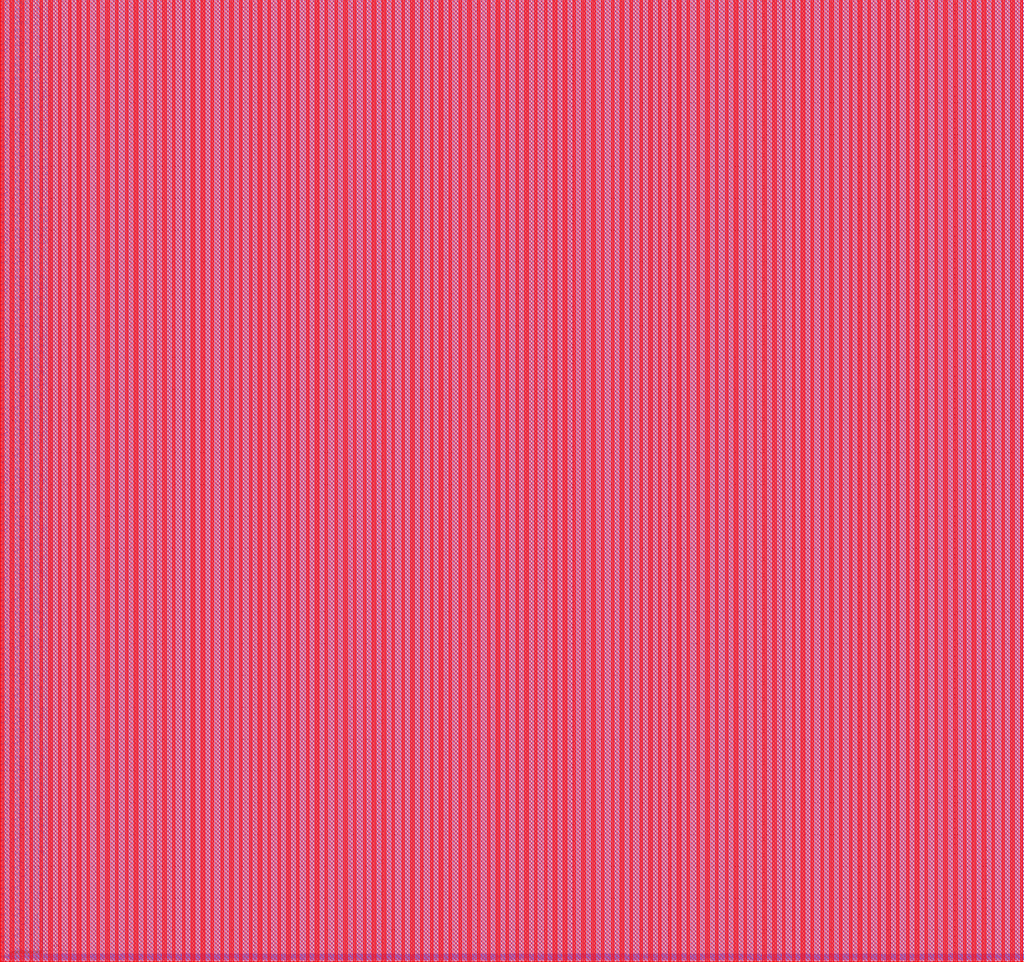
<source format=lef>
VERSION 5.7 ;
BUSBITCHARS "[]" ;
MACRO fakeram_512x2048_1r1w
  FOREIGN fakeram_512x2048_1r1w 0 0 ;
  SYMMETRY X Y R90 ;
  SIZE 1609.300 BY 1512.000 ;
  CLASS BLOCK ;
  PIN w0_wd_in[0]
    DIRECTION INPUT ;
    USE SIGNAL ;
    SHAPE ABUTMENT ;
    PORT
      LAYER metal3 ;
      RECT 0.000 0.805 0.140 0.875 ;
    END
  END w0_wd_in[0]
  PIN w0_wd_in[1]
    DIRECTION INPUT ;
    USE SIGNAL ;
    SHAPE ABUTMENT ;
    PORT
      LAYER metal3 ;
      RECT 0.000 11.585 0.140 11.655 ;
    END
  END w0_wd_in[1]
  PIN w0_wd_in[2]
    DIRECTION INPUT ;
    USE SIGNAL ;
    SHAPE ABUTMENT ;
    PORT
      LAYER metal3 ;
      RECT 0.000 22.365 0.140 22.435 ;
    END
  END w0_wd_in[2]
  PIN w0_wd_in[3]
    DIRECTION INPUT ;
    USE SIGNAL ;
    SHAPE ABUTMENT ;
    PORT
      LAYER metal3 ;
      RECT 0.000 33.145 0.140 33.215 ;
    END
  END w0_wd_in[3]
  PIN w0_wd_in[4]
    DIRECTION INPUT ;
    USE SIGNAL ;
    SHAPE ABUTMENT ;
    PORT
      LAYER metal3 ;
      RECT 0.000 43.925 0.140 43.995 ;
    END
  END w0_wd_in[4]
  PIN w0_wd_in[5]
    DIRECTION INPUT ;
    USE SIGNAL ;
    SHAPE ABUTMENT ;
    PORT
      LAYER metal3 ;
      RECT 0.000 54.705 0.140 54.775 ;
    END
  END w0_wd_in[5]
  PIN w0_wd_in[6]
    DIRECTION INPUT ;
    USE SIGNAL ;
    SHAPE ABUTMENT ;
    PORT
      LAYER metal3 ;
      RECT 0.000 65.485 0.140 65.555 ;
    END
  END w0_wd_in[6]
  PIN w0_wd_in[7]
    DIRECTION INPUT ;
    USE SIGNAL ;
    SHAPE ABUTMENT ;
    PORT
      LAYER metal3 ;
      RECT 0.000 76.265 0.140 76.335 ;
    END
  END w0_wd_in[7]
  PIN w0_wd_in[8]
    DIRECTION INPUT ;
    USE SIGNAL ;
    SHAPE ABUTMENT ;
    PORT
      LAYER metal3 ;
      RECT 0.000 87.045 0.140 87.115 ;
    END
  END w0_wd_in[8]
  PIN w0_wd_in[9]
    DIRECTION INPUT ;
    USE SIGNAL ;
    SHAPE ABUTMENT ;
    PORT
      LAYER metal3 ;
      RECT 0.000 97.825 0.140 97.895 ;
    END
  END w0_wd_in[9]
  PIN w0_wd_in[10]
    DIRECTION INPUT ;
    USE SIGNAL ;
    SHAPE ABUTMENT ;
    PORT
      LAYER metal3 ;
      RECT 0.000 108.605 0.140 108.675 ;
    END
  END w0_wd_in[10]
  PIN w0_wd_in[11]
    DIRECTION INPUT ;
    USE SIGNAL ;
    SHAPE ABUTMENT ;
    PORT
      LAYER metal3 ;
      RECT 0.000 119.385 0.140 119.455 ;
    END
  END w0_wd_in[11]
  PIN w0_wd_in[12]
    DIRECTION INPUT ;
    USE SIGNAL ;
    SHAPE ABUTMENT ;
    PORT
      LAYER metal3 ;
      RECT 0.000 130.165 0.140 130.235 ;
    END
  END w0_wd_in[12]
  PIN w0_wd_in[13]
    DIRECTION INPUT ;
    USE SIGNAL ;
    SHAPE ABUTMENT ;
    PORT
      LAYER metal3 ;
      RECT 0.000 140.945 0.140 141.015 ;
    END
  END w0_wd_in[13]
  PIN w0_wd_in[14]
    DIRECTION INPUT ;
    USE SIGNAL ;
    SHAPE ABUTMENT ;
    PORT
      LAYER metal3 ;
      RECT 0.000 151.725 0.140 151.795 ;
    END
  END w0_wd_in[14]
  PIN w0_wd_in[15]
    DIRECTION INPUT ;
    USE SIGNAL ;
    SHAPE ABUTMENT ;
    PORT
      LAYER metal3 ;
      RECT 0.000 162.505 0.140 162.575 ;
    END
  END w0_wd_in[15]
  PIN w0_wd_in[16]
    DIRECTION INPUT ;
    USE SIGNAL ;
    SHAPE ABUTMENT ;
    PORT
      LAYER metal3 ;
      RECT 0.000 173.285 0.140 173.355 ;
    END
  END w0_wd_in[16]
  PIN w0_wd_in[17]
    DIRECTION INPUT ;
    USE SIGNAL ;
    SHAPE ABUTMENT ;
    PORT
      LAYER metal3 ;
      RECT 0.000 184.065 0.140 184.135 ;
    END
  END w0_wd_in[17]
  PIN w0_wd_in[18]
    DIRECTION INPUT ;
    USE SIGNAL ;
    SHAPE ABUTMENT ;
    PORT
      LAYER metal3 ;
      RECT 0.000 194.845 0.140 194.915 ;
    END
  END w0_wd_in[18]
  PIN w0_wd_in[19]
    DIRECTION INPUT ;
    USE SIGNAL ;
    SHAPE ABUTMENT ;
    PORT
      LAYER metal3 ;
      RECT 0.000 205.625 0.140 205.695 ;
    END
  END w0_wd_in[19]
  PIN w0_wd_in[20]
    DIRECTION INPUT ;
    USE SIGNAL ;
    SHAPE ABUTMENT ;
    PORT
      LAYER metal3 ;
      RECT 0.000 216.405 0.140 216.475 ;
    END
  END w0_wd_in[20]
  PIN w0_wd_in[21]
    DIRECTION INPUT ;
    USE SIGNAL ;
    SHAPE ABUTMENT ;
    PORT
      LAYER metal3 ;
      RECT 0.000 227.185 0.140 227.255 ;
    END
  END w0_wd_in[21]
  PIN w0_wd_in[22]
    DIRECTION INPUT ;
    USE SIGNAL ;
    SHAPE ABUTMENT ;
    PORT
      LAYER metal3 ;
      RECT 0.000 237.965 0.140 238.035 ;
    END
  END w0_wd_in[22]
  PIN w0_wd_in[23]
    DIRECTION INPUT ;
    USE SIGNAL ;
    SHAPE ABUTMENT ;
    PORT
      LAYER metal3 ;
      RECT 0.000 248.745 0.140 248.815 ;
    END
  END w0_wd_in[23]
  PIN w0_wd_in[24]
    DIRECTION INPUT ;
    USE SIGNAL ;
    SHAPE ABUTMENT ;
    PORT
      LAYER metal3 ;
      RECT 0.000 259.525 0.140 259.595 ;
    END
  END w0_wd_in[24]
  PIN w0_wd_in[25]
    DIRECTION INPUT ;
    USE SIGNAL ;
    SHAPE ABUTMENT ;
    PORT
      LAYER metal3 ;
      RECT 0.000 270.305 0.140 270.375 ;
    END
  END w0_wd_in[25]
  PIN w0_wd_in[26]
    DIRECTION INPUT ;
    USE SIGNAL ;
    SHAPE ABUTMENT ;
    PORT
      LAYER metal3 ;
      RECT 0.000 281.085 0.140 281.155 ;
    END
  END w0_wd_in[26]
  PIN w0_wd_in[27]
    DIRECTION INPUT ;
    USE SIGNAL ;
    SHAPE ABUTMENT ;
    PORT
      LAYER metal3 ;
      RECT 0.000 291.865 0.140 291.935 ;
    END
  END w0_wd_in[27]
  PIN w0_wd_in[28]
    DIRECTION INPUT ;
    USE SIGNAL ;
    SHAPE ABUTMENT ;
    PORT
      LAYER metal3 ;
      RECT 0.000 302.645 0.140 302.715 ;
    END
  END w0_wd_in[28]
  PIN w0_wd_in[29]
    DIRECTION INPUT ;
    USE SIGNAL ;
    SHAPE ABUTMENT ;
    PORT
      LAYER metal3 ;
      RECT 0.000 313.425 0.140 313.495 ;
    END
  END w0_wd_in[29]
  PIN w0_wd_in[30]
    DIRECTION INPUT ;
    USE SIGNAL ;
    SHAPE ABUTMENT ;
    PORT
      LAYER metal3 ;
      RECT 0.000 324.205 0.140 324.275 ;
    END
  END w0_wd_in[30]
  PIN w0_wd_in[31]
    DIRECTION INPUT ;
    USE SIGNAL ;
    SHAPE ABUTMENT ;
    PORT
      LAYER metal3 ;
      RECT 0.000 334.985 0.140 335.055 ;
    END
  END w0_wd_in[31]
  PIN w0_wd_in[32]
    DIRECTION INPUT ;
    USE SIGNAL ;
    SHAPE ABUTMENT ;
    PORT
      LAYER metal3 ;
      RECT 0.000 345.765 0.140 345.835 ;
    END
  END w0_wd_in[32]
  PIN w0_wd_in[33]
    DIRECTION INPUT ;
    USE SIGNAL ;
    SHAPE ABUTMENT ;
    PORT
      LAYER metal3 ;
      RECT 0.000 356.545 0.140 356.615 ;
    END
  END w0_wd_in[33]
  PIN w0_wd_in[34]
    DIRECTION INPUT ;
    USE SIGNAL ;
    SHAPE ABUTMENT ;
    PORT
      LAYER metal3 ;
      RECT 0.000 367.325 0.140 367.395 ;
    END
  END w0_wd_in[34]
  PIN w0_wd_in[35]
    DIRECTION INPUT ;
    USE SIGNAL ;
    SHAPE ABUTMENT ;
    PORT
      LAYER metal3 ;
      RECT 0.000 378.105 0.140 378.175 ;
    END
  END w0_wd_in[35]
  PIN w0_wd_in[36]
    DIRECTION INPUT ;
    USE SIGNAL ;
    SHAPE ABUTMENT ;
    PORT
      LAYER metal3 ;
      RECT 0.000 388.885 0.140 388.955 ;
    END
  END w0_wd_in[36]
  PIN w0_wd_in[37]
    DIRECTION INPUT ;
    USE SIGNAL ;
    SHAPE ABUTMENT ;
    PORT
      LAYER metal3 ;
      RECT 0.000 399.665 0.140 399.735 ;
    END
  END w0_wd_in[37]
  PIN w0_wd_in[38]
    DIRECTION INPUT ;
    USE SIGNAL ;
    SHAPE ABUTMENT ;
    PORT
      LAYER metal3 ;
      RECT 0.000 410.445 0.140 410.515 ;
    END
  END w0_wd_in[38]
  PIN w0_wd_in[39]
    DIRECTION INPUT ;
    USE SIGNAL ;
    SHAPE ABUTMENT ;
    PORT
      LAYER metal3 ;
      RECT 0.000 421.225 0.140 421.295 ;
    END
  END w0_wd_in[39]
  PIN w0_wd_in[40]
    DIRECTION INPUT ;
    USE SIGNAL ;
    SHAPE ABUTMENT ;
    PORT
      LAYER metal3 ;
      RECT 0.000 432.005 0.140 432.075 ;
    END
  END w0_wd_in[40]
  PIN w0_wd_in[41]
    DIRECTION INPUT ;
    USE SIGNAL ;
    SHAPE ABUTMENT ;
    PORT
      LAYER metal3 ;
      RECT 0.000 442.785 0.140 442.855 ;
    END
  END w0_wd_in[41]
  PIN w0_wd_in[42]
    DIRECTION INPUT ;
    USE SIGNAL ;
    SHAPE ABUTMENT ;
    PORT
      LAYER metal3 ;
      RECT 0.000 453.565 0.140 453.635 ;
    END
  END w0_wd_in[42]
  PIN w0_wd_in[43]
    DIRECTION INPUT ;
    USE SIGNAL ;
    SHAPE ABUTMENT ;
    PORT
      LAYER metal3 ;
      RECT 0.000 464.345 0.140 464.415 ;
    END
  END w0_wd_in[43]
  PIN w0_wd_in[44]
    DIRECTION INPUT ;
    USE SIGNAL ;
    SHAPE ABUTMENT ;
    PORT
      LAYER metal3 ;
      RECT 0.000 475.125 0.140 475.195 ;
    END
  END w0_wd_in[44]
  PIN w0_wd_in[45]
    DIRECTION INPUT ;
    USE SIGNAL ;
    SHAPE ABUTMENT ;
    PORT
      LAYER metal3 ;
      RECT 0.000 485.905 0.140 485.975 ;
    END
  END w0_wd_in[45]
  PIN w0_wd_in[46]
    DIRECTION INPUT ;
    USE SIGNAL ;
    SHAPE ABUTMENT ;
    PORT
      LAYER metal3 ;
      RECT 0.000 496.685 0.140 496.755 ;
    END
  END w0_wd_in[46]
  PIN w0_wd_in[47]
    DIRECTION INPUT ;
    USE SIGNAL ;
    SHAPE ABUTMENT ;
    PORT
      LAYER metal3 ;
      RECT 0.000 507.465 0.140 507.535 ;
    END
  END w0_wd_in[47]
  PIN w0_wd_in[48]
    DIRECTION INPUT ;
    USE SIGNAL ;
    SHAPE ABUTMENT ;
    PORT
      LAYER metal3 ;
      RECT 0.000 518.245 0.140 518.315 ;
    END
  END w0_wd_in[48]
  PIN w0_wd_in[49]
    DIRECTION INPUT ;
    USE SIGNAL ;
    SHAPE ABUTMENT ;
    PORT
      LAYER metal3 ;
      RECT 0.000 529.025 0.140 529.095 ;
    END
  END w0_wd_in[49]
  PIN w0_wd_in[50]
    DIRECTION INPUT ;
    USE SIGNAL ;
    SHAPE ABUTMENT ;
    PORT
      LAYER metal3 ;
      RECT 0.000 539.805 0.140 539.875 ;
    END
  END w0_wd_in[50]
  PIN w0_wd_in[51]
    DIRECTION INPUT ;
    USE SIGNAL ;
    SHAPE ABUTMENT ;
    PORT
      LAYER metal3 ;
      RECT 0.000 550.585 0.140 550.655 ;
    END
  END w0_wd_in[51]
  PIN w0_wd_in[52]
    DIRECTION INPUT ;
    USE SIGNAL ;
    SHAPE ABUTMENT ;
    PORT
      LAYER metal3 ;
      RECT 0.000 561.365 0.140 561.435 ;
    END
  END w0_wd_in[52]
  PIN w0_wd_in[53]
    DIRECTION INPUT ;
    USE SIGNAL ;
    SHAPE ABUTMENT ;
    PORT
      LAYER metal3 ;
      RECT 0.000 572.145 0.140 572.215 ;
    END
  END w0_wd_in[53]
  PIN w0_wd_in[54]
    DIRECTION INPUT ;
    USE SIGNAL ;
    SHAPE ABUTMENT ;
    PORT
      LAYER metal3 ;
      RECT 0.000 582.925 0.140 582.995 ;
    END
  END w0_wd_in[54]
  PIN w0_wd_in[55]
    DIRECTION INPUT ;
    USE SIGNAL ;
    SHAPE ABUTMENT ;
    PORT
      LAYER metal3 ;
      RECT 0.000 593.705 0.140 593.775 ;
    END
  END w0_wd_in[55]
  PIN w0_wd_in[56]
    DIRECTION INPUT ;
    USE SIGNAL ;
    SHAPE ABUTMENT ;
    PORT
      LAYER metal3 ;
      RECT 0.000 604.485 0.140 604.555 ;
    END
  END w0_wd_in[56]
  PIN w0_wd_in[57]
    DIRECTION INPUT ;
    USE SIGNAL ;
    SHAPE ABUTMENT ;
    PORT
      LAYER metal3 ;
      RECT 0.000 615.265 0.140 615.335 ;
    END
  END w0_wd_in[57]
  PIN w0_wd_in[58]
    DIRECTION INPUT ;
    USE SIGNAL ;
    SHAPE ABUTMENT ;
    PORT
      LAYER metal3 ;
      RECT 0.000 626.045 0.140 626.115 ;
    END
  END w0_wd_in[58]
  PIN w0_wd_in[59]
    DIRECTION INPUT ;
    USE SIGNAL ;
    SHAPE ABUTMENT ;
    PORT
      LAYER metal3 ;
      RECT 0.000 636.825 0.140 636.895 ;
    END
  END w0_wd_in[59]
  PIN w0_wd_in[60]
    DIRECTION INPUT ;
    USE SIGNAL ;
    SHAPE ABUTMENT ;
    PORT
      LAYER metal3 ;
      RECT 0.000 647.605 0.140 647.675 ;
    END
  END w0_wd_in[60]
  PIN w0_wd_in[61]
    DIRECTION INPUT ;
    USE SIGNAL ;
    SHAPE ABUTMENT ;
    PORT
      LAYER metal3 ;
      RECT 0.000 658.385 0.140 658.455 ;
    END
  END w0_wd_in[61]
  PIN w0_wd_in[62]
    DIRECTION INPUT ;
    USE SIGNAL ;
    SHAPE ABUTMENT ;
    PORT
      LAYER metal3 ;
      RECT 0.000 669.165 0.140 669.235 ;
    END
  END w0_wd_in[62]
  PIN w0_wd_in[63]
    DIRECTION INPUT ;
    USE SIGNAL ;
    SHAPE ABUTMENT ;
    PORT
      LAYER metal3 ;
      RECT 0.000 679.945 0.140 680.015 ;
    END
  END w0_wd_in[63]
  PIN w0_wd_in[64]
    DIRECTION INPUT ;
    USE SIGNAL ;
    SHAPE ABUTMENT ;
    PORT
      LAYER metal3 ;
      RECT 0.000 690.725 0.140 690.795 ;
    END
  END w0_wd_in[64]
  PIN w0_wd_in[65]
    DIRECTION INPUT ;
    USE SIGNAL ;
    SHAPE ABUTMENT ;
    PORT
      LAYER metal3 ;
      RECT 0.000 701.505 0.140 701.575 ;
    END
  END w0_wd_in[65]
  PIN w0_wd_in[66]
    DIRECTION INPUT ;
    USE SIGNAL ;
    SHAPE ABUTMENT ;
    PORT
      LAYER metal3 ;
      RECT 0.000 712.285 0.140 712.355 ;
    END
  END w0_wd_in[66]
  PIN w0_wd_in[67]
    DIRECTION INPUT ;
    USE SIGNAL ;
    SHAPE ABUTMENT ;
    PORT
      LAYER metal3 ;
      RECT 0.000 723.065 0.140 723.135 ;
    END
  END w0_wd_in[67]
  PIN w0_wd_in[68]
    DIRECTION INPUT ;
    USE SIGNAL ;
    SHAPE ABUTMENT ;
    PORT
      LAYER metal3 ;
      RECT 0.000 733.845 0.140 733.915 ;
    END
  END w0_wd_in[68]
  PIN w0_wd_in[69]
    DIRECTION INPUT ;
    USE SIGNAL ;
    SHAPE ABUTMENT ;
    PORT
      LAYER metal3 ;
      RECT 0.000 744.625 0.140 744.695 ;
    END
  END w0_wd_in[69]
  PIN w0_wd_in[70]
    DIRECTION INPUT ;
    USE SIGNAL ;
    SHAPE ABUTMENT ;
    PORT
      LAYER metal3 ;
      RECT 0.000 755.405 0.140 755.475 ;
    END
  END w0_wd_in[70]
  PIN w0_wd_in[71]
    DIRECTION INPUT ;
    USE SIGNAL ;
    SHAPE ABUTMENT ;
    PORT
      LAYER metal3 ;
      RECT 0.000 766.185 0.140 766.255 ;
    END
  END w0_wd_in[71]
  PIN w0_wd_in[72]
    DIRECTION INPUT ;
    USE SIGNAL ;
    SHAPE ABUTMENT ;
    PORT
      LAYER metal3 ;
      RECT 0.000 776.965 0.140 777.035 ;
    END
  END w0_wd_in[72]
  PIN w0_wd_in[73]
    DIRECTION INPUT ;
    USE SIGNAL ;
    SHAPE ABUTMENT ;
    PORT
      LAYER metal3 ;
      RECT 0.000 787.745 0.140 787.815 ;
    END
  END w0_wd_in[73]
  PIN w0_wd_in[74]
    DIRECTION INPUT ;
    USE SIGNAL ;
    SHAPE ABUTMENT ;
    PORT
      LAYER metal3 ;
      RECT 0.000 798.525 0.140 798.595 ;
    END
  END w0_wd_in[74]
  PIN w0_wd_in[75]
    DIRECTION INPUT ;
    USE SIGNAL ;
    SHAPE ABUTMENT ;
    PORT
      LAYER metal3 ;
      RECT 0.000 809.305 0.140 809.375 ;
    END
  END w0_wd_in[75]
  PIN w0_wd_in[76]
    DIRECTION INPUT ;
    USE SIGNAL ;
    SHAPE ABUTMENT ;
    PORT
      LAYER metal3 ;
      RECT 0.000 820.085 0.140 820.155 ;
    END
  END w0_wd_in[76]
  PIN w0_wd_in[77]
    DIRECTION INPUT ;
    USE SIGNAL ;
    SHAPE ABUTMENT ;
    PORT
      LAYER metal3 ;
      RECT 0.000 830.865 0.140 830.935 ;
    END
  END w0_wd_in[77]
  PIN w0_wd_in[78]
    DIRECTION INPUT ;
    USE SIGNAL ;
    SHAPE ABUTMENT ;
    PORT
      LAYER metal3 ;
      RECT 0.000 841.645 0.140 841.715 ;
    END
  END w0_wd_in[78]
  PIN w0_wd_in[79]
    DIRECTION INPUT ;
    USE SIGNAL ;
    SHAPE ABUTMENT ;
    PORT
      LAYER metal3 ;
      RECT 0.000 852.425 0.140 852.495 ;
    END
  END w0_wd_in[79]
  PIN w0_wd_in[80]
    DIRECTION INPUT ;
    USE SIGNAL ;
    SHAPE ABUTMENT ;
    PORT
      LAYER metal3 ;
      RECT 0.000 863.205 0.140 863.275 ;
    END
  END w0_wd_in[80]
  PIN w0_wd_in[81]
    DIRECTION INPUT ;
    USE SIGNAL ;
    SHAPE ABUTMENT ;
    PORT
      LAYER metal3 ;
      RECT 0.000 873.985 0.140 874.055 ;
    END
  END w0_wd_in[81]
  PIN w0_wd_in[82]
    DIRECTION INPUT ;
    USE SIGNAL ;
    SHAPE ABUTMENT ;
    PORT
      LAYER metal3 ;
      RECT 0.000 884.765 0.140 884.835 ;
    END
  END w0_wd_in[82]
  PIN w0_wd_in[83]
    DIRECTION INPUT ;
    USE SIGNAL ;
    SHAPE ABUTMENT ;
    PORT
      LAYER metal3 ;
      RECT 0.000 895.545 0.140 895.615 ;
    END
  END w0_wd_in[83]
  PIN w0_wd_in[84]
    DIRECTION INPUT ;
    USE SIGNAL ;
    SHAPE ABUTMENT ;
    PORT
      LAYER metal3 ;
      RECT 0.000 906.325 0.140 906.395 ;
    END
  END w0_wd_in[84]
  PIN w0_wd_in[85]
    DIRECTION INPUT ;
    USE SIGNAL ;
    SHAPE ABUTMENT ;
    PORT
      LAYER metal3 ;
      RECT 0.000 917.105 0.140 917.175 ;
    END
  END w0_wd_in[85]
  PIN w0_wd_in[86]
    DIRECTION INPUT ;
    USE SIGNAL ;
    SHAPE ABUTMENT ;
    PORT
      LAYER metal3 ;
      RECT 0.000 927.885 0.140 927.955 ;
    END
  END w0_wd_in[86]
  PIN w0_wd_in[87]
    DIRECTION INPUT ;
    USE SIGNAL ;
    SHAPE ABUTMENT ;
    PORT
      LAYER metal3 ;
      RECT 0.000 938.665 0.140 938.735 ;
    END
  END w0_wd_in[87]
  PIN w0_wd_in[88]
    DIRECTION INPUT ;
    USE SIGNAL ;
    SHAPE ABUTMENT ;
    PORT
      LAYER metal3 ;
      RECT 0.000 949.445 0.140 949.515 ;
    END
  END w0_wd_in[88]
  PIN w0_wd_in[89]
    DIRECTION INPUT ;
    USE SIGNAL ;
    SHAPE ABUTMENT ;
    PORT
      LAYER metal3 ;
      RECT 0.000 960.225 0.140 960.295 ;
    END
  END w0_wd_in[89]
  PIN w0_wd_in[90]
    DIRECTION INPUT ;
    USE SIGNAL ;
    SHAPE ABUTMENT ;
    PORT
      LAYER metal3 ;
      RECT 0.000 971.005 0.140 971.075 ;
    END
  END w0_wd_in[90]
  PIN w0_wd_in[91]
    DIRECTION INPUT ;
    USE SIGNAL ;
    SHAPE ABUTMENT ;
    PORT
      LAYER metal3 ;
      RECT 0.000 981.785 0.140 981.855 ;
    END
  END w0_wd_in[91]
  PIN w0_wd_in[92]
    DIRECTION INPUT ;
    USE SIGNAL ;
    SHAPE ABUTMENT ;
    PORT
      LAYER metal3 ;
      RECT 0.000 992.565 0.140 992.635 ;
    END
  END w0_wd_in[92]
  PIN w0_wd_in[93]
    DIRECTION INPUT ;
    USE SIGNAL ;
    SHAPE ABUTMENT ;
    PORT
      LAYER metal3 ;
      RECT 0.000 1003.345 0.140 1003.415 ;
    END
  END w0_wd_in[93]
  PIN w0_wd_in[94]
    DIRECTION INPUT ;
    USE SIGNAL ;
    SHAPE ABUTMENT ;
    PORT
      LAYER metal3 ;
      RECT 0.000 1014.125 0.140 1014.195 ;
    END
  END w0_wd_in[94]
  PIN w0_wd_in[95]
    DIRECTION INPUT ;
    USE SIGNAL ;
    SHAPE ABUTMENT ;
    PORT
      LAYER metal3 ;
      RECT 0.000 1024.905 0.140 1024.975 ;
    END
  END w0_wd_in[95]
  PIN w0_wd_in[96]
    DIRECTION INPUT ;
    USE SIGNAL ;
    SHAPE ABUTMENT ;
    PORT
      LAYER metal3 ;
      RECT 0.000 1035.685 0.140 1035.755 ;
    END
  END w0_wd_in[96]
  PIN w0_wd_in[97]
    DIRECTION INPUT ;
    USE SIGNAL ;
    SHAPE ABUTMENT ;
    PORT
      LAYER metal3 ;
      RECT 0.000 1046.465 0.140 1046.535 ;
    END
  END w0_wd_in[97]
  PIN w0_wd_in[98]
    DIRECTION INPUT ;
    USE SIGNAL ;
    SHAPE ABUTMENT ;
    PORT
      LAYER metal3 ;
      RECT 0.000 1057.245 0.140 1057.315 ;
    END
  END w0_wd_in[98]
  PIN w0_wd_in[99]
    DIRECTION INPUT ;
    USE SIGNAL ;
    SHAPE ABUTMENT ;
    PORT
      LAYER metal3 ;
      RECT 0.000 1068.025 0.140 1068.095 ;
    END
  END w0_wd_in[99]
  PIN w0_wd_in[100]
    DIRECTION INPUT ;
    USE SIGNAL ;
    SHAPE ABUTMENT ;
    PORT
      LAYER metal3 ;
      RECT 0.000 1078.805 0.140 1078.875 ;
    END
  END w0_wd_in[100]
  PIN w0_wd_in[101]
    DIRECTION INPUT ;
    USE SIGNAL ;
    SHAPE ABUTMENT ;
    PORT
      LAYER metal3 ;
      RECT 0.000 1089.585 0.140 1089.655 ;
    END
  END w0_wd_in[101]
  PIN w0_wd_in[102]
    DIRECTION INPUT ;
    USE SIGNAL ;
    SHAPE ABUTMENT ;
    PORT
      LAYER metal3 ;
      RECT 0.000 1100.365 0.140 1100.435 ;
    END
  END w0_wd_in[102]
  PIN w0_wd_in[103]
    DIRECTION INPUT ;
    USE SIGNAL ;
    SHAPE ABUTMENT ;
    PORT
      LAYER metal3 ;
      RECT 0.000 1111.145 0.140 1111.215 ;
    END
  END w0_wd_in[103]
  PIN w0_wd_in[104]
    DIRECTION INPUT ;
    USE SIGNAL ;
    SHAPE ABUTMENT ;
    PORT
      LAYER metal3 ;
      RECT 0.000 1121.925 0.140 1121.995 ;
    END
  END w0_wd_in[104]
  PIN w0_wd_in[105]
    DIRECTION INPUT ;
    USE SIGNAL ;
    SHAPE ABUTMENT ;
    PORT
      LAYER metal3 ;
      RECT 0.000 1132.705 0.140 1132.775 ;
    END
  END w0_wd_in[105]
  PIN w0_wd_in[106]
    DIRECTION INPUT ;
    USE SIGNAL ;
    SHAPE ABUTMENT ;
    PORT
      LAYER metal3 ;
      RECT 0.000 1143.485 0.140 1143.555 ;
    END
  END w0_wd_in[106]
  PIN w0_wd_in[107]
    DIRECTION INPUT ;
    USE SIGNAL ;
    SHAPE ABUTMENT ;
    PORT
      LAYER metal3 ;
      RECT 0.000 1154.265 0.140 1154.335 ;
    END
  END w0_wd_in[107]
  PIN w0_wd_in[108]
    DIRECTION INPUT ;
    USE SIGNAL ;
    SHAPE ABUTMENT ;
    PORT
      LAYER metal3 ;
      RECT 0.000 1165.045 0.140 1165.115 ;
    END
  END w0_wd_in[108]
  PIN w0_wd_in[109]
    DIRECTION INPUT ;
    USE SIGNAL ;
    SHAPE ABUTMENT ;
    PORT
      LAYER metal3 ;
      RECT 0.000 1175.825 0.140 1175.895 ;
    END
  END w0_wd_in[109]
  PIN w0_wd_in[110]
    DIRECTION INPUT ;
    USE SIGNAL ;
    SHAPE ABUTMENT ;
    PORT
      LAYER metal3 ;
      RECT 0.000 1186.605 0.140 1186.675 ;
    END
  END w0_wd_in[110]
  PIN w0_wd_in[111]
    DIRECTION INPUT ;
    USE SIGNAL ;
    SHAPE ABUTMENT ;
    PORT
      LAYER metal3 ;
      RECT 0.000 1197.385 0.140 1197.455 ;
    END
  END w0_wd_in[111]
  PIN w0_wd_in[112]
    DIRECTION INPUT ;
    USE SIGNAL ;
    SHAPE ABUTMENT ;
    PORT
      LAYER metal3 ;
      RECT 0.000 1208.165 0.140 1208.235 ;
    END
  END w0_wd_in[112]
  PIN w0_wd_in[113]
    DIRECTION INPUT ;
    USE SIGNAL ;
    SHAPE ABUTMENT ;
    PORT
      LAYER metal3 ;
      RECT 0.000 1218.945 0.140 1219.015 ;
    END
  END w0_wd_in[113]
  PIN w0_wd_in[114]
    DIRECTION INPUT ;
    USE SIGNAL ;
    SHAPE ABUTMENT ;
    PORT
      LAYER metal3 ;
      RECT 0.000 1229.725 0.140 1229.795 ;
    END
  END w0_wd_in[114]
  PIN w0_wd_in[115]
    DIRECTION INPUT ;
    USE SIGNAL ;
    SHAPE ABUTMENT ;
    PORT
      LAYER metal3 ;
      RECT 0.000 1240.505 0.140 1240.575 ;
    END
  END w0_wd_in[115]
  PIN w0_wd_in[116]
    DIRECTION INPUT ;
    USE SIGNAL ;
    SHAPE ABUTMENT ;
    PORT
      LAYER metal3 ;
      RECT 0.000 1251.285 0.140 1251.355 ;
    END
  END w0_wd_in[116]
  PIN w0_wd_in[117]
    DIRECTION INPUT ;
    USE SIGNAL ;
    SHAPE ABUTMENT ;
    PORT
      LAYER metal3 ;
      RECT 0.000 1262.065 0.140 1262.135 ;
    END
  END w0_wd_in[117]
  PIN w0_wd_in[118]
    DIRECTION INPUT ;
    USE SIGNAL ;
    SHAPE ABUTMENT ;
    PORT
      LAYER metal3 ;
      RECT 0.000 1272.845 0.140 1272.915 ;
    END
  END w0_wd_in[118]
  PIN w0_wd_in[119]
    DIRECTION INPUT ;
    USE SIGNAL ;
    SHAPE ABUTMENT ;
    PORT
      LAYER metal3 ;
      RECT 0.000 1283.625 0.140 1283.695 ;
    END
  END w0_wd_in[119]
  PIN w0_wd_in[120]
    DIRECTION INPUT ;
    USE SIGNAL ;
    SHAPE ABUTMENT ;
    PORT
      LAYER metal3 ;
      RECT 0.000 1294.405 0.140 1294.475 ;
    END
  END w0_wd_in[120]
  PIN w0_wd_in[121]
    DIRECTION INPUT ;
    USE SIGNAL ;
    SHAPE ABUTMENT ;
    PORT
      LAYER metal3 ;
      RECT 0.000 1305.185 0.140 1305.255 ;
    END
  END w0_wd_in[121]
  PIN w0_wd_in[122]
    DIRECTION INPUT ;
    USE SIGNAL ;
    SHAPE ABUTMENT ;
    PORT
      LAYER metal3 ;
      RECT 0.000 1315.965 0.140 1316.035 ;
    END
  END w0_wd_in[122]
  PIN w0_wd_in[123]
    DIRECTION INPUT ;
    USE SIGNAL ;
    SHAPE ABUTMENT ;
    PORT
      LAYER metal3 ;
      RECT 0.000 1326.745 0.140 1326.815 ;
    END
  END w0_wd_in[123]
  PIN w0_wd_in[124]
    DIRECTION INPUT ;
    USE SIGNAL ;
    SHAPE ABUTMENT ;
    PORT
      LAYER metal3 ;
      RECT 0.000 1337.525 0.140 1337.595 ;
    END
  END w0_wd_in[124]
  PIN w0_wd_in[125]
    DIRECTION INPUT ;
    USE SIGNAL ;
    SHAPE ABUTMENT ;
    PORT
      LAYER metal3 ;
      RECT 0.000 1348.305 0.140 1348.375 ;
    END
  END w0_wd_in[125]
  PIN w0_wd_in[126]
    DIRECTION INPUT ;
    USE SIGNAL ;
    SHAPE ABUTMENT ;
    PORT
      LAYER metal3 ;
      RECT 0.000 1359.085 0.140 1359.155 ;
    END
  END w0_wd_in[126]
  PIN w0_wd_in[127]
    DIRECTION INPUT ;
    USE SIGNAL ;
    SHAPE ABUTMENT ;
    PORT
      LAYER metal3 ;
      RECT 0.000 1369.865 0.140 1369.935 ;
    END
  END w0_wd_in[127]
  PIN w0_wd_in[128]
    DIRECTION INPUT ;
    USE SIGNAL ;
    SHAPE ABUTMENT ;
    PORT
      LAYER metal3 ;
      RECT 1609.160 0.805 1609.300 0.875 ;
    END
  END w0_wd_in[128]
  PIN w0_wd_in[129]
    DIRECTION INPUT ;
    USE SIGNAL ;
    SHAPE ABUTMENT ;
    PORT
      LAYER metal3 ;
      RECT 1609.160 11.585 1609.300 11.655 ;
    END
  END w0_wd_in[129]
  PIN w0_wd_in[130]
    DIRECTION INPUT ;
    USE SIGNAL ;
    SHAPE ABUTMENT ;
    PORT
      LAYER metal3 ;
      RECT 1609.160 22.365 1609.300 22.435 ;
    END
  END w0_wd_in[130]
  PIN w0_wd_in[131]
    DIRECTION INPUT ;
    USE SIGNAL ;
    SHAPE ABUTMENT ;
    PORT
      LAYER metal3 ;
      RECT 1609.160 33.145 1609.300 33.215 ;
    END
  END w0_wd_in[131]
  PIN w0_wd_in[132]
    DIRECTION INPUT ;
    USE SIGNAL ;
    SHAPE ABUTMENT ;
    PORT
      LAYER metal3 ;
      RECT 1609.160 43.925 1609.300 43.995 ;
    END
  END w0_wd_in[132]
  PIN w0_wd_in[133]
    DIRECTION INPUT ;
    USE SIGNAL ;
    SHAPE ABUTMENT ;
    PORT
      LAYER metal3 ;
      RECT 1609.160 54.705 1609.300 54.775 ;
    END
  END w0_wd_in[133]
  PIN w0_wd_in[134]
    DIRECTION INPUT ;
    USE SIGNAL ;
    SHAPE ABUTMENT ;
    PORT
      LAYER metal3 ;
      RECT 1609.160 65.485 1609.300 65.555 ;
    END
  END w0_wd_in[134]
  PIN w0_wd_in[135]
    DIRECTION INPUT ;
    USE SIGNAL ;
    SHAPE ABUTMENT ;
    PORT
      LAYER metal3 ;
      RECT 1609.160 76.265 1609.300 76.335 ;
    END
  END w0_wd_in[135]
  PIN w0_wd_in[136]
    DIRECTION INPUT ;
    USE SIGNAL ;
    SHAPE ABUTMENT ;
    PORT
      LAYER metal3 ;
      RECT 1609.160 87.045 1609.300 87.115 ;
    END
  END w0_wd_in[136]
  PIN w0_wd_in[137]
    DIRECTION INPUT ;
    USE SIGNAL ;
    SHAPE ABUTMENT ;
    PORT
      LAYER metal3 ;
      RECT 1609.160 97.825 1609.300 97.895 ;
    END
  END w0_wd_in[137]
  PIN w0_wd_in[138]
    DIRECTION INPUT ;
    USE SIGNAL ;
    SHAPE ABUTMENT ;
    PORT
      LAYER metal3 ;
      RECT 1609.160 108.605 1609.300 108.675 ;
    END
  END w0_wd_in[138]
  PIN w0_wd_in[139]
    DIRECTION INPUT ;
    USE SIGNAL ;
    SHAPE ABUTMENT ;
    PORT
      LAYER metal3 ;
      RECT 1609.160 119.385 1609.300 119.455 ;
    END
  END w0_wd_in[139]
  PIN w0_wd_in[140]
    DIRECTION INPUT ;
    USE SIGNAL ;
    SHAPE ABUTMENT ;
    PORT
      LAYER metal3 ;
      RECT 1609.160 130.165 1609.300 130.235 ;
    END
  END w0_wd_in[140]
  PIN w0_wd_in[141]
    DIRECTION INPUT ;
    USE SIGNAL ;
    SHAPE ABUTMENT ;
    PORT
      LAYER metal3 ;
      RECT 1609.160 140.945 1609.300 141.015 ;
    END
  END w0_wd_in[141]
  PIN w0_wd_in[142]
    DIRECTION INPUT ;
    USE SIGNAL ;
    SHAPE ABUTMENT ;
    PORT
      LAYER metal3 ;
      RECT 1609.160 151.725 1609.300 151.795 ;
    END
  END w0_wd_in[142]
  PIN w0_wd_in[143]
    DIRECTION INPUT ;
    USE SIGNAL ;
    SHAPE ABUTMENT ;
    PORT
      LAYER metal3 ;
      RECT 1609.160 162.505 1609.300 162.575 ;
    END
  END w0_wd_in[143]
  PIN w0_wd_in[144]
    DIRECTION INPUT ;
    USE SIGNAL ;
    SHAPE ABUTMENT ;
    PORT
      LAYER metal3 ;
      RECT 1609.160 173.285 1609.300 173.355 ;
    END
  END w0_wd_in[144]
  PIN w0_wd_in[145]
    DIRECTION INPUT ;
    USE SIGNAL ;
    SHAPE ABUTMENT ;
    PORT
      LAYER metal3 ;
      RECT 1609.160 184.065 1609.300 184.135 ;
    END
  END w0_wd_in[145]
  PIN w0_wd_in[146]
    DIRECTION INPUT ;
    USE SIGNAL ;
    SHAPE ABUTMENT ;
    PORT
      LAYER metal3 ;
      RECT 1609.160 194.845 1609.300 194.915 ;
    END
  END w0_wd_in[146]
  PIN w0_wd_in[147]
    DIRECTION INPUT ;
    USE SIGNAL ;
    SHAPE ABUTMENT ;
    PORT
      LAYER metal3 ;
      RECT 1609.160 205.625 1609.300 205.695 ;
    END
  END w0_wd_in[147]
  PIN w0_wd_in[148]
    DIRECTION INPUT ;
    USE SIGNAL ;
    SHAPE ABUTMENT ;
    PORT
      LAYER metal3 ;
      RECT 1609.160 216.405 1609.300 216.475 ;
    END
  END w0_wd_in[148]
  PIN w0_wd_in[149]
    DIRECTION INPUT ;
    USE SIGNAL ;
    SHAPE ABUTMENT ;
    PORT
      LAYER metal3 ;
      RECT 1609.160 227.185 1609.300 227.255 ;
    END
  END w0_wd_in[149]
  PIN w0_wd_in[150]
    DIRECTION INPUT ;
    USE SIGNAL ;
    SHAPE ABUTMENT ;
    PORT
      LAYER metal3 ;
      RECT 1609.160 237.965 1609.300 238.035 ;
    END
  END w0_wd_in[150]
  PIN w0_wd_in[151]
    DIRECTION INPUT ;
    USE SIGNAL ;
    SHAPE ABUTMENT ;
    PORT
      LAYER metal3 ;
      RECT 1609.160 248.745 1609.300 248.815 ;
    END
  END w0_wd_in[151]
  PIN w0_wd_in[152]
    DIRECTION INPUT ;
    USE SIGNAL ;
    SHAPE ABUTMENT ;
    PORT
      LAYER metal3 ;
      RECT 1609.160 259.525 1609.300 259.595 ;
    END
  END w0_wd_in[152]
  PIN w0_wd_in[153]
    DIRECTION INPUT ;
    USE SIGNAL ;
    SHAPE ABUTMENT ;
    PORT
      LAYER metal3 ;
      RECT 1609.160 270.305 1609.300 270.375 ;
    END
  END w0_wd_in[153]
  PIN w0_wd_in[154]
    DIRECTION INPUT ;
    USE SIGNAL ;
    SHAPE ABUTMENT ;
    PORT
      LAYER metal3 ;
      RECT 1609.160 281.085 1609.300 281.155 ;
    END
  END w0_wd_in[154]
  PIN w0_wd_in[155]
    DIRECTION INPUT ;
    USE SIGNAL ;
    SHAPE ABUTMENT ;
    PORT
      LAYER metal3 ;
      RECT 1609.160 291.865 1609.300 291.935 ;
    END
  END w0_wd_in[155]
  PIN w0_wd_in[156]
    DIRECTION INPUT ;
    USE SIGNAL ;
    SHAPE ABUTMENT ;
    PORT
      LAYER metal3 ;
      RECT 1609.160 302.645 1609.300 302.715 ;
    END
  END w0_wd_in[156]
  PIN w0_wd_in[157]
    DIRECTION INPUT ;
    USE SIGNAL ;
    SHAPE ABUTMENT ;
    PORT
      LAYER metal3 ;
      RECT 1609.160 313.425 1609.300 313.495 ;
    END
  END w0_wd_in[157]
  PIN w0_wd_in[158]
    DIRECTION INPUT ;
    USE SIGNAL ;
    SHAPE ABUTMENT ;
    PORT
      LAYER metal3 ;
      RECT 1609.160 324.205 1609.300 324.275 ;
    END
  END w0_wd_in[158]
  PIN w0_wd_in[159]
    DIRECTION INPUT ;
    USE SIGNAL ;
    SHAPE ABUTMENT ;
    PORT
      LAYER metal3 ;
      RECT 1609.160 334.985 1609.300 335.055 ;
    END
  END w0_wd_in[159]
  PIN w0_wd_in[160]
    DIRECTION INPUT ;
    USE SIGNAL ;
    SHAPE ABUTMENT ;
    PORT
      LAYER metal3 ;
      RECT 1609.160 345.765 1609.300 345.835 ;
    END
  END w0_wd_in[160]
  PIN w0_wd_in[161]
    DIRECTION INPUT ;
    USE SIGNAL ;
    SHAPE ABUTMENT ;
    PORT
      LAYER metal3 ;
      RECT 1609.160 356.545 1609.300 356.615 ;
    END
  END w0_wd_in[161]
  PIN w0_wd_in[162]
    DIRECTION INPUT ;
    USE SIGNAL ;
    SHAPE ABUTMENT ;
    PORT
      LAYER metal3 ;
      RECT 1609.160 367.325 1609.300 367.395 ;
    END
  END w0_wd_in[162]
  PIN w0_wd_in[163]
    DIRECTION INPUT ;
    USE SIGNAL ;
    SHAPE ABUTMENT ;
    PORT
      LAYER metal3 ;
      RECT 1609.160 378.105 1609.300 378.175 ;
    END
  END w0_wd_in[163]
  PIN w0_wd_in[164]
    DIRECTION INPUT ;
    USE SIGNAL ;
    SHAPE ABUTMENT ;
    PORT
      LAYER metal3 ;
      RECT 1609.160 388.885 1609.300 388.955 ;
    END
  END w0_wd_in[164]
  PIN w0_wd_in[165]
    DIRECTION INPUT ;
    USE SIGNAL ;
    SHAPE ABUTMENT ;
    PORT
      LAYER metal3 ;
      RECT 1609.160 399.665 1609.300 399.735 ;
    END
  END w0_wd_in[165]
  PIN w0_wd_in[166]
    DIRECTION INPUT ;
    USE SIGNAL ;
    SHAPE ABUTMENT ;
    PORT
      LAYER metal3 ;
      RECT 1609.160 410.445 1609.300 410.515 ;
    END
  END w0_wd_in[166]
  PIN w0_wd_in[167]
    DIRECTION INPUT ;
    USE SIGNAL ;
    SHAPE ABUTMENT ;
    PORT
      LAYER metal3 ;
      RECT 1609.160 421.225 1609.300 421.295 ;
    END
  END w0_wd_in[167]
  PIN w0_wd_in[168]
    DIRECTION INPUT ;
    USE SIGNAL ;
    SHAPE ABUTMENT ;
    PORT
      LAYER metal3 ;
      RECT 1609.160 432.005 1609.300 432.075 ;
    END
  END w0_wd_in[168]
  PIN w0_wd_in[169]
    DIRECTION INPUT ;
    USE SIGNAL ;
    SHAPE ABUTMENT ;
    PORT
      LAYER metal3 ;
      RECT 1609.160 442.785 1609.300 442.855 ;
    END
  END w0_wd_in[169]
  PIN w0_wd_in[170]
    DIRECTION INPUT ;
    USE SIGNAL ;
    SHAPE ABUTMENT ;
    PORT
      LAYER metal3 ;
      RECT 1609.160 453.565 1609.300 453.635 ;
    END
  END w0_wd_in[170]
  PIN w0_wd_in[171]
    DIRECTION INPUT ;
    USE SIGNAL ;
    SHAPE ABUTMENT ;
    PORT
      LAYER metal3 ;
      RECT 1609.160 464.345 1609.300 464.415 ;
    END
  END w0_wd_in[171]
  PIN w0_wd_in[172]
    DIRECTION INPUT ;
    USE SIGNAL ;
    SHAPE ABUTMENT ;
    PORT
      LAYER metal3 ;
      RECT 1609.160 475.125 1609.300 475.195 ;
    END
  END w0_wd_in[172]
  PIN w0_wd_in[173]
    DIRECTION INPUT ;
    USE SIGNAL ;
    SHAPE ABUTMENT ;
    PORT
      LAYER metal3 ;
      RECT 1609.160 485.905 1609.300 485.975 ;
    END
  END w0_wd_in[173]
  PIN w0_wd_in[174]
    DIRECTION INPUT ;
    USE SIGNAL ;
    SHAPE ABUTMENT ;
    PORT
      LAYER metal3 ;
      RECT 1609.160 496.685 1609.300 496.755 ;
    END
  END w0_wd_in[174]
  PIN w0_wd_in[175]
    DIRECTION INPUT ;
    USE SIGNAL ;
    SHAPE ABUTMENT ;
    PORT
      LAYER metal3 ;
      RECT 1609.160 507.465 1609.300 507.535 ;
    END
  END w0_wd_in[175]
  PIN w0_wd_in[176]
    DIRECTION INPUT ;
    USE SIGNAL ;
    SHAPE ABUTMENT ;
    PORT
      LAYER metal3 ;
      RECT 1609.160 518.245 1609.300 518.315 ;
    END
  END w0_wd_in[176]
  PIN w0_wd_in[177]
    DIRECTION INPUT ;
    USE SIGNAL ;
    SHAPE ABUTMENT ;
    PORT
      LAYER metal3 ;
      RECT 1609.160 529.025 1609.300 529.095 ;
    END
  END w0_wd_in[177]
  PIN w0_wd_in[178]
    DIRECTION INPUT ;
    USE SIGNAL ;
    SHAPE ABUTMENT ;
    PORT
      LAYER metal3 ;
      RECT 1609.160 539.805 1609.300 539.875 ;
    END
  END w0_wd_in[178]
  PIN w0_wd_in[179]
    DIRECTION INPUT ;
    USE SIGNAL ;
    SHAPE ABUTMENT ;
    PORT
      LAYER metal3 ;
      RECT 1609.160 550.585 1609.300 550.655 ;
    END
  END w0_wd_in[179]
  PIN w0_wd_in[180]
    DIRECTION INPUT ;
    USE SIGNAL ;
    SHAPE ABUTMENT ;
    PORT
      LAYER metal3 ;
      RECT 1609.160 561.365 1609.300 561.435 ;
    END
  END w0_wd_in[180]
  PIN w0_wd_in[181]
    DIRECTION INPUT ;
    USE SIGNAL ;
    SHAPE ABUTMENT ;
    PORT
      LAYER metal3 ;
      RECT 1609.160 572.145 1609.300 572.215 ;
    END
  END w0_wd_in[181]
  PIN w0_wd_in[182]
    DIRECTION INPUT ;
    USE SIGNAL ;
    SHAPE ABUTMENT ;
    PORT
      LAYER metal3 ;
      RECT 1609.160 582.925 1609.300 582.995 ;
    END
  END w0_wd_in[182]
  PIN w0_wd_in[183]
    DIRECTION INPUT ;
    USE SIGNAL ;
    SHAPE ABUTMENT ;
    PORT
      LAYER metal3 ;
      RECT 1609.160 593.705 1609.300 593.775 ;
    END
  END w0_wd_in[183]
  PIN w0_wd_in[184]
    DIRECTION INPUT ;
    USE SIGNAL ;
    SHAPE ABUTMENT ;
    PORT
      LAYER metal3 ;
      RECT 1609.160 604.485 1609.300 604.555 ;
    END
  END w0_wd_in[184]
  PIN w0_wd_in[185]
    DIRECTION INPUT ;
    USE SIGNAL ;
    SHAPE ABUTMENT ;
    PORT
      LAYER metal3 ;
      RECT 1609.160 615.265 1609.300 615.335 ;
    END
  END w0_wd_in[185]
  PIN w0_wd_in[186]
    DIRECTION INPUT ;
    USE SIGNAL ;
    SHAPE ABUTMENT ;
    PORT
      LAYER metal3 ;
      RECT 1609.160 626.045 1609.300 626.115 ;
    END
  END w0_wd_in[186]
  PIN w0_wd_in[187]
    DIRECTION INPUT ;
    USE SIGNAL ;
    SHAPE ABUTMENT ;
    PORT
      LAYER metal3 ;
      RECT 1609.160 636.825 1609.300 636.895 ;
    END
  END w0_wd_in[187]
  PIN w0_wd_in[188]
    DIRECTION INPUT ;
    USE SIGNAL ;
    SHAPE ABUTMENT ;
    PORT
      LAYER metal3 ;
      RECT 1609.160 647.605 1609.300 647.675 ;
    END
  END w0_wd_in[188]
  PIN w0_wd_in[189]
    DIRECTION INPUT ;
    USE SIGNAL ;
    SHAPE ABUTMENT ;
    PORT
      LAYER metal3 ;
      RECT 1609.160 658.385 1609.300 658.455 ;
    END
  END w0_wd_in[189]
  PIN w0_wd_in[190]
    DIRECTION INPUT ;
    USE SIGNAL ;
    SHAPE ABUTMENT ;
    PORT
      LAYER metal3 ;
      RECT 1609.160 669.165 1609.300 669.235 ;
    END
  END w0_wd_in[190]
  PIN w0_wd_in[191]
    DIRECTION INPUT ;
    USE SIGNAL ;
    SHAPE ABUTMENT ;
    PORT
      LAYER metal3 ;
      RECT 1609.160 679.945 1609.300 680.015 ;
    END
  END w0_wd_in[191]
  PIN w0_wd_in[192]
    DIRECTION INPUT ;
    USE SIGNAL ;
    SHAPE ABUTMENT ;
    PORT
      LAYER metal3 ;
      RECT 1609.160 690.725 1609.300 690.795 ;
    END
  END w0_wd_in[192]
  PIN w0_wd_in[193]
    DIRECTION INPUT ;
    USE SIGNAL ;
    SHAPE ABUTMENT ;
    PORT
      LAYER metal3 ;
      RECT 1609.160 701.505 1609.300 701.575 ;
    END
  END w0_wd_in[193]
  PIN w0_wd_in[194]
    DIRECTION INPUT ;
    USE SIGNAL ;
    SHAPE ABUTMENT ;
    PORT
      LAYER metal3 ;
      RECT 1609.160 712.285 1609.300 712.355 ;
    END
  END w0_wd_in[194]
  PIN w0_wd_in[195]
    DIRECTION INPUT ;
    USE SIGNAL ;
    SHAPE ABUTMENT ;
    PORT
      LAYER metal3 ;
      RECT 1609.160 723.065 1609.300 723.135 ;
    END
  END w0_wd_in[195]
  PIN w0_wd_in[196]
    DIRECTION INPUT ;
    USE SIGNAL ;
    SHAPE ABUTMENT ;
    PORT
      LAYER metal3 ;
      RECT 1609.160 733.845 1609.300 733.915 ;
    END
  END w0_wd_in[196]
  PIN w0_wd_in[197]
    DIRECTION INPUT ;
    USE SIGNAL ;
    SHAPE ABUTMENT ;
    PORT
      LAYER metal3 ;
      RECT 1609.160 744.625 1609.300 744.695 ;
    END
  END w0_wd_in[197]
  PIN w0_wd_in[198]
    DIRECTION INPUT ;
    USE SIGNAL ;
    SHAPE ABUTMENT ;
    PORT
      LAYER metal3 ;
      RECT 1609.160 755.405 1609.300 755.475 ;
    END
  END w0_wd_in[198]
  PIN w0_wd_in[199]
    DIRECTION INPUT ;
    USE SIGNAL ;
    SHAPE ABUTMENT ;
    PORT
      LAYER metal3 ;
      RECT 1609.160 766.185 1609.300 766.255 ;
    END
  END w0_wd_in[199]
  PIN w0_wd_in[200]
    DIRECTION INPUT ;
    USE SIGNAL ;
    SHAPE ABUTMENT ;
    PORT
      LAYER metal3 ;
      RECT 1609.160 776.965 1609.300 777.035 ;
    END
  END w0_wd_in[200]
  PIN w0_wd_in[201]
    DIRECTION INPUT ;
    USE SIGNAL ;
    SHAPE ABUTMENT ;
    PORT
      LAYER metal3 ;
      RECT 1609.160 787.745 1609.300 787.815 ;
    END
  END w0_wd_in[201]
  PIN w0_wd_in[202]
    DIRECTION INPUT ;
    USE SIGNAL ;
    SHAPE ABUTMENT ;
    PORT
      LAYER metal3 ;
      RECT 1609.160 798.525 1609.300 798.595 ;
    END
  END w0_wd_in[202]
  PIN w0_wd_in[203]
    DIRECTION INPUT ;
    USE SIGNAL ;
    SHAPE ABUTMENT ;
    PORT
      LAYER metal3 ;
      RECT 1609.160 809.305 1609.300 809.375 ;
    END
  END w0_wd_in[203]
  PIN w0_wd_in[204]
    DIRECTION INPUT ;
    USE SIGNAL ;
    SHAPE ABUTMENT ;
    PORT
      LAYER metal3 ;
      RECT 1609.160 820.085 1609.300 820.155 ;
    END
  END w0_wd_in[204]
  PIN w0_wd_in[205]
    DIRECTION INPUT ;
    USE SIGNAL ;
    SHAPE ABUTMENT ;
    PORT
      LAYER metal3 ;
      RECT 1609.160 830.865 1609.300 830.935 ;
    END
  END w0_wd_in[205]
  PIN w0_wd_in[206]
    DIRECTION INPUT ;
    USE SIGNAL ;
    SHAPE ABUTMENT ;
    PORT
      LAYER metal3 ;
      RECT 1609.160 841.645 1609.300 841.715 ;
    END
  END w0_wd_in[206]
  PIN w0_wd_in[207]
    DIRECTION INPUT ;
    USE SIGNAL ;
    SHAPE ABUTMENT ;
    PORT
      LAYER metal3 ;
      RECT 1609.160 852.425 1609.300 852.495 ;
    END
  END w0_wd_in[207]
  PIN w0_wd_in[208]
    DIRECTION INPUT ;
    USE SIGNAL ;
    SHAPE ABUTMENT ;
    PORT
      LAYER metal3 ;
      RECT 1609.160 863.205 1609.300 863.275 ;
    END
  END w0_wd_in[208]
  PIN w0_wd_in[209]
    DIRECTION INPUT ;
    USE SIGNAL ;
    SHAPE ABUTMENT ;
    PORT
      LAYER metal3 ;
      RECT 1609.160 873.985 1609.300 874.055 ;
    END
  END w0_wd_in[209]
  PIN w0_wd_in[210]
    DIRECTION INPUT ;
    USE SIGNAL ;
    SHAPE ABUTMENT ;
    PORT
      LAYER metal3 ;
      RECT 1609.160 884.765 1609.300 884.835 ;
    END
  END w0_wd_in[210]
  PIN w0_wd_in[211]
    DIRECTION INPUT ;
    USE SIGNAL ;
    SHAPE ABUTMENT ;
    PORT
      LAYER metal3 ;
      RECT 1609.160 895.545 1609.300 895.615 ;
    END
  END w0_wd_in[211]
  PIN w0_wd_in[212]
    DIRECTION INPUT ;
    USE SIGNAL ;
    SHAPE ABUTMENT ;
    PORT
      LAYER metal3 ;
      RECT 1609.160 906.325 1609.300 906.395 ;
    END
  END w0_wd_in[212]
  PIN w0_wd_in[213]
    DIRECTION INPUT ;
    USE SIGNAL ;
    SHAPE ABUTMENT ;
    PORT
      LAYER metal3 ;
      RECT 1609.160 917.105 1609.300 917.175 ;
    END
  END w0_wd_in[213]
  PIN w0_wd_in[214]
    DIRECTION INPUT ;
    USE SIGNAL ;
    SHAPE ABUTMENT ;
    PORT
      LAYER metal3 ;
      RECT 1609.160 927.885 1609.300 927.955 ;
    END
  END w0_wd_in[214]
  PIN w0_wd_in[215]
    DIRECTION INPUT ;
    USE SIGNAL ;
    SHAPE ABUTMENT ;
    PORT
      LAYER metal3 ;
      RECT 1609.160 938.665 1609.300 938.735 ;
    END
  END w0_wd_in[215]
  PIN w0_wd_in[216]
    DIRECTION INPUT ;
    USE SIGNAL ;
    SHAPE ABUTMENT ;
    PORT
      LAYER metal3 ;
      RECT 1609.160 949.445 1609.300 949.515 ;
    END
  END w0_wd_in[216]
  PIN w0_wd_in[217]
    DIRECTION INPUT ;
    USE SIGNAL ;
    SHAPE ABUTMENT ;
    PORT
      LAYER metal3 ;
      RECT 1609.160 960.225 1609.300 960.295 ;
    END
  END w0_wd_in[217]
  PIN w0_wd_in[218]
    DIRECTION INPUT ;
    USE SIGNAL ;
    SHAPE ABUTMENT ;
    PORT
      LAYER metal3 ;
      RECT 1609.160 971.005 1609.300 971.075 ;
    END
  END w0_wd_in[218]
  PIN w0_wd_in[219]
    DIRECTION INPUT ;
    USE SIGNAL ;
    SHAPE ABUTMENT ;
    PORT
      LAYER metal3 ;
      RECT 1609.160 981.785 1609.300 981.855 ;
    END
  END w0_wd_in[219]
  PIN w0_wd_in[220]
    DIRECTION INPUT ;
    USE SIGNAL ;
    SHAPE ABUTMENT ;
    PORT
      LAYER metal3 ;
      RECT 1609.160 992.565 1609.300 992.635 ;
    END
  END w0_wd_in[220]
  PIN w0_wd_in[221]
    DIRECTION INPUT ;
    USE SIGNAL ;
    SHAPE ABUTMENT ;
    PORT
      LAYER metal3 ;
      RECT 1609.160 1003.345 1609.300 1003.415 ;
    END
  END w0_wd_in[221]
  PIN w0_wd_in[222]
    DIRECTION INPUT ;
    USE SIGNAL ;
    SHAPE ABUTMENT ;
    PORT
      LAYER metal3 ;
      RECT 1609.160 1014.125 1609.300 1014.195 ;
    END
  END w0_wd_in[222]
  PIN w0_wd_in[223]
    DIRECTION INPUT ;
    USE SIGNAL ;
    SHAPE ABUTMENT ;
    PORT
      LAYER metal3 ;
      RECT 1609.160 1024.905 1609.300 1024.975 ;
    END
  END w0_wd_in[223]
  PIN w0_wd_in[224]
    DIRECTION INPUT ;
    USE SIGNAL ;
    SHAPE ABUTMENT ;
    PORT
      LAYER metal3 ;
      RECT 1609.160 1035.685 1609.300 1035.755 ;
    END
  END w0_wd_in[224]
  PIN w0_wd_in[225]
    DIRECTION INPUT ;
    USE SIGNAL ;
    SHAPE ABUTMENT ;
    PORT
      LAYER metal3 ;
      RECT 1609.160 1046.465 1609.300 1046.535 ;
    END
  END w0_wd_in[225]
  PIN w0_wd_in[226]
    DIRECTION INPUT ;
    USE SIGNAL ;
    SHAPE ABUTMENT ;
    PORT
      LAYER metal3 ;
      RECT 1609.160 1057.245 1609.300 1057.315 ;
    END
  END w0_wd_in[226]
  PIN w0_wd_in[227]
    DIRECTION INPUT ;
    USE SIGNAL ;
    SHAPE ABUTMENT ;
    PORT
      LAYER metal3 ;
      RECT 1609.160 1068.025 1609.300 1068.095 ;
    END
  END w0_wd_in[227]
  PIN w0_wd_in[228]
    DIRECTION INPUT ;
    USE SIGNAL ;
    SHAPE ABUTMENT ;
    PORT
      LAYER metal3 ;
      RECT 1609.160 1078.805 1609.300 1078.875 ;
    END
  END w0_wd_in[228]
  PIN w0_wd_in[229]
    DIRECTION INPUT ;
    USE SIGNAL ;
    SHAPE ABUTMENT ;
    PORT
      LAYER metal3 ;
      RECT 1609.160 1089.585 1609.300 1089.655 ;
    END
  END w0_wd_in[229]
  PIN w0_wd_in[230]
    DIRECTION INPUT ;
    USE SIGNAL ;
    SHAPE ABUTMENT ;
    PORT
      LAYER metal3 ;
      RECT 1609.160 1100.365 1609.300 1100.435 ;
    END
  END w0_wd_in[230]
  PIN w0_wd_in[231]
    DIRECTION INPUT ;
    USE SIGNAL ;
    SHAPE ABUTMENT ;
    PORT
      LAYER metal3 ;
      RECT 1609.160 1111.145 1609.300 1111.215 ;
    END
  END w0_wd_in[231]
  PIN w0_wd_in[232]
    DIRECTION INPUT ;
    USE SIGNAL ;
    SHAPE ABUTMENT ;
    PORT
      LAYER metal3 ;
      RECT 1609.160 1121.925 1609.300 1121.995 ;
    END
  END w0_wd_in[232]
  PIN w0_wd_in[233]
    DIRECTION INPUT ;
    USE SIGNAL ;
    SHAPE ABUTMENT ;
    PORT
      LAYER metal3 ;
      RECT 1609.160 1132.705 1609.300 1132.775 ;
    END
  END w0_wd_in[233]
  PIN w0_wd_in[234]
    DIRECTION INPUT ;
    USE SIGNAL ;
    SHAPE ABUTMENT ;
    PORT
      LAYER metal3 ;
      RECT 1609.160 1143.485 1609.300 1143.555 ;
    END
  END w0_wd_in[234]
  PIN w0_wd_in[235]
    DIRECTION INPUT ;
    USE SIGNAL ;
    SHAPE ABUTMENT ;
    PORT
      LAYER metal3 ;
      RECT 1609.160 1154.265 1609.300 1154.335 ;
    END
  END w0_wd_in[235]
  PIN w0_wd_in[236]
    DIRECTION INPUT ;
    USE SIGNAL ;
    SHAPE ABUTMENT ;
    PORT
      LAYER metal3 ;
      RECT 1609.160 1165.045 1609.300 1165.115 ;
    END
  END w0_wd_in[236]
  PIN w0_wd_in[237]
    DIRECTION INPUT ;
    USE SIGNAL ;
    SHAPE ABUTMENT ;
    PORT
      LAYER metal3 ;
      RECT 1609.160 1175.825 1609.300 1175.895 ;
    END
  END w0_wd_in[237]
  PIN w0_wd_in[238]
    DIRECTION INPUT ;
    USE SIGNAL ;
    SHAPE ABUTMENT ;
    PORT
      LAYER metal3 ;
      RECT 1609.160 1186.605 1609.300 1186.675 ;
    END
  END w0_wd_in[238]
  PIN w0_wd_in[239]
    DIRECTION INPUT ;
    USE SIGNAL ;
    SHAPE ABUTMENT ;
    PORT
      LAYER metal3 ;
      RECT 1609.160 1197.385 1609.300 1197.455 ;
    END
  END w0_wd_in[239]
  PIN w0_wd_in[240]
    DIRECTION INPUT ;
    USE SIGNAL ;
    SHAPE ABUTMENT ;
    PORT
      LAYER metal3 ;
      RECT 1609.160 1208.165 1609.300 1208.235 ;
    END
  END w0_wd_in[240]
  PIN w0_wd_in[241]
    DIRECTION INPUT ;
    USE SIGNAL ;
    SHAPE ABUTMENT ;
    PORT
      LAYER metal3 ;
      RECT 1609.160 1218.945 1609.300 1219.015 ;
    END
  END w0_wd_in[241]
  PIN w0_wd_in[242]
    DIRECTION INPUT ;
    USE SIGNAL ;
    SHAPE ABUTMENT ;
    PORT
      LAYER metal3 ;
      RECT 1609.160 1229.725 1609.300 1229.795 ;
    END
  END w0_wd_in[242]
  PIN w0_wd_in[243]
    DIRECTION INPUT ;
    USE SIGNAL ;
    SHAPE ABUTMENT ;
    PORT
      LAYER metal3 ;
      RECT 1609.160 1240.505 1609.300 1240.575 ;
    END
  END w0_wd_in[243]
  PIN w0_wd_in[244]
    DIRECTION INPUT ;
    USE SIGNAL ;
    SHAPE ABUTMENT ;
    PORT
      LAYER metal3 ;
      RECT 1609.160 1251.285 1609.300 1251.355 ;
    END
  END w0_wd_in[244]
  PIN w0_wd_in[245]
    DIRECTION INPUT ;
    USE SIGNAL ;
    SHAPE ABUTMENT ;
    PORT
      LAYER metal3 ;
      RECT 1609.160 1262.065 1609.300 1262.135 ;
    END
  END w0_wd_in[245]
  PIN w0_wd_in[246]
    DIRECTION INPUT ;
    USE SIGNAL ;
    SHAPE ABUTMENT ;
    PORT
      LAYER metal3 ;
      RECT 1609.160 1272.845 1609.300 1272.915 ;
    END
  END w0_wd_in[246]
  PIN w0_wd_in[247]
    DIRECTION INPUT ;
    USE SIGNAL ;
    SHAPE ABUTMENT ;
    PORT
      LAYER metal3 ;
      RECT 1609.160 1283.625 1609.300 1283.695 ;
    END
  END w0_wd_in[247]
  PIN w0_wd_in[248]
    DIRECTION INPUT ;
    USE SIGNAL ;
    SHAPE ABUTMENT ;
    PORT
      LAYER metal3 ;
      RECT 1609.160 1294.405 1609.300 1294.475 ;
    END
  END w0_wd_in[248]
  PIN w0_wd_in[249]
    DIRECTION INPUT ;
    USE SIGNAL ;
    SHAPE ABUTMENT ;
    PORT
      LAYER metal3 ;
      RECT 1609.160 1305.185 1609.300 1305.255 ;
    END
  END w0_wd_in[249]
  PIN w0_wd_in[250]
    DIRECTION INPUT ;
    USE SIGNAL ;
    SHAPE ABUTMENT ;
    PORT
      LAYER metal3 ;
      RECT 1609.160 1315.965 1609.300 1316.035 ;
    END
  END w0_wd_in[250]
  PIN w0_wd_in[251]
    DIRECTION INPUT ;
    USE SIGNAL ;
    SHAPE ABUTMENT ;
    PORT
      LAYER metal3 ;
      RECT 1609.160 1326.745 1609.300 1326.815 ;
    END
  END w0_wd_in[251]
  PIN w0_wd_in[252]
    DIRECTION INPUT ;
    USE SIGNAL ;
    SHAPE ABUTMENT ;
    PORT
      LAYER metal3 ;
      RECT 1609.160 1337.525 1609.300 1337.595 ;
    END
  END w0_wd_in[252]
  PIN w0_wd_in[253]
    DIRECTION INPUT ;
    USE SIGNAL ;
    SHAPE ABUTMENT ;
    PORT
      LAYER metal3 ;
      RECT 1609.160 1348.305 1609.300 1348.375 ;
    END
  END w0_wd_in[253]
  PIN w0_wd_in[254]
    DIRECTION INPUT ;
    USE SIGNAL ;
    SHAPE ABUTMENT ;
    PORT
      LAYER metal3 ;
      RECT 1609.160 1359.085 1609.300 1359.155 ;
    END
  END w0_wd_in[254]
  PIN w0_wd_in[255]
    DIRECTION INPUT ;
    USE SIGNAL ;
    SHAPE ABUTMENT ;
    PORT
      LAYER metal3 ;
      RECT 1609.160 1369.865 1609.300 1369.935 ;
    END
  END w0_wd_in[255]
  PIN w0_wd_in[256]
    DIRECTION OUTPUT ;
    USE SIGNAL ;
    SHAPE ABUTMENT ;
    PORT
      LAYER metal2 ;
      RECT 1.105 0.000 1.175 0.140 ;
    END
  END w0_wd_in[256]
  PIN w0_wd_in[257]
    DIRECTION OUTPUT ;
    USE SIGNAL ;
    SHAPE ABUTMENT ;
    PORT
      LAYER metal2 ;
      RECT 4.145 0.000 4.215 0.140 ;
    END
  END w0_wd_in[257]
  PIN w0_wd_in[258]
    DIRECTION OUTPUT ;
    USE SIGNAL ;
    SHAPE ABUTMENT ;
    PORT
      LAYER metal2 ;
      RECT 7.185 0.000 7.255 0.140 ;
    END
  END w0_wd_in[258]
  PIN w0_wd_in[259]
    DIRECTION OUTPUT ;
    USE SIGNAL ;
    SHAPE ABUTMENT ;
    PORT
      LAYER metal2 ;
      RECT 10.225 0.000 10.295 0.140 ;
    END
  END w0_wd_in[259]
  PIN w0_wd_in[260]
    DIRECTION OUTPUT ;
    USE SIGNAL ;
    SHAPE ABUTMENT ;
    PORT
      LAYER metal2 ;
      RECT 13.265 0.000 13.335 0.140 ;
    END
  END w0_wd_in[260]
  PIN w0_wd_in[261]
    DIRECTION OUTPUT ;
    USE SIGNAL ;
    SHAPE ABUTMENT ;
    PORT
      LAYER metal2 ;
      RECT 16.305 0.000 16.375 0.140 ;
    END
  END w0_wd_in[261]
  PIN w0_wd_in[262]
    DIRECTION OUTPUT ;
    USE SIGNAL ;
    SHAPE ABUTMENT ;
    PORT
      LAYER metal2 ;
      RECT 19.345 0.000 19.415 0.140 ;
    END
  END w0_wd_in[262]
  PIN w0_wd_in[263]
    DIRECTION OUTPUT ;
    USE SIGNAL ;
    SHAPE ABUTMENT ;
    PORT
      LAYER metal2 ;
      RECT 22.385 0.000 22.455 0.140 ;
    END
  END w0_wd_in[263]
  PIN w0_wd_in[264]
    DIRECTION OUTPUT ;
    USE SIGNAL ;
    SHAPE ABUTMENT ;
    PORT
      LAYER metal2 ;
      RECT 25.425 0.000 25.495 0.140 ;
    END
  END w0_wd_in[264]
  PIN w0_wd_in[265]
    DIRECTION OUTPUT ;
    USE SIGNAL ;
    SHAPE ABUTMENT ;
    PORT
      LAYER metal2 ;
      RECT 28.465 0.000 28.535 0.140 ;
    END
  END w0_wd_in[265]
  PIN w0_wd_in[266]
    DIRECTION OUTPUT ;
    USE SIGNAL ;
    SHAPE ABUTMENT ;
    PORT
      LAYER metal2 ;
      RECT 31.505 0.000 31.575 0.140 ;
    END
  END w0_wd_in[266]
  PIN w0_wd_in[267]
    DIRECTION OUTPUT ;
    USE SIGNAL ;
    SHAPE ABUTMENT ;
    PORT
      LAYER metal2 ;
      RECT 34.545 0.000 34.615 0.140 ;
    END
  END w0_wd_in[267]
  PIN w0_wd_in[268]
    DIRECTION OUTPUT ;
    USE SIGNAL ;
    SHAPE ABUTMENT ;
    PORT
      LAYER metal2 ;
      RECT 37.585 0.000 37.655 0.140 ;
    END
  END w0_wd_in[268]
  PIN w0_wd_in[269]
    DIRECTION OUTPUT ;
    USE SIGNAL ;
    SHAPE ABUTMENT ;
    PORT
      LAYER metal2 ;
      RECT 40.625 0.000 40.695 0.140 ;
    END
  END w0_wd_in[269]
  PIN w0_wd_in[270]
    DIRECTION OUTPUT ;
    USE SIGNAL ;
    SHAPE ABUTMENT ;
    PORT
      LAYER metal2 ;
      RECT 43.665 0.000 43.735 0.140 ;
    END
  END w0_wd_in[270]
  PIN w0_wd_in[271]
    DIRECTION OUTPUT ;
    USE SIGNAL ;
    SHAPE ABUTMENT ;
    PORT
      LAYER metal2 ;
      RECT 46.705 0.000 46.775 0.140 ;
    END
  END w0_wd_in[271]
  PIN w0_wd_in[272]
    DIRECTION OUTPUT ;
    USE SIGNAL ;
    SHAPE ABUTMENT ;
    PORT
      LAYER metal2 ;
      RECT 49.745 0.000 49.815 0.140 ;
    END
  END w0_wd_in[272]
  PIN w0_wd_in[273]
    DIRECTION OUTPUT ;
    USE SIGNAL ;
    SHAPE ABUTMENT ;
    PORT
      LAYER metal2 ;
      RECT 52.785 0.000 52.855 0.140 ;
    END
  END w0_wd_in[273]
  PIN w0_wd_in[274]
    DIRECTION OUTPUT ;
    USE SIGNAL ;
    SHAPE ABUTMENT ;
    PORT
      LAYER metal2 ;
      RECT 55.825 0.000 55.895 0.140 ;
    END
  END w0_wd_in[274]
  PIN w0_wd_in[275]
    DIRECTION OUTPUT ;
    USE SIGNAL ;
    SHAPE ABUTMENT ;
    PORT
      LAYER metal2 ;
      RECT 58.865 0.000 58.935 0.140 ;
    END
  END w0_wd_in[275]
  PIN w0_wd_in[276]
    DIRECTION OUTPUT ;
    USE SIGNAL ;
    SHAPE ABUTMENT ;
    PORT
      LAYER metal2 ;
      RECT 61.905 0.000 61.975 0.140 ;
    END
  END w0_wd_in[276]
  PIN w0_wd_in[277]
    DIRECTION OUTPUT ;
    USE SIGNAL ;
    SHAPE ABUTMENT ;
    PORT
      LAYER metal2 ;
      RECT 64.945 0.000 65.015 0.140 ;
    END
  END w0_wd_in[277]
  PIN w0_wd_in[278]
    DIRECTION OUTPUT ;
    USE SIGNAL ;
    SHAPE ABUTMENT ;
    PORT
      LAYER metal2 ;
      RECT 67.985 0.000 68.055 0.140 ;
    END
  END w0_wd_in[278]
  PIN w0_wd_in[279]
    DIRECTION OUTPUT ;
    USE SIGNAL ;
    SHAPE ABUTMENT ;
    PORT
      LAYER metal2 ;
      RECT 71.025 0.000 71.095 0.140 ;
    END
  END w0_wd_in[279]
  PIN w0_wd_in[280]
    DIRECTION OUTPUT ;
    USE SIGNAL ;
    SHAPE ABUTMENT ;
    PORT
      LAYER metal2 ;
      RECT 74.065 0.000 74.135 0.140 ;
    END
  END w0_wd_in[280]
  PIN w0_wd_in[281]
    DIRECTION OUTPUT ;
    USE SIGNAL ;
    SHAPE ABUTMENT ;
    PORT
      LAYER metal2 ;
      RECT 77.105 0.000 77.175 0.140 ;
    END
  END w0_wd_in[281]
  PIN w0_wd_in[282]
    DIRECTION OUTPUT ;
    USE SIGNAL ;
    SHAPE ABUTMENT ;
    PORT
      LAYER metal2 ;
      RECT 80.145 0.000 80.215 0.140 ;
    END
  END w0_wd_in[282]
  PIN w0_wd_in[283]
    DIRECTION OUTPUT ;
    USE SIGNAL ;
    SHAPE ABUTMENT ;
    PORT
      LAYER metal2 ;
      RECT 83.185 0.000 83.255 0.140 ;
    END
  END w0_wd_in[283]
  PIN w0_wd_in[284]
    DIRECTION OUTPUT ;
    USE SIGNAL ;
    SHAPE ABUTMENT ;
    PORT
      LAYER metal2 ;
      RECT 86.225 0.000 86.295 0.140 ;
    END
  END w0_wd_in[284]
  PIN w0_wd_in[285]
    DIRECTION OUTPUT ;
    USE SIGNAL ;
    SHAPE ABUTMENT ;
    PORT
      LAYER metal2 ;
      RECT 89.265 0.000 89.335 0.140 ;
    END
  END w0_wd_in[285]
  PIN w0_wd_in[286]
    DIRECTION OUTPUT ;
    USE SIGNAL ;
    SHAPE ABUTMENT ;
    PORT
      LAYER metal2 ;
      RECT 92.305 0.000 92.375 0.140 ;
    END
  END w0_wd_in[286]
  PIN w0_wd_in[287]
    DIRECTION OUTPUT ;
    USE SIGNAL ;
    SHAPE ABUTMENT ;
    PORT
      LAYER metal2 ;
      RECT 95.345 0.000 95.415 0.140 ;
    END
  END w0_wd_in[287]
  PIN w0_wd_in[288]
    DIRECTION OUTPUT ;
    USE SIGNAL ;
    SHAPE ABUTMENT ;
    PORT
      LAYER metal2 ;
      RECT 98.385 0.000 98.455 0.140 ;
    END
  END w0_wd_in[288]
  PIN w0_wd_in[289]
    DIRECTION OUTPUT ;
    USE SIGNAL ;
    SHAPE ABUTMENT ;
    PORT
      LAYER metal2 ;
      RECT 101.425 0.000 101.495 0.140 ;
    END
  END w0_wd_in[289]
  PIN w0_wd_in[290]
    DIRECTION OUTPUT ;
    USE SIGNAL ;
    SHAPE ABUTMENT ;
    PORT
      LAYER metal2 ;
      RECT 104.465 0.000 104.535 0.140 ;
    END
  END w0_wd_in[290]
  PIN w0_wd_in[291]
    DIRECTION OUTPUT ;
    USE SIGNAL ;
    SHAPE ABUTMENT ;
    PORT
      LAYER metal2 ;
      RECT 107.505 0.000 107.575 0.140 ;
    END
  END w0_wd_in[291]
  PIN w0_wd_in[292]
    DIRECTION OUTPUT ;
    USE SIGNAL ;
    SHAPE ABUTMENT ;
    PORT
      LAYER metal2 ;
      RECT 110.545 0.000 110.615 0.140 ;
    END
  END w0_wd_in[292]
  PIN w0_wd_in[293]
    DIRECTION OUTPUT ;
    USE SIGNAL ;
    SHAPE ABUTMENT ;
    PORT
      LAYER metal2 ;
      RECT 113.585 0.000 113.655 0.140 ;
    END
  END w0_wd_in[293]
  PIN w0_wd_in[294]
    DIRECTION OUTPUT ;
    USE SIGNAL ;
    SHAPE ABUTMENT ;
    PORT
      LAYER metal2 ;
      RECT 116.625 0.000 116.695 0.140 ;
    END
  END w0_wd_in[294]
  PIN w0_wd_in[295]
    DIRECTION OUTPUT ;
    USE SIGNAL ;
    SHAPE ABUTMENT ;
    PORT
      LAYER metal2 ;
      RECT 119.665 0.000 119.735 0.140 ;
    END
  END w0_wd_in[295]
  PIN w0_wd_in[296]
    DIRECTION OUTPUT ;
    USE SIGNAL ;
    SHAPE ABUTMENT ;
    PORT
      LAYER metal2 ;
      RECT 122.705 0.000 122.775 0.140 ;
    END
  END w0_wd_in[296]
  PIN w0_wd_in[297]
    DIRECTION OUTPUT ;
    USE SIGNAL ;
    SHAPE ABUTMENT ;
    PORT
      LAYER metal2 ;
      RECT 125.745 0.000 125.815 0.140 ;
    END
  END w0_wd_in[297]
  PIN w0_wd_in[298]
    DIRECTION OUTPUT ;
    USE SIGNAL ;
    SHAPE ABUTMENT ;
    PORT
      LAYER metal2 ;
      RECT 128.785 0.000 128.855 0.140 ;
    END
  END w0_wd_in[298]
  PIN w0_wd_in[299]
    DIRECTION OUTPUT ;
    USE SIGNAL ;
    SHAPE ABUTMENT ;
    PORT
      LAYER metal2 ;
      RECT 131.825 0.000 131.895 0.140 ;
    END
  END w0_wd_in[299]
  PIN w0_wd_in[300]
    DIRECTION OUTPUT ;
    USE SIGNAL ;
    SHAPE ABUTMENT ;
    PORT
      LAYER metal2 ;
      RECT 134.865 0.000 134.935 0.140 ;
    END
  END w0_wd_in[300]
  PIN w0_wd_in[301]
    DIRECTION OUTPUT ;
    USE SIGNAL ;
    SHAPE ABUTMENT ;
    PORT
      LAYER metal2 ;
      RECT 137.905 0.000 137.975 0.140 ;
    END
  END w0_wd_in[301]
  PIN w0_wd_in[302]
    DIRECTION OUTPUT ;
    USE SIGNAL ;
    SHAPE ABUTMENT ;
    PORT
      LAYER metal2 ;
      RECT 140.945 0.000 141.015 0.140 ;
    END
  END w0_wd_in[302]
  PIN w0_wd_in[303]
    DIRECTION OUTPUT ;
    USE SIGNAL ;
    SHAPE ABUTMENT ;
    PORT
      LAYER metal2 ;
      RECT 143.985 0.000 144.055 0.140 ;
    END
  END w0_wd_in[303]
  PIN w0_wd_in[304]
    DIRECTION OUTPUT ;
    USE SIGNAL ;
    SHAPE ABUTMENT ;
    PORT
      LAYER metal2 ;
      RECT 147.025 0.000 147.095 0.140 ;
    END
  END w0_wd_in[304]
  PIN w0_wd_in[305]
    DIRECTION OUTPUT ;
    USE SIGNAL ;
    SHAPE ABUTMENT ;
    PORT
      LAYER metal2 ;
      RECT 150.065 0.000 150.135 0.140 ;
    END
  END w0_wd_in[305]
  PIN w0_wd_in[306]
    DIRECTION OUTPUT ;
    USE SIGNAL ;
    SHAPE ABUTMENT ;
    PORT
      LAYER metal2 ;
      RECT 153.105 0.000 153.175 0.140 ;
    END
  END w0_wd_in[306]
  PIN w0_wd_in[307]
    DIRECTION OUTPUT ;
    USE SIGNAL ;
    SHAPE ABUTMENT ;
    PORT
      LAYER metal2 ;
      RECT 156.145 0.000 156.215 0.140 ;
    END
  END w0_wd_in[307]
  PIN w0_wd_in[308]
    DIRECTION OUTPUT ;
    USE SIGNAL ;
    SHAPE ABUTMENT ;
    PORT
      LAYER metal2 ;
      RECT 159.185 0.000 159.255 0.140 ;
    END
  END w0_wd_in[308]
  PIN w0_wd_in[309]
    DIRECTION OUTPUT ;
    USE SIGNAL ;
    SHAPE ABUTMENT ;
    PORT
      LAYER metal2 ;
      RECT 162.225 0.000 162.295 0.140 ;
    END
  END w0_wd_in[309]
  PIN w0_wd_in[310]
    DIRECTION OUTPUT ;
    USE SIGNAL ;
    SHAPE ABUTMENT ;
    PORT
      LAYER metal2 ;
      RECT 165.265 0.000 165.335 0.140 ;
    END
  END w0_wd_in[310]
  PIN w0_wd_in[311]
    DIRECTION OUTPUT ;
    USE SIGNAL ;
    SHAPE ABUTMENT ;
    PORT
      LAYER metal2 ;
      RECT 168.305 0.000 168.375 0.140 ;
    END
  END w0_wd_in[311]
  PIN w0_wd_in[312]
    DIRECTION OUTPUT ;
    USE SIGNAL ;
    SHAPE ABUTMENT ;
    PORT
      LAYER metal2 ;
      RECT 171.345 0.000 171.415 0.140 ;
    END
  END w0_wd_in[312]
  PIN w0_wd_in[313]
    DIRECTION OUTPUT ;
    USE SIGNAL ;
    SHAPE ABUTMENT ;
    PORT
      LAYER metal2 ;
      RECT 174.385 0.000 174.455 0.140 ;
    END
  END w0_wd_in[313]
  PIN w0_wd_in[314]
    DIRECTION OUTPUT ;
    USE SIGNAL ;
    SHAPE ABUTMENT ;
    PORT
      LAYER metal2 ;
      RECT 177.425 0.000 177.495 0.140 ;
    END
  END w0_wd_in[314]
  PIN w0_wd_in[315]
    DIRECTION OUTPUT ;
    USE SIGNAL ;
    SHAPE ABUTMENT ;
    PORT
      LAYER metal2 ;
      RECT 180.465 0.000 180.535 0.140 ;
    END
  END w0_wd_in[315]
  PIN w0_wd_in[316]
    DIRECTION OUTPUT ;
    USE SIGNAL ;
    SHAPE ABUTMENT ;
    PORT
      LAYER metal2 ;
      RECT 183.505 0.000 183.575 0.140 ;
    END
  END w0_wd_in[316]
  PIN w0_wd_in[317]
    DIRECTION OUTPUT ;
    USE SIGNAL ;
    SHAPE ABUTMENT ;
    PORT
      LAYER metal2 ;
      RECT 186.545 0.000 186.615 0.140 ;
    END
  END w0_wd_in[317]
  PIN w0_wd_in[318]
    DIRECTION OUTPUT ;
    USE SIGNAL ;
    SHAPE ABUTMENT ;
    PORT
      LAYER metal2 ;
      RECT 189.585 0.000 189.655 0.140 ;
    END
  END w0_wd_in[318]
  PIN w0_wd_in[319]
    DIRECTION OUTPUT ;
    USE SIGNAL ;
    SHAPE ABUTMENT ;
    PORT
      LAYER metal2 ;
      RECT 192.625 0.000 192.695 0.140 ;
    END
  END w0_wd_in[319]
  PIN w0_wd_in[320]
    DIRECTION OUTPUT ;
    USE SIGNAL ;
    SHAPE ABUTMENT ;
    PORT
      LAYER metal2 ;
      RECT 195.665 0.000 195.735 0.140 ;
    END
  END w0_wd_in[320]
  PIN w0_wd_in[321]
    DIRECTION OUTPUT ;
    USE SIGNAL ;
    SHAPE ABUTMENT ;
    PORT
      LAYER metal2 ;
      RECT 198.705 0.000 198.775 0.140 ;
    END
  END w0_wd_in[321]
  PIN w0_wd_in[322]
    DIRECTION OUTPUT ;
    USE SIGNAL ;
    SHAPE ABUTMENT ;
    PORT
      LAYER metal2 ;
      RECT 201.745 0.000 201.815 0.140 ;
    END
  END w0_wd_in[322]
  PIN w0_wd_in[323]
    DIRECTION OUTPUT ;
    USE SIGNAL ;
    SHAPE ABUTMENT ;
    PORT
      LAYER metal2 ;
      RECT 204.785 0.000 204.855 0.140 ;
    END
  END w0_wd_in[323]
  PIN w0_wd_in[324]
    DIRECTION OUTPUT ;
    USE SIGNAL ;
    SHAPE ABUTMENT ;
    PORT
      LAYER metal2 ;
      RECT 207.825 0.000 207.895 0.140 ;
    END
  END w0_wd_in[324]
  PIN w0_wd_in[325]
    DIRECTION OUTPUT ;
    USE SIGNAL ;
    SHAPE ABUTMENT ;
    PORT
      LAYER metal2 ;
      RECT 210.865 0.000 210.935 0.140 ;
    END
  END w0_wd_in[325]
  PIN w0_wd_in[326]
    DIRECTION OUTPUT ;
    USE SIGNAL ;
    SHAPE ABUTMENT ;
    PORT
      LAYER metal2 ;
      RECT 213.905 0.000 213.975 0.140 ;
    END
  END w0_wd_in[326]
  PIN w0_wd_in[327]
    DIRECTION OUTPUT ;
    USE SIGNAL ;
    SHAPE ABUTMENT ;
    PORT
      LAYER metal2 ;
      RECT 216.945 0.000 217.015 0.140 ;
    END
  END w0_wd_in[327]
  PIN w0_wd_in[328]
    DIRECTION OUTPUT ;
    USE SIGNAL ;
    SHAPE ABUTMENT ;
    PORT
      LAYER metal2 ;
      RECT 219.985 0.000 220.055 0.140 ;
    END
  END w0_wd_in[328]
  PIN w0_wd_in[329]
    DIRECTION OUTPUT ;
    USE SIGNAL ;
    SHAPE ABUTMENT ;
    PORT
      LAYER metal2 ;
      RECT 223.025 0.000 223.095 0.140 ;
    END
  END w0_wd_in[329]
  PIN w0_wd_in[330]
    DIRECTION OUTPUT ;
    USE SIGNAL ;
    SHAPE ABUTMENT ;
    PORT
      LAYER metal2 ;
      RECT 226.065 0.000 226.135 0.140 ;
    END
  END w0_wd_in[330]
  PIN w0_wd_in[331]
    DIRECTION OUTPUT ;
    USE SIGNAL ;
    SHAPE ABUTMENT ;
    PORT
      LAYER metal2 ;
      RECT 229.105 0.000 229.175 0.140 ;
    END
  END w0_wd_in[331]
  PIN w0_wd_in[332]
    DIRECTION OUTPUT ;
    USE SIGNAL ;
    SHAPE ABUTMENT ;
    PORT
      LAYER metal2 ;
      RECT 232.145 0.000 232.215 0.140 ;
    END
  END w0_wd_in[332]
  PIN w0_wd_in[333]
    DIRECTION OUTPUT ;
    USE SIGNAL ;
    SHAPE ABUTMENT ;
    PORT
      LAYER metal2 ;
      RECT 235.185 0.000 235.255 0.140 ;
    END
  END w0_wd_in[333]
  PIN w0_wd_in[334]
    DIRECTION OUTPUT ;
    USE SIGNAL ;
    SHAPE ABUTMENT ;
    PORT
      LAYER metal2 ;
      RECT 238.225 0.000 238.295 0.140 ;
    END
  END w0_wd_in[334]
  PIN w0_wd_in[335]
    DIRECTION OUTPUT ;
    USE SIGNAL ;
    SHAPE ABUTMENT ;
    PORT
      LAYER metal2 ;
      RECT 241.265 0.000 241.335 0.140 ;
    END
  END w0_wd_in[335]
  PIN w0_wd_in[336]
    DIRECTION OUTPUT ;
    USE SIGNAL ;
    SHAPE ABUTMENT ;
    PORT
      LAYER metal2 ;
      RECT 244.305 0.000 244.375 0.140 ;
    END
  END w0_wd_in[336]
  PIN w0_wd_in[337]
    DIRECTION OUTPUT ;
    USE SIGNAL ;
    SHAPE ABUTMENT ;
    PORT
      LAYER metal2 ;
      RECT 247.345 0.000 247.415 0.140 ;
    END
  END w0_wd_in[337]
  PIN w0_wd_in[338]
    DIRECTION OUTPUT ;
    USE SIGNAL ;
    SHAPE ABUTMENT ;
    PORT
      LAYER metal2 ;
      RECT 250.385 0.000 250.455 0.140 ;
    END
  END w0_wd_in[338]
  PIN w0_wd_in[339]
    DIRECTION OUTPUT ;
    USE SIGNAL ;
    SHAPE ABUTMENT ;
    PORT
      LAYER metal2 ;
      RECT 253.425 0.000 253.495 0.140 ;
    END
  END w0_wd_in[339]
  PIN w0_wd_in[340]
    DIRECTION OUTPUT ;
    USE SIGNAL ;
    SHAPE ABUTMENT ;
    PORT
      LAYER metal2 ;
      RECT 256.465 0.000 256.535 0.140 ;
    END
  END w0_wd_in[340]
  PIN w0_wd_in[341]
    DIRECTION OUTPUT ;
    USE SIGNAL ;
    SHAPE ABUTMENT ;
    PORT
      LAYER metal2 ;
      RECT 259.505 0.000 259.575 0.140 ;
    END
  END w0_wd_in[341]
  PIN w0_wd_in[342]
    DIRECTION OUTPUT ;
    USE SIGNAL ;
    SHAPE ABUTMENT ;
    PORT
      LAYER metal2 ;
      RECT 262.545 0.000 262.615 0.140 ;
    END
  END w0_wd_in[342]
  PIN w0_wd_in[343]
    DIRECTION OUTPUT ;
    USE SIGNAL ;
    SHAPE ABUTMENT ;
    PORT
      LAYER metal2 ;
      RECT 265.585 0.000 265.655 0.140 ;
    END
  END w0_wd_in[343]
  PIN w0_wd_in[344]
    DIRECTION OUTPUT ;
    USE SIGNAL ;
    SHAPE ABUTMENT ;
    PORT
      LAYER metal2 ;
      RECT 268.625 0.000 268.695 0.140 ;
    END
  END w0_wd_in[344]
  PIN w0_wd_in[345]
    DIRECTION OUTPUT ;
    USE SIGNAL ;
    SHAPE ABUTMENT ;
    PORT
      LAYER metal2 ;
      RECT 271.665 0.000 271.735 0.140 ;
    END
  END w0_wd_in[345]
  PIN w0_wd_in[346]
    DIRECTION OUTPUT ;
    USE SIGNAL ;
    SHAPE ABUTMENT ;
    PORT
      LAYER metal2 ;
      RECT 274.705 0.000 274.775 0.140 ;
    END
  END w0_wd_in[346]
  PIN w0_wd_in[347]
    DIRECTION OUTPUT ;
    USE SIGNAL ;
    SHAPE ABUTMENT ;
    PORT
      LAYER metal2 ;
      RECT 277.745 0.000 277.815 0.140 ;
    END
  END w0_wd_in[347]
  PIN w0_wd_in[348]
    DIRECTION OUTPUT ;
    USE SIGNAL ;
    SHAPE ABUTMENT ;
    PORT
      LAYER metal2 ;
      RECT 280.785 0.000 280.855 0.140 ;
    END
  END w0_wd_in[348]
  PIN w0_wd_in[349]
    DIRECTION OUTPUT ;
    USE SIGNAL ;
    SHAPE ABUTMENT ;
    PORT
      LAYER metal2 ;
      RECT 283.825 0.000 283.895 0.140 ;
    END
  END w0_wd_in[349]
  PIN w0_wd_in[350]
    DIRECTION OUTPUT ;
    USE SIGNAL ;
    SHAPE ABUTMENT ;
    PORT
      LAYER metal2 ;
      RECT 286.865 0.000 286.935 0.140 ;
    END
  END w0_wd_in[350]
  PIN w0_wd_in[351]
    DIRECTION OUTPUT ;
    USE SIGNAL ;
    SHAPE ABUTMENT ;
    PORT
      LAYER metal2 ;
      RECT 289.905 0.000 289.975 0.140 ;
    END
  END w0_wd_in[351]
  PIN w0_wd_in[352]
    DIRECTION OUTPUT ;
    USE SIGNAL ;
    SHAPE ABUTMENT ;
    PORT
      LAYER metal2 ;
      RECT 292.945 0.000 293.015 0.140 ;
    END
  END w0_wd_in[352]
  PIN w0_wd_in[353]
    DIRECTION OUTPUT ;
    USE SIGNAL ;
    SHAPE ABUTMENT ;
    PORT
      LAYER metal2 ;
      RECT 295.985 0.000 296.055 0.140 ;
    END
  END w0_wd_in[353]
  PIN w0_wd_in[354]
    DIRECTION OUTPUT ;
    USE SIGNAL ;
    SHAPE ABUTMENT ;
    PORT
      LAYER metal2 ;
      RECT 299.025 0.000 299.095 0.140 ;
    END
  END w0_wd_in[354]
  PIN w0_wd_in[355]
    DIRECTION OUTPUT ;
    USE SIGNAL ;
    SHAPE ABUTMENT ;
    PORT
      LAYER metal2 ;
      RECT 302.065 0.000 302.135 0.140 ;
    END
  END w0_wd_in[355]
  PIN w0_wd_in[356]
    DIRECTION OUTPUT ;
    USE SIGNAL ;
    SHAPE ABUTMENT ;
    PORT
      LAYER metal2 ;
      RECT 305.105 0.000 305.175 0.140 ;
    END
  END w0_wd_in[356]
  PIN w0_wd_in[357]
    DIRECTION OUTPUT ;
    USE SIGNAL ;
    SHAPE ABUTMENT ;
    PORT
      LAYER metal2 ;
      RECT 308.145 0.000 308.215 0.140 ;
    END
  END w0_wd_in[357]
  PIN w0_wd_in[358]
    DIRECTION OUTPUT ;
    USE SIGNAL ;
    SHAPE ABUTMENT ;
    PORT
      LAYER metal2 ;
      RECT 311.185 0.000 311.255 0.140 ;
    END
  END w0_wd_in[358]
  PIN w0_wd_in[359]
    DIRECTION OUTPUT ;
    USE SIGNAL ;
    SHAPE ABUTMENT ;
    PORT
      LAYER metal2 ;
      RECT 314.225 0.000 314.295 0.140 ;
    END
  END w0_wd_in[359]
  PIN w0_wd_in[360]
    DIRECTION OUTPUT ;
    USE SIGNAL ;
    SHAPE ABUTMENT ;
    PORT
      LAYER metal2 ;
      RECT 317.265 0.000 317.335 0.140 ;
    END
  END w0_wd_in[360]
  PIN w0_wd_in[361]
    DIRECTION OUTPUT ;
    USE SIGNAL ;
    SHAPE ABUTMENT ;
    PORT
      LAYER metal2 ;
      RECT 320.305 0.000 320.375 0.140 ;
    END
  END w0_wd_in[361]
  PIN w0_wd_in[362]
    DIRECTION OUTPUT ;
    USE SIGNAL ;
    SHAPE ABUTMENT ;
    PORT
      LAYER metal2 ;
      RECT 323.345 0.000 323.415 0.140 ;
    END
  END w0_wd_in[362]
  PIN w0_wd_in[363]
    DIRECTION OUTPUT ;
    USE SIGNAL ;
    SHAPE ABUTMENT ;
    PORT
      LAYER metal2 ;
      RECT 326.385 0.000 326.455 0.140 ;
    END
  END w0_wd_in[363]
  PIN w0_wd_in[364]
    DIRECTION OUTPUT ;
    USE SIGNAL ;
    SHAPE ABUTMENT ;
    PORT
      LAYER metal2 ;
      RECT 329.425 0.000 329.495 0.140 ;
    END
  END w0_wd_in[364]
  PIN w0_wd_in[365]
    DIRECTION OUTPUT ;
    USE SIGNAL ;
    SHAPE ABUTMENT ;
    PORT
      LAYER metal2 ;
      RECT 332.465 0.000 332.535 0.140 ;
    END
  END w0_wd_in[365]
  PIN w0_wd_in[366]
    DIRECTION OUTPUT ;
    USE SIGNAL ;
    SHAPE ABUTMENT ;
    PORT
      LAYER metal2 ;
      RECT 335.505 0.000 335.575 0.140 ;
    END
  END w0_wd_in[366]
  PIN w0_wd_in[367]
    DIRECTION OUTPUT ;
    USE SIGNAL ;
    SHAPE ABUTMENT ;
    PORT
      LAYER metal2 ;
      RECT 338.545 0.000 338.615 0.140 ;
    END
  END w0_wd_in[367]
  PIN w0_wd_in[368]
    DIRECTION OUTPUT ;
    USE SIGNAL ;
    SHAPE ABUTMENT ;
    PORT
      LAYER metal2 ;
      RECT 341.585 0.000 341.655 0.140 ;
    END
  END w0_wd_in[368]
  PIN w0_wd_in[369]
    DIRECTION OUTPUT ;
    USE SIGNAL ;
    SHAPE ABUTMENT ;
    PORT
      LAYER metal2 ;
      RECT 344.625 0.000 344.695 0.140 ;
    END
  END w0_wd_in[369]
  PIN w0_wd_in[370]
    DIRECTION OUTPUT ;
    USE SIGNAL ;
    SHAPE ABUTMENT ;
    PORT
      LAYER metal2 ;
      RECT 347.665 0.000 347.735 0.140 ;
    END
  END w0_wd_in[370]
  PIN w0_wd_in[371]
    DIRECTION OUTPUT ;
    USE SIGNAL ;
    SHAPE ABUTMENT ;
    PORT
      LAYER metal2 ;
      RECT 350.705 0.000 350.775 0.140 ;
    END
  END w0_wd_in[371]
  PIN w0_wd_in[372]
    DIRECTION OUTPUT ;
    USE SIGNAL ;
    SHAPE ABUTMENT ;
    PORT
      LAYER metal2 ;
      RECT 353.745 0.000 353.815 0.140 ;
    END
  END w0_wd_in[372]
  PIN w0_wd_in[373]
    DIRECTION OUTPUT ;
    USE SIGNAL ;
    SHAPE ABUTMENT ;
    PORT
      LAYER metal2 ;
      RECT 356.785 0.000 356.855 0.140 ;
    END
  END w0_wd_in[373]
  PIN w0_wd_in[374]
    DIRECTION OUTPUT ;
    USE SIGNAL ;
    SHAPE ABUTMENT ;
    PORT
      LAYER metal2 ;
      RECT 359.825 0.000 359.895 0.140 ;
    END
  END w0_wd_in[374]
  PIN w0_wd_in[375]
    DIRECTION OUTPUT ;
    USE SIGNAL ;
    SHAPE ABUTMENT ;
    PORT
      LAYER metal2 ;
      RECT 362.865 0.000 362.935 0.140 ;
    END
  END w0_wd_in[375]
  PIN w0_wd_in[376]
    DIRECTION OUTPUT ;
    USE SIGNAL ;
    SHAPE ABUTMENT ;
    PORT
      LAYER metal2 ;
      RECT 365.905 0.000 365.975 0.140 ;
    END
  END w0_wd_in[376]
  PIN w0_wd_in[377]
    DIRECTION OUTPUT ;
    USE SIGNAL ;
    SHAPE ABUTMENT ;
    PORT
      LAYER metal2 ;
      RECT 368.945 0.000 369.015 0.140 ;
    END
  END w0_wd_in[377]
  PIN w0_wd_in[378]
    DIRECTION OUTPUT ;
    USE SIGNAL ;
    SHAPE ABUTMENT ;
    PORT
      LAYER metal2 ;
      RECT 371.985 0.000 372.055 0.140 ;
    END
  END w0_wd_in[378]
  PIN w0_wd_in[379]
    DIRECTION OUTPUT ;
    USE SIGNAL ;
    SHAPE ABUTMENT ;
    PORT
      LAYER metal2 ;
      RECT 375.025 0.000 375.095 0.140 ;
    END
  END w0_wd_in[379]
  PIN w0_wd_in[380]
    DIRECTION OUTPUT ;
    USE SIGNAL ;
    SHAPE ABUTMENT ;
    PORT
      LAYER metal2 ;
      RECT 378.065 0.000 378.135 0.140 ;
    END
  END w0_wd_in[380]
  PIN w0_wd_in[381]
    DIRECTION OUTPUT ;
    USE SIGNAL ;
    SHAPE ABUTMENT ;
    PORT
      LAYER metal2 ;
      RECT 381.105 0.000 381.175 0.140 ;
    END
  END w0_wd_in[381]
  PIN w0_wd_in[382]
    DIRECTION OUTPUT ;
    USE SIGNAL ;
    SHAPE ABUTMENT ;
    PORT
      LAYER metal2 ;
      RECT 384.145 0.000 384.215 0.140 ;
    END
  END w0_wd_in[382]
  PIN w0_wd_in[383]
    DIRECTION OUTPUT ;
    USE SIGNAL ;
    SHAPE ABUTMENT ;
    PORT
      LAYER metal2 ;
      RECT 387.185 0.000 387.255 0.140 ;
    END
  END w0_wd_in[383]
  PIN w0_wd_in[384]
    DIRECTION OUTPUT ;
    USE SIGNAL ;
    SHAPE ABUTMENT ;
    PORT
      LAYER metal2 ;
      RECT 390.225 0.000 390.295 0.140 ;
    END
  END w0_wd_in[384]
  PIN w0_wd_in[385]
    DIRECTION OUTPUT ;
    USE SIGNAL ;
    SHAPE ABUTMENT ;
    PORT
      LAYER metal2 ;
      RECT 393.265 0.000 393.335 0.140 ;
    END
  END w0_wd_in[385]
  PIN w0_wd_in[386]
    DIRECTION OUTPUT ;
    USE SIGNAL ;
    SHAPE ABUTMENT ;
    PORT
      LAYER metal2 ;
      RECT 396.305 0.000 396.375 0.140 ;
    END
  END w0_wd_in[386]
  PIN w0_wd_in[387]
    DIRECTION OUTPUT ;
    USE SIGNAL ;
    SHAPE ABUTMENT ;
    PORT
      LAYER metal2 ;
      RECT 399.345 0.000 399.415 0.140 ;
    END
  END w0_wd_in[387]
  PIN w0_wd_in[388]
    DIRECTION OUTPUT ;
    USE SIGNAL ;
    SHAPE ABUTMENT ;
    PORT
      LAYER metal2 ;
      RECT 402.385 0.000 402.455 0.140 ;
    END
  END w0_wd_in[388]
  PIN w0_wd_in[389]
    DIRECTION OUTPUT ;
    USE SIGNAL ;
    SHAPE ABUTMENT ;
    PORT
      LAYER metal2 ;
      RECT 405.425 0.000 405.495 0.140 ;
    END
  END w0_wd_in[389]
  PIN w0_wd_in[390]
    DIRECTION OUTPUT ;
    USE SIGNAL ;
    SHAPE ABUTMENT ;
    PORT
      LAYER metal2 ;
      RECT 408.465 0.000 408.535 0.140 ;
    END
  END w0_wd_in[390]
  PIN w0_wd_in[391]
    DIRECTION OUTPUT ;
    USE SIGNAL ;
    SHAPE ABUTMENT ;
    PORT
      LAYER metal2 ;
      RECT 411.505 0.000 411.575 0.140 ;
    END
  END w0_wd_in[391]
  PIN w0_wd_in[392]
    DIRECTION OUTPUT ;
    USE SIGNAL ;
    SHAPE ABUTMENT ;
    PORT
      LAYER metal2 ;
      RECT 414.545 0.000 414.615 0.140 ;
    END
  END w0_wd_in[392]
  PIN w0_wd_in[393]
    DIRECTION OUTPUT ;
    USE SIGNAL ;
    SHAPE ABUTMENT ;
    PORT
      LAYER metal2 ;
      RECT 417.585 0.000 417.655 0.140 ;
    END
  END w0_wd_in[393]
  PIN w0_wd_in[394]
    DIRECTION OUTPUT ;
    USE SIGNAL ;
    SHAPE ABUTMENT ;
    PORT
      LAYER metal2 ;
      RECT 420.625 0.000 420.695 0.140 ;
    END
  END w0_wd_in[394]
  PIN w0_wd_in[395]
    DIRECTION OUTPUT ;
    USE SIGNAL ;
    SHAPE ABUTMENT ;
    PORT
      LAYER metal2 ;
      RECT 423.665 0.000 423.735 0.140 ;
    END
  END w0_wd_in[395]
  PIN w0_wd_in[396]
    DIRECTION OUTPUT ;
    USE SIGNAL ;
    SHAPE ABUTMENT ;
    PORT
      LAYER metal2 ;
      RECT 426.705 0.000 426.775 0.140 ;
    END
  END w0_wd_in[396]
  PIN w0_wd_in[397]
    DIRECTION OUTPUT ;
    USE SIGNAL ;
    SHAPE ABUTMENT ;
    PORT
      LAYER metal2 ;
      RECT 429.745 0.000 429.815 0.140 ;
    END
  END w0_wd_in[397]
  PIN w0_wd_in[398]
    DIRECTION OUTPUT ;
    USE SIGNAL ;
    SHAPE ABUTMENT ;
    PORT
      LAYER metal2 ;
      RECT 432.785 0.000 432.855 0.140 ;
    END
  END w0_wd_in[398]
  PIN w0_wd_in[399]
    DIRECTION OUTPUT ;
    USE SIGNAL ;
    SHAPE ABUTMENT ;
    PORT
      LAYER metal2 ;
      RECT 435.825 0.000 435.895 0.140 ;
    END
  END w0_wd_in[399]
  PIN w0_wd_in[400]
    DIRECTION OUTPUT ;
    USE SIGNAL ;
    SHAPE ABUTMENT ;
    PORT
      LAYER metal2 ;
      RECT 438.865 0.000 438.935 0.140 ;
    END
  END w0_wd_in[400]
  PIN w0_wd_in[401]
    DIRECTION OUTPUT ;
    USE SIGNAL ;
    SHAPE ABUTMENT ;
    PORT
      LAYER metal2 ;
      RECT 441.905 0.000 441.975 0.140 ;
    END
  END w0_wd_in[401]
  PIN w0_wd_in[402]
    DIRECTION OUTPUT ;
    USE SIGNAL ;
    SHAPE ABUTMENT ;
    PORT
      LAYER metal2 ;
      RECT 444.945 0.000 445.015 0.140 ;
    END
  END w0_wd_in[402]
  PIN w0_wd_in[403]
    DIRECTION OUTPUT ;
    USE SIGNAL ;
    SHAPE ABUTMENT ;
    PORT
      LAYER metal2 ;
      RECT 447.985 0.000 448.055 0.140 ;
    END
  END w0_wd_in[403]
  PIN w0_wd_in[404]
    DIRECTION OUTPUT ;
    USE SIGNAL ;
    SHAPE ABUTMENT ;
    PORT
      LAYER metal2 ;
      RECT 451.025 0.000 451.095 0.140 ;
    END
  END w0_wd_in[404]
  PIN w0_wd_in[405]
    DIRECTION OUTPUT ;
    USE SIGNAL ;
    SHAPE ABUTMENT ;
    PORT
      LAYER metal2 ;
      RECT 454.065 0.000 454.135 0.140 ;
    END
  END w0_wd_in[405]
  PIN w0_wd_in[406]
    DIRECTION OUTPUT ;
    USE SIGNAL ;
    SHAPE ABUTMENT ;
    PORT
      LAYER metal2 ;
      RECT 457.105 0.000 457.175 0.140 ;
    END
  END w0_wd_in[406]
  PIN w0_wd_in[407]
    DIRECTION OUTPUT ;
    USE SIGNAL ;
    SHAPE ABUTMENT ;
    PORT
      LAYER metal2 ;
      RECT 460.145 0.000 460.215 0.140 ;
    END
  END w0_wd_in[407]
  PIN w0_wd_in[408]
    DIRECTION OUTPUT ;
    USE SIGNAL ;
    SHAPE ABUTMENT ;
    PORT
      LAYER metal2 ;
      RECT 463.185 0.000 463.255 0.140 ;
    END
  END w0_wd_in[408]
  PIN w0_wd_in[409]
    DIRECTION OUTPUT ;
    USE SIGNAL ;
    SHAPE ABUTMENT ;
    PORT
      LAYER metal2 ;
      RECT 466.225 0.000 466.295 0.140 ;
    END
  END w0_wd_in[409]
  PIN w0_wd_in[410]
    DIRECTION OUTPUT ;
    USE SIGNAL ;
    SHAPE ABUTMENT ;
    PORT
      LAYER metal2 ;
      RECT 469.265 0.000 469.335 0.140 ;
    END
  END w0_wd_in[410]
  PIN w0_wd_in[411]
    DIRECTION OUTPUT ;
    USE SIGNAL ;
    SHAPE ABUTMENT ;
    PORT
      LAYER metal2 ;
      RECT 472.305 0.000 472.375 0.140 ;
    END
  END w0_wd_in[411]
  PIN w0_wd_in[412]
    DIRECTION OUTPUT ;
    USE SIGNAL ;
    SHAPE ABUTMENT ;
    PORT
      LAYER metal2 ;
      RECT 475.345 0.000 475.415 0.140 ;
    END
  END w0_wd_in[412]
  PIN w0_wd_in[413]
    DIRECTION OUTPUT ;
    USE SIGNAL ;
    SHAPE ABUTMENT ;
    PORT
      LAYER metal2 ;
      RECT 478.385 0.000 478.455 0.140 ;
    END
  END w0_wd_in[413]
  PIN w0_wd_in[414]
    DIRECTION OUTPUT ;
    USE SIGNAL ;
    SHAPE ABUTMENT ;
    PORT
      LAYER metal2 ;
      RECT 481.425 0.000 481.495 0.140 ;
    END
  END w0_wd_in[414]
  PIN w0_wd_in[415]
    DIRECTION OUTPUT ;
    USE SIGNAL ;
    SHAPE ABUTMENT ;
    PORT
      LAYER metal2 ;
      RECT 484.465 0.000 484.535 0.140 ;
    END
  END w0_wd_in[415]
  PIN w0_wd_in[416]
    DIRECTION OUTPUT ;
    USE SIGNAL ;
    SHAPE ABUTMENT ;
    PORT
      LAYER metal2 ;
      RECT 487.505 0.000 487.575 0.140 ;
    END
  END w0_wd_in[416]
  PIN w0_wd_in[417]
    DIRECTION OUTPUT ;
    USE SIGNAL ;
    SHAPE ABUTMENT ;
    PORT
      LAYER metal2 ;
      RECT 490.545 0.000 490.615 0.140 ;
    END
  END w0_wd_in[417]
  PIN w0_wd_in[418]
    DIRECTION OUTPUT ;
    USE SIGNAL ;
    SHAPE ABUTMENT ;
    PORT
      LAYER metal2 ;
      RECT 493.585 0.000 493.655 0.140 ;
    END
  END w0_wd_in[418]
  PIN w0_wd_in[419]
    DIRECTION OUTPUT ;
    USE SIGNAL ;
    SHAPE ABUTMENT ;
    PORT
      LAYER metal2 ;
      RECT 496.625 0.000 496.695 0.140 ;
    END
  END w0_wd_in[419]
  PIN w0_wd_in[420]
    DIRECTION OUTPUT ;
    USE SIGNAL ;
    SHAPE ABUTMENT ;
    PORT
      LAYER metal2 ;
      RECT 499.665 0.000 499.735 0.140 ;
    END
  END w0_wd_in[420]
  PIN w0_wd_in[421]
    DIRECTION OUTPUT ;
    USE SIGNAL ;
    SHAPE ABUTMENT ;
    PORT
      LAYER metal2 ;
      RECT 502.705 0.000 502.775 0.140 ;
    END
  END w0_wd_in[421]
  PIN w0_wd_in[422]
    DIRECTION OUTPUT ;
    USE SIGNAL ;
    SHAPE ABUTMENT ;
    PORT
      LAYER metal2 ;
      RECT 505.745 0.000 505.815 0.140 ;
    END
  END w0_wd_in[422]
  PIN w0_wd_in[423]
    DIRECTION OUTPUT ;
    USE SIGNAL ;
    SHAPE ABUTMENT ;
    PORT
      LAYER metal2 ;
      RECT 508.785 0.000 508.855 0.140 ;
    END
  END w0_wd_in[423]
  PIN w0_wd_in[424]
    DIRECTION OUTPUT ;
    USE SIGNAL ;
    SHAPE ABUTMENT ;
    PORT
      LAYER metal2 ;
      RECT 511.825 0.000 511.895 0.140 ;
    END
  END w0_wd_in[424]
  PIN w0_wd_in[425]
    DIRECTION OUTPUT ;
    USE SIGNAL ;
    SHAPE ABUTMENT ;
    PORT
      LAYER metal2 ;
      RECT 514.865 0.000 514.935 0.140 ;
    END
  END w0_wd_in[425]
  PIN w0_wd_in[426]
    DIRECTION OUTPUT ;
    USE SIGNAL ;
    SHAPE ABUTMENT ;
    PORT
      LAYER metal2 ;
      RECT 517.905 0.000 517.975 0.140 ;
    END
  END w0_wd_in[426]
  PIN w0_wd_in[427]
    DIRECTION OUTPUT ;
    USE SIGNAL ;
    SHAPE ABUTMENT ;
    PORT
      LAYER metal2 ;
      RECT 520.945 0.000 521.015 0.140 ;
    END
  END w0_wd_in[427]
  PIN w0_wd_in[428]
    DIRECTION OUTPUT ;
    USE SIGNAL ;
    SHAPE ABUTMENT ;
    PORT
      LAYER metal2 ;
      RECT 523.985 0.000 524.055 0.140 ;
    END
  END w0_wd_in[428]
  PIN w0_wd_in[429]
    DIRECTION OUTPUT ;
    USE SIGNAL ;
    SHAPE ABUTMENT ;
    PORT
      LAYER metal2 ;
      RECT 527.025 0.000 527.095 0.140 ;
    END
  END w0_wd_in[429]
  PIN w0_wd_in[430]
    DIRECTION OUTPUT ;
    USE SIGNAL ;
    SHAPE ABUTMENT ;
    PORT
      LAYER metal2 ;
      RECT 530.065 0.000 530.135 0.140 ;
    END
  END w0_wd_in[430]
  PIN w0_wd_in[431]
    DIRECTION OUTPUT ;
    USE SIGNAL ;
    SHAPE ABUTMENT ;
    PORT
      LAYER metal2 ;
      RECT 533.105 0.000 533.175 0.140 ;
    END
  END w0_wd_in[431]
  PIN w0_wd_in[432]
    DIRECTION OUTPUT ;
    USE SIGNAL ;
    SHAPE ABUTMENT ;
    PORT
      LAYER metal2 ;
      RECT 536.145 0.000 536.215 0.140 ;
    END
  END w0_wd_in[432]
  PIN w0_wd_in[433]
    DIRECTION OUTPUT ;
    USE SIGNAL ;
    SHAPE ABUTMENT ;
    PORT
      LAYER metal2 ;
      RECT 539.185 0.000 539.255 0.140 ;
    END
  END w0_wd_in[433]
  PIN w0_wd_in[434]
    DIRECTION OUTPUT ;
    USE SIGNAL ;
    SHAPE ABUTMENT ;
    PORT
      LAYER metal2 ;
      RECT 542.225 0.000 542.295 0.140 ;
    END
  END w0_wd_in[434]
  PIN w0_wd_in[435]
    DIRECTION OUTPUT ;
    USE SIGNAL ;
    SHAPE ABUTMENT ;
    PORT
      LAYER metal2 ;
      RECT 545.265 0.000 545.335 0.140 ;
    END
  END w0_wd_in[435]
  PIN w0_wd_in[436]
    DIRECTION OUTPUT ;
    USE SIGNAL ;
    SHAPE ABUTMENT ;
    PORT
      LAYER metal2 ;
      RECT 548.305 0.000 548.375 0.140 ;
    END
  END w0_wd_in[436]
  PIN w0_wd_in[437]
    DIRECTION OUTPUT ;
    USE SIGNAL ;
    SHAPE ABUTMENT ;
    PORT
      LAYER metal2 ;
      RECT 551.345 0.000 551.415 0.140 ;
    END
  END w0_wd_in[437]
  PIN w0_wd_in[438]
    DIRECTION OUTPUT ;
    USE SIGNAL ;
    SHAPE ABUTMENT ;
    PORT
      LAYER metal2 ;
      RECT 554.385 0.000 554.455 0.140 ;
    END
  END w0_wd_in[438]
  PIN w0_wd_in[439]
    DIRECTION OUTPUT ;
    USE SIGNAL ;
    SHAPE ABUTMENT ;
    PORT
      LAYER metal2 ;
      RECT 557.425 0.000 557.495 0.140 ;
    END
  END w0_wd_in[439]
  PIN w0_wd_in[440]
    DIRECTION OUTPUT ;
    USE SIGNAL ;
    SHAPE ABUTMENT ;
    PORT
      LAYER metal2 ;
      RECT 560.465 0.000 560.535 0.140 ;
    END
  END w0_wd_in[440]
  PIN w0_wd_in[441]
    DIRECTION OUTPUT ;
    USE SIGNAL ;
    SHAPE ABUTMENT ;
    PORT
      LAYER metal2 ;
      RECT 563.505 0.000 563.575 0.140 ;
    END
  END w0_wd_in[441]
  PIN w0_wd_in[442]
    DIRECTION OUTPUT ;
    USE SIGNAL ;
    SHAPE ABUTMENT ;
    PORT
      LAYER metal2 ;
      RECT 566.545 0.000 566.615 0.140 ;
    END
  END w0_wd_in[442]
  PIN w0_wd_in[443]
    DIRECTION OUTPUT ;
    USE SIGNAL ;
    SHAPE ABUTMENT ;
    PORT
      LAYER metal2 ;
      RECT 569.585 0.000 569.655 0.140 ;
    END
  END w0_wd_in[443]
  PIN w0_wd_in[444]
    DIRECTION OUTPUT ;
    USE SIGNAL ;
    SHAPE ABUTMENT ;
    PORT
      LAYER metal2 ;
      RECT 572.625 0.000 572.695 0.140 ;
    END
  END w0_wd_in[444]
  PIN w0_wd_in[445]
    DIRECTION OUTPUT ;
    USE SIGNAL ;
    SHAPE ABUTMENT ;
    PORT
      LAYER metal2 ;
      RECT 575.665 0.000 575.735 0.140 ;
    END
  END w0_wd_in[445]
  PIN w0_wd_in[446]
    DIRECTION OUTPUT ;
    USE SIGNAL ;
    SHAPE ABUTMENT ;
    PORT
      LAYER metal2 ;
      RECT 578.705 0.000 578.775 0.140 ;
    END
  END w0_wd_in[446]
  PIN w0_wd_in[447]
    DIRECTION OUTPUT ;
    USE SIGNAL ;
    SHAPE ABUTMENT ;
    PORT
      LAYER metal2 ;
      RECT 581.745 0.000 581.815 0.140 ;
    END
  END w0_wd_in[447]
  PIN w0_wd_in[448]
    DIRECTION OUTPUT ;
    USE SIGNAL ;
    SHAPE ABUTMENT ;
    PORT
      LAYER metal2 ;
      RECT 584.785 0.000 584.855 0.140 ;
    END
  END w0_wd_in[448]
  PIN w0_wd_in[449]
    DIRECTION OUTPUT ;
    USE SIGNAL ;
    SHAPE ABUTMENT ;
    PORT
      LAYER metal2 ;
      RECT 587.825 0.000 587.895 0.140 ;
    END
  END w0_wd_in[449]
  PIN w0_wd_in[450]
    DIRECTION OUTPUT ;
    USE SIGNAL ;
    SHAPE ABUTMENT ;
    PORT
      LAYER metal2 ;
      RECT 590.865 0.000 590.935 0.140 ;
    END
  END w0_wd_in[450]
  PIN w0_wd_in[451]
    DIRECTION OUTPUT ;
    USE SIGNAL ;
    SHAPE ABUTMENT ;
    PORT
      LAYER metal2 ;
      RECT 593.905 0.000 593.975 0.140 ;
    END
  END w0_wd_in[451]
  PIN w0_wd_in[452]
    DIRECTION OUTPUT ;
    USE SIGNAL ;
    SHAPE ABUTMENT ;
    PORT
      LAYER metal2 ;
      RECT 596.945 0.000 597.015 0.140 ;
    END
  END w0_wd_in[452]
  PIN w0_wd_in[453]
    DIRECTION OUTPUT ;
    USE SIGNAL ;
    SHAPE ABUTMENT ;
    PORT
      LAYER metal2 ;
      RECT 599.985 0.000 600.055 0.140 ;
    END
  END w0_wd_in[453]
  PIN w0_wd_in[454]
    DIRECTION OUTPUT ;
    USE SIGNAL ;
    SHAPE ABUTMENT ;
    PORT
      LAYER metal2 ;
      RECT 603.025 0.000 603.095 0.140 ;
    END
  END w0_wd_in[454]
  PIN w0_wd_in[455]
    DIRECTION OUTPUT ;
    USE SIGNAL ;
    SHAPE ABUTMENT ;
    PORT
      LAYER metal2 ;
      RECT 606.065 0.000 606.135 0.140 ;
    END
  END w0_wd_in[455]
  PIN w0_wd_in[456]
    DIRECTION OUTPUT ;
    USE SIGNAL ;
    SHAPE ABUTMENT ;
    PORT
      LAYER metal2 ;
      RECT 609.105 0.000 609.175 0.140 ;
    END
  END w0_wd_in[456]
  PIN w0_wd_in[457]
    DIRECTION OUTPUT ;
    USE SIGNAL ;
    SHAPE ABUTMENT ;
    PORT
      LAYER metal2 ;
      RECT 612.145 0.000 612.215 0.140 ;
    END
  END w0_wd_in[457]
  PIN w0_wd_in[458]
    DIRECTION OUTPUT ;
    USE SIGNAL ;
    SHAPE ABUTMENT ;
    PORT
      LAYER metal2 ;
      RECT 615.185 0.000 615.255 0.140 ;
    END
  END w0_wd_in[458]
  PIN w0_wd_in[459]
    DIRECTION OUTPUT ;
    USE SIGNAL ;
    SHAPE ABUTMENT ;
    PORT
      LAYER metal2 ;
      RECT 618.225 0.000 618.295 0.140 ;
    END
  END w0_wd_in[459]
  PIN w0_wd_in[460]
    DIRECTION OUTPUT ;
    USE SIGNAL ;
    SHAPE ABUTMENT ;
    PORT
      LAYER metal2 ;
      RECT 621.265 0.000 621.335 0.140 ;
    END
  END w0_wd_in[460]
  PIN w0_wd_in[461]
    DIRECTION OUTPUT ;
    USE SIGNAL ;
    SHAPE ABUTMENT ;
    PORT
      LAYER metal2 ;
      RECT 624.305 0.000 624.375 0.140 ;
    END
  END w0_wd_in[461]
  PIN w0_wd_in[462]
    DIRECTION OUTPUT ;
    USE SIGNAL ;
    SHAPE ABUTMENT ;
    PORT
      LAYER metal2 ;
      RECT 627.345 0.000 627.415 0.140 ;
    END
  END w0_wd_in[462]
  PIN w0_wd_in[463]
    DIRECTION OUTPUT ;
    USE SIGNAL ;
    SHAPE ABUTMENT ;
    PORT
      LAYER metal2 ;
      RECT 630.385 0.000 630.455 0.140 ;
    END
  END w0_wd_in[463]
  PIN w0_wd_in[464]
    DIRECTION OUTPUT ;
    USE SIGNAL ;
    SHAPE ABUTMENT ;
    PORT
      LAYER metal2 ;
      RECT 633.425 0.000 633.495 0.140 ;
    END
  END w0_wd_in[464]
  PIN w0_wd_in[465]
    DIRECTION OUTPUT ;
    USE SIGNAL ;
    SHAPE ABUTMENT ;
    PORT
      LAYER metal2 ;
      RECT 636.465 0.000 636.535 0.140 ;
    END
  END w0_wd_in[465]
  PIN w0_wd_in[466]
    DIRECTION OUTPUT ;
    USE SIGNAL ;
    SHAPE ABUTMENT ;
    PORT
      LAYER metal2 ;
      RECT 639.505 0.000 639.575 0.140 ;
    END
  END w0_wd_in[466]
  PIN w0_wd_in[467]
    DIRECTION OUTPUT ;
    USE SIGNAL ;
    SHAPE ABUTMENT ;
    PORT
      LAYER metal2 ;
      RECT 642.545 0.000 642.615 0.140 ;
    END
  END w0_wd_in[467]
  PIN w0_wd_in[468]
    DIRECTION OUTPUT ;
    USE SIGNAL ;
    SHAPE ABUTMENT ;
    PORT
      LAYER metal2 ;
      RECT 645.585 0.000 645.655 0.140 ;
    END
  END w0_wd_in[468]
  PIN w0_wd_in[469]
    DIRECTION OUTPUT ;
    USE SIGNAL ;
    SHAPE ABUTMENT ;
    PORT
      LAYER metal2 ;
      RECT 648.625 0.000 648.695 0.140 ;
    END
  END w0_wd_in[469]
  PIN w0_wd_in[470]
    DIRECTION OUTPUT ;
    USE SIGNAL ;
    SHAPE ABUTMENT ;
    PORT
      LAYER metal2 ;
      RECT 651.665 0.000 651.735 0.140 ;
    END
  END w0_wd_in[470]
  PIN w0_wd_in[471]
    DIRECTION OUTPUT ;
    USE SIGNAL ;
    SHAPE ABUTMENT ;
    PORT
      LAYER metal2 ;
      RECT 654.705 0.000 654.775 0.140 ;
    END
  END w0_wd_in[471]
  PIN w0_wd_in[472]
    DIRECTION OUTPUT ;
    USE SIGNAL ;
    SHAPE ABUTMENT ;
    PORT
      LAYER metal2 ;
      RECT 657.745 0.000 657.815 0.140 ;
    END
  END w0_wd_in[472]
  PIN w0_wd_in[473]
    DIRECTION OUTPUT ;
    USE SIGNAL ;
    SHAPE ABUTMENT ;
    PORT
      LAYER metal2 ;
      RECT 660.785 0.000 660.855 0.140 ;
    END
  END w0_wd_in[473]
  PIN w0_wd_in[474]
    DIRECTION OUTPUT ;
    USE SIGNAL ;
    SHAPE ABUTMENT ;
    PORT
      LAYER metal2 ;
      RECT 663.825 0.000 663.895 0.140 ;
    END
  END w0_wd_in[474]
  PIN w0_wd_in[475]
    DIRECTION OUTPUT ;
    USE SIGNAL ;
    SHAPE ABUTMENT ;
    PORT
      LAYER metal2 ;
      RECT 666.865 0.000 666.935 0.140 ;
    END
  END w0_wd_in[475]
  PIN w0_wd_in[476]
    DIRECTION OUTPUT ;
    USE SIGNAL ;
    SHAPE ABUTMENT ;
    PORT
      LAYER metal2 ;
      RECT 669.905 0.000 669.975 0.140 ;
    END
  END w0_wd_in[476]
  PIN w0_wd_in[477]
    DIRECTION OUTPUT ;
    USE SIGNAL ;
    SHAPE ABUTMENT ;
    PORT
      LAYER metal2 ;
      RECT 672.945 0.000 673.015 0.140 ;
    END
  END w0_wd_in[477]
  PIN w0_wd_in[478]
    DIRECTION OUTPUT ;
    USE SIGNAL ;
    SHAPE ABUTMENT ;
    PORT
      LAYER metal2 ;
      RECT 675.985 0.000 676.055 0.140 ;
    END
  END w0_wd_in[478]
  PIN w0_wd_in[479]
    DIRECTION OUTPUT ;
    USE SIGNAL ;
    SHAPE ABUTMENT ;
    PORT
      LAYER metal2 ;
      RECT 679.025 0.000 679.095 0.140 ;
    END
  END w0_wd_in[479]
  PIN w0_wd_in[480]
    DIRECTION OUTPUT ;
    USE SIGNAL ;
    SHAPE ABUTMENT ;
    PORT
      LAYER metal2 ;
      RECT 682.065 0.000 682.135 0.140 ;
    END
  END w0_wd_in[480]
  PIN w0_wd_in[481]
    DIRECTION OUTPUT ;
    USE SIGNAL ;
    SHAPE ABUTMENT ;
    PORT
      LAYER metal2 ;
      RECT 685.105 0.000 685.175 0.140 ;
    END
  END w0_wd_in[481]
  PIN w0_wd_in[482]
    DIRECTION OUTPUT ;
    USE SIGNAL ;
    SHAPE ABUTMENT ;
    PORT
      LAYER metal2 ;
      RECT 688.145 0.000 688.215 0.140 ;
    END
  END w0_wd_in[482]
  PIN w0_wd_in[483]
    DIRECTION OUTPUT ;
    USE SIGNAL ;
    SHAPE ABUTMENT ;
    PORT
      LAYER metal2 ;
      RECT 691.185 0.000 691.255 0.140 ;
    END
  END w0_wd_in[483]
  PIN w0_wd_in[484]
    DIRECTION OUTPUT ;
    USE SIGNAL ;
    SHAPE ABUTMENT ;
    PORT
      LAYER metal2 ;
      RECT 694.225 0.000 694.295 0.140 ;
    END
  END w0_wd_in[484]
  PIN w0_wd_in[485]
    DIRECTION OUTPUT ;
    USE SIGNAL ;
    SHAPE ABUTMENT ;
    PORT
      LAYER metal2 ;
      RECT 697.265 0.000 697.335 0.140 ;
    END
  END w0_wd_in[485]
  PIN w0_wd_in[486]
    DIRECTION OUTPUT ;
    USE SIGNAL ;
    SHAPE ABUTMENT ;
    PORT
      LAYER metal2 ;
      RECT 700.305 0.000 700.375 0.140 ;
    END
  END w0_wd_in[486]
  PIN w0_wd_in[487]
    DIRECTION OUTPUT ;
    USE SIGNAL ;
    SHAPE ABUTMENT ;
    PORT
      LAYER metal2 ;
      RECT 703.345 0.000 703.415 0.140 ;
    END
  END w0_wd_in[487]
  PIN w0_wd_in[488]
    DIRECTION OUTPUT ;
    USE SIGNAL ;
    SHAPE ABUTMENT ;
    PORT
      LAYER metal2 ;
      RECT 706.385 0.000 706.455 0.140 ;
    END
  END w0_wd_in[488]
  PIN w0_wd_in[489]
    DIRECTION OUTPUT ;
    USE SIGNAL ;
    SHAPE ABUTMENT ;
    PORT
      LAYER metal2 ;
      RECT 709.425 0.000 709.495 0.140 ;
    END
  END w0_wd_in[489]
  PIN w0_wd_in[490]
    DIRECTION OUTPUT ;
    USE SIGNAL ;
    SHAPE ABUTMENT ;
    PORT
      LAYER metal2 ;
      RECT 712.465 0.000 712.535 0.140 ;
    END
  END w0_wd_in[490]
  PIN w0_wd_in[491]
    DIRECTION OUTPUT ;
    USE SIGNAL ;
    SHAPE ABUTMENT ;
    PORT
      LAYER metal2 ;
      RECT 715.505 0.000 715.575 0.140 ;
    END
  END w0_wd_in[491]
  PIN w0_wd_in[492]
    DIRECTION OUTPUT ;
    USE SIGNAL ;
    SHAPE ABUTMENT ;
    PORT
      LAYER metal2 ;
      RECT 718.545 0.000 718.615 0.140 ;
    END
  END w0_wd_in[492]
  PIN w0_wd_in[493]
    DIRECTION OUTPUT ;
    USE SIGNAL ;
    SHAPE ABUTMENT ;
    PORT
      LAYER metal2 ;
      RECT 721.585 0.000 721.655 0.140 ;
    END
  END w0_wd_in[493]
  PIN w0_wd_in[494]
    DIRECTION OUTPUT ;
    USE SIGNAL ;
    SHAPE ABUTMENT ;
    PORT
      LAYER metal2 ;
      RECT 724.625 0.000 724.695 0.140 ;
    END
  END w0_wd_in[494]
  PIN w0_wd_in[495]
    DIRECTION OUTPUT ;
    USE SIGNAL ;
    SHAPE ABUTMENT ;
    PORT
      LAYER metal2 ;
      RECT 727.665 0.000 727.735 0.140 ;
    END
  END w0_wd_in[495]
  PIN w0_wd_in[496]
    DIRECTION OUTPUT ;
    USE SIGNAL ;
    SHAPE ABUTMENT ;
    PORT
      LAYER metal2 ;
      RECT 730.705 0.000 730.775 0.140 ;
    END
  END w0_wd_in[496]
  PIN w0_wd_in[497]
    DIRECTION OUTPUT ;
    USE SIGNAL ;
    SHAPE ABUTMENT ;
    PORT
      LAYER metal2 ;
      RECT 733.745 0.000 733.815 0.140 ;
    END
  END w0_wd_in[497]
  PIN w0_wd_in[498]
    DIRECTION OUTPUT ;
    USE SIGNAL ;
    SHAPE ABUTMENT ;
    PORT
      LAYER metal2 ;
      RECT 736.785 0.000 736.855 0.140 ;
    END
  END w0_wd_in[498]
  PIN w0_wd_in[499]
    DIRECTION OUTPUT ;
    USE SIGNAL ;
    SHAPE ABUTMENT ;
    PORT
      LAYER metal2 ;
      RECT 739.825 0.000 739.895 0.140 ;
    END
  END w0_wd_in[499]
  PIN w0_wd_in[500]
    DIRECTION OUTPUT ;
    USE SIGNAL ;
    SHAPE ABUTMENT ;
    PORT
      LAYER metal2 ;
      RECT 742.865 0.000 742.935 0.140 ;
    END
  END w0_wd_in[500]
  PIN w0_wd_in[501]
    DIRECTION OUTPUT ;
    USE SIGNAL ;
    SHAPE ABUTMENT ;
    PORT
      LAYER metal2 ;
      RECT 745.905 0.000 745.975 0.140 ;
    END
  END w0_wd_in[501]
  PIN w0_wd_in[502]
    DIRECTION OUTPUT ;
    USE SIGNAL ;
    SHAPE ABUTMENT ;
    PORT
      LAYER metal2 ;
      RECT 748.945 0.000 749.015 0.140 ;
    END
  END w0_wd_in[502]
  PIN w0_wd_in[503]
    DIRECTION OUTPUT ;
    USE SIGNAL ;
    SHAPE ABUTMENT ;
    PORT
      LAYER metal2 ;
      RECT 751.985 0.000 752.055 0.140 ;
    END
  END w0_wd_in[503]
  PIN w0_wd_in[504]
    DIRECTION OUTPUT ;
    USE SIGNAL ;
    SHAPE ABUTMENT ;
    PORT
      LAYER metal2 ;
      RECT 755.025 0.000 755.095 0.140 ;
    END
  END w0_wd_in[504]
  PIN w0_wd_in[505]
    DIRECTION OUTPUT ;
    USE SIGNAL ;
    SHAPE ABUTMENT ;
    PORT
      LAYER metal2 ;
      RECT 758.065 0.000 758.135 0.140 ;
    END
  END w0_wd_in[505]
  PIN w0_wd_in[506]
    DIRECTION OUTPUT ;
    USE SIGNAL ;
    SHAPE ABUTMENT ;
    PORT
      LAYER metal2 ;
      RECT 761.105 0.000 761.175 0.140 ;
    END
  END w0_wd_in[506]
  PIN w0_wd_in[507]
    DIRECTION OUTPUT ;
    USE SIGNAL ;
    SHAPE ABUTMENT ;
    PORT
      LAYER metal2 ;
      RECT 764.145 0.000 764.215 0.140 ;
    END
  END w0_wd_in[507]
  PIN w0_wd_in[508]
    DIRECTION OUTPUT ;
    USE SIGNAL ;
    SHAPE ABUTMENT ;
    PORT
      LAYER metal2 ;
      RECT 767.185 0.000 767.255 0.140 ;
    END
  END w0_wd_in[508]
  PIN w0_wd_in[509]
    DIRECTION OUTPUT ;
    USE SIGNAL ;
    SHAPE ABUTMENT ;
    PORT
      LAYER metal2 ;
      RECT 770.225 0.000 770.295 0.140 ;
    END
  END w0_wd_in[509]
  PIN w0_wd_in[510]
    DIRECTION OUTPUT ;
    USE SIGNAL ;
    SHAPE ABUTMENT ;
    PORT
      LAYER metal2 ;
      RECT 773.265 0.000 773.335 0.140 ;
    END
  END w0_wd_in[510]
  PIN w0_wd_in[511]
    DIRECTION OUTPUT ;
    USE SIGNAL ;
    SHAPE ABUTMENT ;
    PORT
      LAYER metal2 ;
      RECT 776.305 0.000 776.375 0.140 ;
    END
  END w0_wd_in[511]
  PIN r0_rd_out[0]
    DIRECTION OUTPUT ;
    USE SIGNAL ;
    SHAPE ABUTMENT ;
    PORT
      LAYER metal2 ;
      RECT 779.345 0.000 779.415 0.140 ;
    END
  END r0_rd_out[0]
  PIN r0_rd_out[1]
    DIRECTION OUTPUT ;
    USE SIGNAL ;
    SHAPE ABUTMENT ;
    PORT
      LAYER metal2 ;
      RECT 782.385 0.000 782.455 0.140 ;
    END
  END r0_rd_out[1]
  PIN r0_rd_out[2]
    DIRECTION OUTPUT ;
    USE SIGNAL ;
    SHAPE ABUTMENT ;
    PORT
      LAYER metal2 ;
      RECT 785.425 0.000 785.495 0.140 ;
    END
  END r0_rd_out[2]
  PIN r0_rd_out[3]
    DIRECTION OUTPUT ;
    USE SIGNAL ;
    SHAPE ABUTMENT ;
    PORT
      LAYER metal2 ;
      RECT 788.465 0.000 788.535 0.140 ;
    END
  END r0_rd_out[3]
  PIN r0_rd_out[4]
    DIRECTION OUTPUT ;
    USE SIGNAL ;
    SHAPE ABUTMENT ;
    PORT
      LAYER metal2 ;
      RECT 791.505 0.000 791.575 0.140 ;
    END
  END r0_rd_out[4]
  PIN r0_rd_out[5]
    DIRECTION OUTPUT ;
    USE SIGNAL ;
    SHAPE ABUTMENT ;
    PORT
      LAYER metal2 ;
      RECT 794.545 0.000 794.615 0.140 ;
    END
  END r0_rd_out[5]
  PIN r0_rd_out[6]
    DIRECTION OUTPUT ;
    USE SIGNAL ;
    SHAPE ABUTMENT ;
    PORT
      LAYER metal2 ;
      RECT 797.585 0.000 797.655 0.140 ;
    END
  END r0_rd_out[6]
  PIN r0_rd_out[7]
    DIRECTION OUTPUT ;
    USE SIGNAL ;
    SHAPE ABUTMENT ;
    PORT
      LAYER metal2 ;
      RECT 800.625 0.000 800.695 0.140 ;
    END
  END r0_rd_out[7]
  PIN r0_rd_out[8]
    DIRECTION OUTPUT ;
    USE SIGNAL ;
    SHAPE ABUTMENT ;
    PORT
      LAYER metal2 ;
      RECT 803.665 0.000 803.735 0.140 ;
    END
  END r0_rd_out[8]
  PIN r0_rd_out[9]
    DIRECTION OUTPUT ;
    USE SIGNAL ;
    SHAPE ABUTMENT ;
    PORT
      LAYER metal2 ;
      RECT 806.705 0.000 806.775 0.140 ;
    END
  END r0_rd_out[9]
  PIN r0_rd_out[10]
    DIRECTION OUTPUT ;
    USE SIGNAL ;
    SHAPE ABUTMENT ;
    PORT
      LAYER metal2 ;
      RECT 809.745 0.000 809.815 0.140 ;
    END
  END r0_rd_out[10]
  PIN r0_rd_out[11]
    DIRECTION OUTPUT ;
    USE SIGNAL ;
    SHAPE ABUTMENT ;
    PORT
      LAYER metal2 ;
      RECT 812.785 0.000 812.855 0.140 ;
    END
  END r0_rd_out[11]
  PIN r0_rd_out[12]
    DIRECTION OUTPUT ;
    USE SIGNAL ;
    SHAPE ABUTMENT ;
    PORT
      LAYER metal2 ;
      RECT 815.825 0.000 815.895 0.140 ;
    END
  END r0_rd_out[12]
  PIN r0_rd_out[13]
    DIRECTION OUTPUT ;
    USE SIGNAL ;
    SHAPE ABUTMENT ;
    PORT
      LAYER metal2 ;
      RECT 818.865 0.000 818.935 0.140 ;
    END
  END r0_rd_out[13]
  PIN r0_rd_out[14]
    DIRECTION OUTPUT ;
    USE SIGNAL ;
    SHAPE ABUTMENT ;
    PORT
      LAYER metal2 ;
      RECT 821.905 0.000 821.975 0.140 ;
    END
  END r0_rd_out[14]
  PIN r0_rd_out[15]
    DIRECTION OUTPUT ;
    USE SIGNAL ;
    SHAPE ABUTMENT ;
    PORT
      LAYER metal2 ;
      RECT 824.945 0.000 825.015 0.140 ;
    END
  END r0_rd_out[15]
  PIN r0_rd_out[16]
    DIRECTION OUTPUT ;
    USE SIGNAL ;
    SHAPE ABUTMENT ;
    PORT
      LAYER metal2 ;
      RECT 827.985 0.000 828.055 0.140 ;
    END
  END r0_rd_out[16]
  PIN r0_rd_out[17]
    DIRECTION OUTPUT ;
    USE SIGNAL ;
    SHAPE ABUTMENT ;
    PORT
      LAYER metal2 ;
      RECT 831.025 0.000 831.095 0.140 ;
    END
  END r0_rd_out[17]
  PIN r0_rd_out[18]
    DIRECTION OUTPUT ;
    USE SIGNAL ;
    SHAPE ABUTMENT ;
    PORT
      LAYER metal2 ;
      RECT 834.065 0.000 834.135 0.140 ;
    END
  END r0_rd_out[18]
  PIN r0_rd_out[19]
    DIRECTION OUTPUT ;
    USE SIGNAL ;
    SHAPE ABUTMENT ;
    PORT
      LAYER metal2 ;
      RECT 837.105 0.000 837.175 0.140 ;
    END
  END r0_rd_out[19]
  PIN r0_rd_out[20]
    DIRECTION OUTPUT ;
    USE SIGNAL ;
    SHAPE ABUTMENT ;
    PORT
      LAYER metal2 ;
      RECT 840.145 0.000 840.215 0.140 ;
    END
  END r0_rd_out[20]
  PIN r0_rd_out[21]
    DIRECTION OUTPUT ;
    USE SIGNAL ;
    SHAPE ABUTMENT ;
    PORT
      LAYER metal2 ;
      RECT 843.185 0.000 843.255 0.140 ;
    END
  END r0_rd_out[21]
  PIN r0_rd_out[22]
    DIRECTION OUTPUT ;
    USE SIGNAL ;
    SHAPE ABUTMENT ;
    PORT
      LAYER metal2 ;
      RECT 846.225 0.000 846.295 0.140 ;
    END
  END r0_rd_out[22]
  PIN r0_rd_out[23]
    DIRECTION OUTPUT ;
    USE SIGNAL ;
    SHAPE ABUTMENT ;
    PORT
      LAYER metal2 ;
      RECT 849.265 0.000 849.335 0.140 ;
    END
  END r0_rd_out[23]
  PIN r0_rd_out[24]
    DIRECTION OUTPUT ;
    USE SIGNAL ;
    SHAPE ABUTMENT ;
    PORT
      LAYER metal2 ;
      RECT 852.305 0.000 852.375 0.140 ;
    END
  END r0_rd_out[24]
  PIN r0_rd_out[25]
    DIRECTION OUTPUT ;
    USE SIGNAL ;
    SHAPE ABUTMENT ;
    PORT
      LAYER metal2 ;
      RECT 855.345 0.000 855.415 0.140 ;
    END
  END r0_rd_out[25]
  PIN r0_rd_out[26]
    DIRECTION OUTPUT ;
    USE SIGNAL ;
    SHAPE ABUTMENT ;
    PORT
      LAYER metal2 ;
      RECT 858.385 0.000 858.455 0.140 ;
    END
  END r0_rd_out[26]
  PIN r0_rd_out[27]
    DIRECTION OUTPUT ;
    USE SIGNAL ;
    SHAPE ABUTMENT ;
    PORT
      LAYER metal2 ;
      RECT 861.425 0.000 861.495 0.140 ;
    END
  END r0_rd_out[27]
  PIN r0_rd_out[28]
    DIRECTION OUTPUT ;
    USE SIGNAL ;
    SHAPE ABUTMENT ;
    PORT
      LAYER metal2 ;
      RECT 864.465 0.000 864.535 0.140 ;
    END
  END r0_rd_out[28]
  PIN r0_rd_out[29]
    DIRECTION OUTPUT ;
    USE SIGNAL ;
    SHAPE ABUTMENT ;
    PORT
      LAYER metal2 ;
      RECT 867.505 0.000 867.575 0.140 ;
    END
  END r0_rd_out[29]
  PIN r0_rd_out[30]
    DIRECTION OUTPUT ;
    USE SIGNAL ;
    SHAPE ABUTMENT ;
    PORT
      LAYER metal2 ;
      RECT 870.545 0.000 870.615 0.140 ;
    END
  END r0_rd_out[30]
  PIN r0_rd_out[31]
    DIRECTION OUTPUT ;
    USE SIGNAL ;
    SHAPE ABUTMENT ;
    PORT
      LAYER metal2 ;
      RECT 873.585 0.000 873.655 0.140 ;
    END
  END r0_rd_out[31]
  PIN r0_rd_out[32]
    DIRECTION OUTPUT ;
    USE SIGNAL ;
    SHAPE ABUTMENT ;
    PORT
      LAYER metal2 ;
      RECT 876.625 0.000 876.695 0.140 ;
    END
  END r0_rd_out[32]
  PIN r0_rd_out[33]
    DIRECTION OUTPUT ;
    USE SIGNAL ;
    SHAPE ABUTMENT ;
    PORT
      LAYER metal2 ;
      RECT 879.665 0.000 879.735 0.140 ;
    END
  END r0_rd_out[33]
  PIN r0_rd_out[34]
    DIRECTION OUTPUT ;
    USE SIGNAL ;
    SHAPE ABUTMENT ;
    PORT
      LAYER metal2 ;
      RECT 882.705 0.000 882.775 0.140 ;
    END
  END r0_rd_out[34]
  PIN r0_rd_out[35]
    DIRECTION OUTPUT ;
    USE SIGNAL ;
    SHAPE ABUTMENT ;
    PORT
      LAYER metal2 ;
      RECT 885.745 0.000 885.815 0.140 ;
    END
  END r0_rd_out[35]
  PIN r0_rd_out[36]
    DIRECTION OUTPUT ;
    USE SIGNAL ;
    SHAPE ABUTMENT ;
    PORT
      LAYER metal2 ;
      RECT 888.785 0.000 888.855 0.140 ;
    END
  END r0_rd_out[36]
  PIN r0_rd_out[37]
    DIRECTION OUTPUT ;
    USE SIGNAL ;
    SHAPE ABUTMENT ;
    PORT
      LAYER metal2 ;
      RECT 891.825 0.000 891.895 0.140 ;
    END
  END r0_rd_out[37]
  PIN r0_rd_out[38]
    DIRECTION OUTPUT ;
    USE SIGNAL ;
    SHAPE ABUTMENT ;
    PORT
      LAYER metal2 ;
      RECT 894.865 0.000 894.935 0.140 ;
    END
  END r0_rd_out[38]
  PIN r0_rd_out[39]
    DIRECTION OUTPUT ;
    USE SIGNAL ;
    SHAPE ABUTMENT ;
    PORT
      LAYER metal2 ;
      RECT 897.905 0.000 897.975 0.140 ;
    END
  END r0_rd_out[39]
  PIN r0_rd_out[40]
    DIRECTION OUTPUT ;
    USE SIGNAL ;
    SHAPE ABUTMENT ;
    PORT
      LAYER metal2 ;
      RECT 900.945 0.000 901.015 0.140 ;
    END
  END r0_rd_out[40]
  PIN r0_rd_out[41]
    DIRECTION OUTPUT ;
    USE SIGNAL ;
    SHAPE ABUTMENT ;
    PORT
      LAYER metal2 ;
      RECT 903.985 0.000 904.055 0.140 ;
    END
  END r0_rd_out[41]
  PIN r0_rd_out[42]
    DIRECTION OUTPUT ;
    USE SIGNAL ;
    SHAPE ABUTMENT ;
    PORT
      LAYER metal2 ;
      RECT 907.025 0.000 907.095 0.140 ;
    END
  END r0_rd_out[42]
  PIN r0_rd_out[43]
    DIRECTION OUTPUT ;
    USE SIGNAL ;
    SHAPE ABUTMENT ;
    PORT
      LAYER metal2 ;
      RECT 910.065 0.000 910.135 0.140 ;
    END
  END r0_rd_out[43]
  PIN r0_rd_out[44]
    DIRECTION OUTPUT ;
    USE SIGNAL ;
    SHAPE ABUTMENT ;
    PORT
      LAYER metal2 ;
      RECT 913.105 0.000 913.175 0.140 ;
    END
  END r0_rd_out[44]
  PIN r0_rd_out[45]
    DIRECTION OUTPUT ;
    USE SIGNAL ;
    SHAPE ABUTMENT ;
    PORT
      LAYER metal2 ;
      RECT 916.145 0.000 916.215 0.140 ;
    END
  END r0_rd_out[45]
  PIN r0_rd_out[46]
    DIRECTION OUTPUT ;
    USE SIGNAL ;
    SHAPE ABUTMENT ;
    PORT
      LAYER metal2 ;
      RECT 919.185 0.000 919.255 0.140 ;
    END
  END r0_rd_out[46]
  PIN r0_rd_out[47]
    DIRECTION OUTPUT ;
    USE SIGNAL ;
    SHAPE ABUTMENT ;
    PORT
      LAYER metal2 ;
      RECT 922.225 0.000 922.295 0.140 ;
    END
  END r0_rd_out[47]
  PIN r0_rd_out[48]
    DIRECTION OUTPUT ;
    USE SIGNAL ;
    SHAPE ABUTMENT ;
    PORT
      LAYER metal2 ;
      RECT 925.265 0.000 925.335 0.140 ;
    END
  END r0_rd_out[48]
  PIN r0_rd_out[49]
    DIRECTION OUTPUT ;
    USE SIGNAL ;
    SHAPE ABUTMENT ;
    PORT
      LAYER metal2 ;
      RECT 928.305 0.000 928.375 0.140 ;
    END
  END r0_rd_out[49]
  PIN r0_rd_out[50]
    DIRECTION OUTPUT ;
    USE SIGNAL ;
    SHAPE ABUTMENT ;
    PORT
      LAYER metal2 ;
      RECT 931.345 0.000 931.415 0.140 ;
    END
  END r0_rd_out[50]
  PIN r0_rd_out[51]
    DIRECTION OUTPUT ;
    USE SIGNAL ;
    SHAPE ABUTMENT ;
    PORT
      LAYER metal2 ;
      RECT 934.385 0.000 934.455 0.140 ;
    END
  END r0_rd_out[51]
  PIN r0_rd_out[52]
    DIRECTION OUTPUT ;
    USE SIGNAL ;
    SHAPE ABUTMENT ;
    PORT
      LAYER metal2 ;
      RECT 937.425 0.000 937.495 0.140 ;
    END
  END r0_rd_out[52]
  PIN r0_rd_out[53]
    DIRECTION OUTPUT ;
    USE SIGNAL ;
    SHAPE ABUTMENT ;
    PORT
      LAYER metal2 ;
      RECT 940.465 0.000 940.535 0.140 ;
    END
  END r0_rd_out[53]
  PIN r0_rd_out[54]
    DIRECTION OUTPUT ;
    USE SIGNAL ;
    SHAPE ABUTMENT ;
    PORT
      LAYER metal2 ;
      RECT 943.505 0.000 943.575 0.140 ;
    END
  END r0_rd_out[54]
  PIN r0_rd_out[55]
    DIRECTION OUTPUT ;
    USE SIGNAL ;
    SHAPE ABUTMENT ;
    PORT
      LAYER metal2 ;
      RECT 946.545 0.000 946.615 0.140 ;
    END
  END r0_rd_out[55]
  PIN r0_rd_out[56]
    DIRECTION OUTPUT ;
    USE SIGNAL ;
    SHAPE ABUTMENT ;
    PORT
      LAYER metal2 ;
      RECT 949.585 0.000 949.655 0.140 ;
    END
  END r0_rd_out[56]
  PIN r0_rd_out[57]
    DIRECTION OUTPUT ;
    USE SIGNAL ;
    SHAPE ABUTMENT ;
    PORT
      LAYER metal2 ;
      RECT 952.625 0.000 952.695 0.140 ;
    END
  END r0_rd_out[57]
  PIN r0_rd_out[58]
    DIRECTION OUTPUT ;
    USE SIGNAL ;
    SHAPE ABUTMENT ;
    PORT
      LAYER metal2 ;
      RECT 955.665 0.000 955.735 0.140 ;
    END
  END r0_rd_out[58]
  PIN r0_rd_out[59]
    DIRECTION OUTPUT ;
    USE SIGNAL ;
    SHAPE ABUTMENT ;
    PORT
      LAYER metal2 ;
      RECT 958.705 0.000 958.775 0.140 ;
    END
  END r0_rd_out[59]
  PIN r0_rd_out[60]
    DIRECTION OUTPUT ;
    USE SIGNAL ;
    SHAPE ABUTMENT ;
    PORT
      LAYER metal2 ;
      RECT 961.745 0.000 961.815 0.140 ;
    END
  END r0_rd_out[60]
  PIN r0_rd_out[61]
    DIRECTION OUTPUT ;
    USE SIGNAL ;
    SHAPE ABUTMENT ;
    PORT
      LAYER metal2 ;
      RECT 964.785 0.000 964.855 0.140 ;
    END
  END r0_rd_out[61]
  PIN r0_rd_out[62]
    DIRECTION OUTPUT ;
    USE SIGNAL ;
    SHAPE ABUTMENT ;
    PORT
      LAYER metal2 ;
      RECT 967.825 0.000 967.895 0.140 ;
    END
  END r0_rd_out[62]
  PIN r0_rd_out[63]
    DIRECTION OUTPUT ;
    USE SIGNAL ;
    SHAPE ABUTMENT ;
    PORT
      LAYER metal2 ;
      RECT 970.865 0.000 970.935 0.140 ;
    END
  END r0_rd_out[63]
  PIN r0_rd_out[64]
    DIRECTION OUTPUT ;
    USE SIGNAL ;
    SHAPE ABUTMENT ;
    PORT
      LAYER metal2 ;
      RECT 973.905 0.000 973.975 0.140 ;
    END
  END r0_rd_out[64]
  PIN r0_rd_out[65]
    DIRECTION OUTPUT ;
    USE SIGNAL ;
    SHAPE ABUTMENT ;
    PORT
      LAYER metal2 ;
      RECT 976.945 0.000 977.015 0.140 ;
    END
  END r0_rd_out[65]
  PIN r0_rd_out[66]
    DIRECTION OUTPUT ;
    USE SIGNAL ;
    SHAPE ABUTMENT ;
    PORT
      LAYER metal2 ;
      RECT 979.985 0.000 980.055 0.140 ;
    END
  END r0_rd_out[66]
  PIN r0_rd_out[67]
    DIRECTION OUTPUT ;
    USE SIGNAL ;
    SHAPE ABUTMENT ;
    PORT
      LAYER metal2 ;
      RECT 983.025 0.000 983.095 0.140 ;
    END
  END r0_rd_out[67]
  PIN r0_rd_out[68]
    DIRECTION OUTPUT ;
    USE SIGNAL ;
    SHAPE ABUTMENT ;
    PORT
      LAYER metal2 ;
      RECT 986.065 0.000 986.135 0.140 ;
    END
  END r0_rd_out[68]
  PIN r0_rd_out[69]
    DIRECTION OUTPUT ;
    USE SIGNAL ;
    SHAPE ABUTMENT ;
    PORT
      LAYER metal2 ;
      RECT 989.105 0.000 989.175 0.140 ;
    END
  END r0_rd_out[69]
  PIN r0_rd_out[70]
    DIRECTION OUTPUT ;
    USE SIGNAL ;
    SHAPE ABUTMENT ;
    PORT
      LAYER metal2 ;
      RECT 992.145 0.000 992.215 0.140 ;
    END
  END r0_rd_out[70]
  PIN r0_rd_out[71]
    DIRECTION OUTPUT ;
    USE SIGNAL ;
    SHAPE ABUTMENT ;
    PORT
      LAYER metal2 ;
      RECT 995.185 0.000 995.255 0.140 ;
    END
  END r0_rd_out[71]
  PIN r0_rd_out[72]
    DIRECTION OUTPUT ;
    USE SIGNAL ;
    SHAPE ABUTMENT ;
    PORT
      LAYER metal2 ;
      RECT 998.225 0.000 998.295 0.140 ;
    END
  END r0_rd_out[72]
  PIN r0_rd_out[73]
    DIRECTION OUTPUT ;
    USE SIGNAL ;
    SHAPE ABUTMENT ;
    PORT
      LAYER metal2 ;
      RECT 1001.265 0.000 1001.335 0.140 ;
    END
  END r0_rd_out[73]
  PIN r0_rd_out[74]
    DIRECTION OUTPUT ;
    USE SIGNAL ;
    SHAPE ABUTMENT ;
    PORT
      LAYER metal2 ;
      RECT 1004.305 0.000 1004.375 0.140 ;
    END
  END r0_rd_out[74]
  PIN r0_rd_out[75]
    DIRECTION OUTPUT ;
    USE SIGNAL ;
    SHAPE ABUTMENT ;
    PORT
      LAYER metal2 ;
      RECT 1007.345 0.000 1007.415 0.140 ;
    END
  END r0_rd_out[75]
  PIN r0_rd_out[76]
    DIRECTION OUTPUT ;
    USE SIGNAL ;
    SHAPE ABUTMENT ;
    PORT
      LAYER metal2 ;
      RECT 1010.385 0.000 1010.455 0.140 ;
    END
  END r0_rd_out[76]
  PIN r0_rd_out[77]
    DIRECTION OUTPUT ;
    USE SIGNAL ;
    SHAPE ABUTMENT ;
    PORT
      LAYER metal2 ;
      RECT 1013.425 0.000 1013.495 0.140 ;
    END
  END r0_rd_out[77]
  PIN r0_rd_out[78]
    DIRECTION OUTPUT ;
    USE SIGNAL ;
    SHAPE ABUTMENT ;
    PORT
      LAYER metal2 ;
      RECT 1016.465 0.000 1016.535 0.140 ;
    END
  END r0_rd_out[78]
  PIN r0_rd_out[79]
    DIRECTION OUTPUT ;
    USE SIGNAL ;
    SHAPE ABUTMENT ;
    PORT
      LAYER metal2 ;
      RECT 1019.505 0.000 1019.575 0.140 ;
    END
  END r0_rd_out[79]
  PIN r0_rd_out[80]
    DIRECTION OUTPUT ;
    USE SIGNAL ;
    SHAPE ABUTMENT ;
    PORT
      LAYER metal2 ;
      RECT 1022.545 0.000 1022.615 0.140 ;
    END
  END r0_rd_out[80]
  PIN r0_rd_out[81]
    DIRECTION OUTPUT ;
    USE SIGNAL ;
    SHAPE ABUTMENT ;
    PORT
      LAYER metal2 ;
      RECT 1025.585 0.000 1025.655 0.140 ;
    END
  END r0_rd_out[81]
  PIN r0_rd_out[82]
    DIRECTION OUTPUT ;
    USE SIGNAL ;
    SHAPE ABUTMENT ;
    PORT
      LAYER metal2 ;
      RECT 1028.625 0.000 1028.695 0.140 ;
    END
  END r0_rd_out[82]
  PIN r0_rd_out[83]
    DIRECTION OUTPUT ;
    USE SIGNAL ;
    SHAPE ABUTMENT ;
    PORT
      LAYER metal2 ;
      RECT 1031.665 0.000 1031.735 0.140 ;
    END
  END r0_rd_out[83]
  PIN r0_rd_out[84]
    DIRECTION OUTPUT ;
    USE SIGNAL ;
    SHAPE ABUTMENT ;
    PORT
      LAYER metal2 ;
      RECT 1034.705 0.000 1034.775 0.140 ;
    END
  END r0_rd_out[84]
  PIN r0_rd_out[85]
    DIRECTION OUTPUT ;
    USE SIGNAL ;
    SHAPE ABUTMENT ;
    PORT
      LAYER metal2 ;
      RECT 1037.745 0.000 1037.815 0.140 ;
    END
  END r0_rd_out[85]
  PIN r0_rd_out[86]
    DIRECTION OUTPUT ;
    USE SIGNAL ;
    SHAPE ABUTMENT ;
    PORT
      LAYER metal2 ;
      RECT 1040.785 0.000 1040.855 0.140 ;
    END
  END r0_rd_out[86]
  PIN r0_rd_out[87]
    DIRECTION OUTPUT ;
    USE SIGNAL ;
    SHAPE ABUTMENT ;
    PORT
      LAYER metal2 ;
      RECT 1043.825 0.000 1043.895 0.140 ;
    END
  END r0_rd_out[87]
  PIN r0_rd_out[88]
    DIRECTION OUTPUT ;
    USE SIGNAL ;
    SHAPE ABUTMENT ;
    PORT
      LAYER metal2 ;
      RECT 1046.865 0.000 1046.935 0.140 ;
    END
  END r0_rd_out[88]
  PIN r0_rd_out[89]
    DIRECTION OUTPUT ;
    USE SIGNAL ;
    SHAPE ABUTMENT ;
    PORT
      LAYER metal2 ;
      RECT 1049.905 0.000 1049.975 0.140 ;
    END
  END r0_rd_out[89]
  PIN r0_rd_out[90]
    DIRECTION OUTPUT ;
    USE SIGNAL ;
    SHAPE ABUTMENT ;
    PORT
      LAYER metal2 ;
      RECT 1052.945 0.000 1053.015 0.140 ;
    END
  END r0_rd_out[90]
  PIN r0_rd_out[91]
    DIRECTION OUTPUT ;
    USE SIGNAL ;
    SHAPE ABUTMENT ;
    PORT
      LAYER metal2 ;
      RECT 1055.985 0.000 1056.055 0.140 ;
    END
  END r0_rd_out[91]
  PIN r0_rd_out[92]
    DIRECTION OUTPUT ;
    USE SIGNAL ;
    SHAPE ABUTMENT ;
    PORT
      LAYER metal2 ;
      RECT 1059.025 0.000 1059.095 0.140 ;
    END
  END r0_rd_out[92]
  PIN r0_rd_out[93]
    DIRECTION OUTPUT ;
    USE SIGNAL ;
    SHAPE ABUTMENT ;
    PORT
      LAYER metal2 ;
      RECT 1062.065 0.000 1062.135 0.140 ;
    END
  END r0_rd_out[93]
  PIN r0_rd_out[94]
    DIRECTION OUTPUT ;
    USE SIGNAL ;
    SHAPE ABUTMENT ;
    PORT
      LAYER metal2 ;
      RECT 1065.105 0.000 1065.175 0.140 ;
    END
  END r0_rd_out[94]
  PIN r0_rd_out[95]
    DIRECTION OUTPUT ;
    USE SIGNAL ;
    SHAPE ABUTMENT ;
    PORT
      LAYER metal2 ;
      RECT 1068.145 0.000 1068.215 0.140 ;
    END
  END r0_rd_out[95]
  PIN r0_rd_out[96]
    DIRECTION OUTPUT ;
    USE SIGNAL ;
    SHAPE ABUTMENT ;
    PORT
      LAYER metal2 ;
      RECT 1071.185 0.000 1071.255 0.140 ;
    END
  END r0_rd_out[96]
  PIN r0_rd_out[97]
    DIRECTION OUTPUT ;
    USE SIGNAL ;
    SHAPE ABUTMENT ;
    PORT
      LAYER metal2 ;
      RECT 1074.225 0.000 1074.295 0.140 ;
    END
  END r0_rd_out[97]
  PIN r0_rd_out[98]
    DIRECTION OUTPUT ;
    USE SIGNAL ;
    SHAPE ABUTMENT ;
    PORT
      LAYER metal2 ;
      RECT 1077.265 0.000 1077.335 0.140 ;
    END
  END r0_rd_out[98]
  PIN r0_rd_out[99]
    DIRECTION OUTPUT ;
    USE SIGNAL ;
    SHAPE ABUTMENT ;
    PORT
      LAYER metal2 ;
      RECT 1080.305 0.000 1080.375 0.140 ;
    END
  END r0_rd_out[99]
  PIN r0_rd_out[100]
    DIRECTION OUTPUT ;
    USE SIGNAL ;
    SHAPE ABUTMENT ;
    PORT
      LAYER metal2 ;
      RECT 1083.345 0.000 1083.415 0.140 ;
    END
  END r0_rd_out[100]
  PIN r0_rd_out[101]
    DIRECTION OUTPUT ;
    USE SIGNAL ;
    SHAPE ABUTMENT ;
    PORT
      LAYER metal2 ;
      RECT 1086.385 0.000 1086.455 0.140 ;
    END
  END r0_rd_out[101]
  PIN r0_rd_out[102]
    DIRECTION OUTPUT ;
    USE SIGNAL ;
    SHAPE ABUTMENT ;
    PORT
      LAYER metal2 ;
      RECT 1089.425 0.000 1089.495 0.140 ;
    END
  END r0_rd_out[102]
  PIN r0_rd_out[103]
    DIRECTION OUTPUT ;
    USE SIGNAL ;
    SHAPE ABUTMENT ;
    PORT
      LAYER metal2 ;
      RECT 1092.465 0.000 1092.535 0.140 ;
    END
  END r0_rd_out[103]
  PIN r0_rd_out[104]
    DIRECTION OUTPUT ;
    USE SIGNAL ;
    SHAPE ABUTMENT ;
    PORT
      LAYER metal2 ;
      RECT 1095.505 0.000 1095.575 0.140 ;
    END
  END r0_rd_out[104]
  PIN r0_rd_out[105]
    DIRECTION OUTPUT ;
    USE SIGNAL ;
    SHAPE ABUTMENT ;
    PORT
      LAYER metal2 ;
      RECT 1098.545 0.000 1098.615 0.140 ;
    END
  END r0_rd_out[105]
  PIN r0_rd_out[106]
    DIRECTION OUTPUT ;
    USE SIGNAL ;
    SHAPE ABUTMENT ;
    PORT
      LAYER metal2 ;
      RECT 1101.585 0.000 1101.655 0.140 ;
    END
  END r0_rd_out[106]
  PIN r0_rd_out[107]
    DIRECTION OUTPUT ;
    USE SIGNAL ;
    SHAPE ABUTMENT ;
    PORT
      LAYER metal2 ;
      RECT 1104.625 0.000 1104.695 0.140 ;
    END
  END r0_rd_out[107]
  PIN r0_rd_out[108]
    DIRECTION OUTPUT ;
    USE SIGNAL ;
    SHAPE ABUTMENT ;
    PORT
      LAYER metal2 ;
      RECT 1107.665 0.000 1107.735 0.140 ;
    END
  END r0_rd_out[108]
  PIN r0_rd_out[109]
    DIRECTION OUTPUT ;
    USE SIGNAL ;
    SHAPE ABUTMENT ;
    PORT
      LAYER metal2 ;
      RECT 1110.705 0.000 1110.775 0.140 ;
    END
  END r0_rd_out[109]
  PIN r0_rd_out[110]
    DIRECTION OUTPUT ;
    USE SIGNAL ;
    SHAPE ABUTMENT ;
    PORT
      LAYER metal2 ;
      RECT 1113.745 0.000 1113.815 0.140 ;
    END
  END r0_rd_out[110]
  PIN r0_rd_out[111]
    DIRECTION OUTPUT ;
    USE SIGNAL ;
    SHAPE ABUTMENT ;
    PORT
      LAYER metal2 ;
      RECT 1116.785 0.000 1116.855 0.140 ;
    END
  END r0_rd_out[111]
  PIN r0_rd_out[112]
    DIRECTION OUTPUT ;
    USE SIGNAL ;
    SHAPE ABUTMENT ;
    PORT
      LAYER metal2 ;
      RECT 1119.825 0.000 1119.895 0.140 ;
    END
  END r0_rd_out[112]
  PIN r0_rd_out[113]
    DIRECTION OUTPUT ;
    USE SIGNAL ;
    SHAPE ABUTMENT ;
    PORT
      LAYER metal2 ;
      RECT 1122.865 0.000 1122.935 0.140 ;
    END
  END r0_rd_out[113]
  PIN r0_rd_out[114]
    DIRECTION OUTPUT ;
    USE SIGNAL ;
    SHAPE ABUTMENT ;
    PORT
      LAYER metal2 ;
      RECT 1125.905 0.000 1125.975 0.140 ;
    END
  END r0_rd_out[114]
  PIN r0_rd_out[115]
    DIRECTION OUTPUT ;
    USE SIGNAL ;
    SHAPE ABUTMENT ;
    PORT
      LAYER metal2 ;
      RECT 1128.945 0.000 1129.015 0.140 ;
    END
  END r0_rd_out[115]
  PIN r0_rd_out[116]
    DIRECTION OUTPUT ;
    USE SIGNAL ;
    SHAPE ABUTMENT ;
    PORT
      LAYER metal2 ;
      RECT 1131.985 0.000 1132.055 0.140 ;
    END
  END r0_rd_out[116]
  PIN r0_rd_out[117]
    DIRECTION OUTPUT ;
    USE SIGNAL ;
    SHAPE ABUTMENT ;
    PORT
      LAYER metal2 ;
      RECT 1135.025 0.000 1135.095 0.140 ;
    END
  END r0_rd_out[117]
  PIN r0_rd_out[118]
    DIRECTION OUTPUT ;
    USE SIGNAL ;
    SHAPE ABUTMENT ;
    PORT
      LAYER metal2 ;
      RECT 1138.065 0.000 1138.135 0.140 ;
    END
  END r0_rd_out[118]
  PIN r0_rd_out[119]
    DIRECTION OUTPUT ;
    USE SIGNAL ;
    SHAPE ABUTMENT ;
    PORT
      LAYER metal2 ;
      RECT 1141.105 0.000 1141.175 0.140 ;
    END
  END r0_rd_out[119]
  PIN r0_rd_out[120]
    DIRECTION OUTPUT ;
    USE SIGNAL ;
    SHAPE ABUTMENT ;
    PORT
      LAYER metal2 ;
      RECT 1144.145 0.000 1144.215 0.140 ;
    END
  END r0_rd_out[120]
  PIN r0_rd_out[121]
    DIRECTION OUTPUT ;
    USE SIGNAL ;
    SHAPE ABUTMENT ;
    PORT
      LAYER metal2 ;
      RECT 1147.185 0.000 1147.255 0.140 ;
    END
  END r0_rd_out[121]
  PIN r0_rd_out[122]
    DIRECTION OUTPUT ;
    USE SIGNAL ;
    SHAPE ABUTMENT ;
    PORT
      LAYER metal2 ;
      RECT 1150.225 0.000 1150.295 0.140 ;
    END
  END r0_rd_out[122]
  PIN r0_rd_out[123]
    DIRECTION OUTPUT ;
    USE SIGNAL ;
    SHAPE ABUTMENT ;
    PORT
      LAYER metal2 ;
      RECT 1153.265 0.000 1153.335 0.140 ;
    END
  END r0_rd_out[123]
  PIN r0_rd_out[124]
    DIRECTION OUTPUT ;
    USE SIGNAL ;
    SHAPE ABUTMENT ;
    PORT
      LAYER metal2 ;
      RECT 1156.305 0.000 1156.375 0.140 ;
    END
  END r0_rd_out[124]
  PIN r0_rd_out[125]
    DIRECTION OUTPUT ;
    USE SIGNAL ;
    SHAPE ABUTMENT ;
    PORT
      LAYER metal2 ;
      RECT 1159.345 0.000 1159.415 0.140 ;
    END
  END r0_rd_out[125]
  PIN r0_rd_out[126]
    DIRECTION OUTPUT ;
    USE SIGNAL ;
    SHAPE ABUTMENT ;
    PORT
      LAYER metal2 ;
      RECT 1162.385 0.000 1162.455 0.140 ;
    END
  END r0_rd_out[126]
  PIN r0_rd_out[127]
    DIRECTION OUTPUT ;
    USE SIGNAL ;
    SHAPE ABUTMENT ;
    PORT
      LAYER metal2 ;
      RECT 1165.425 0.000 1165.495 0.140 ;
    END
  END r0_rd_out[127]
  PIN r0_rd_out[128]
    DIRECTION OUTPUT ;
    USE SIGNAL ;
    SHAPE ABUTMENT ;
    PORT
      LAYER metal2 ;
      RECT 1168.465 0.000 1168.535 0.140 ;
    END
  END r0_rd_out[128]
  PIN r0_rd_out[129]
    DIRECTION OUTPUT ;
    USE SIGNAL ;
    SHAPE ABUTMENT ;
    PORT
      LAYER metal2 ;
      RECT 1171.505 0.000 1171.575 0.140 ;
    END
  END r0_rd_out[129]
  PIN r0_rd_out[130]
    DIRECTION OUTPUT ;
    USE SIGNAL ;
    SHAPE ABUTMENT ;
    PORT
      LAYER metal2 ;
      RECT 1174.545 0.000 1174.615 0.140 ;
    END
  END r0_rd_out[130]
  PIN r0_rd_out[131]
    DIRECTION OUTPUT ;
    USE SIGNAL ;
    SHAPE ABUTMENT ;
    PORT
      LAYER metal2 ;
      RECT 1177.585 0.000 1177.655 0.140 ;
    END
  END r0_rd_out[131]
  PIN r0_rd_out[132]
    DIRECTION OUTPUT ;
    USE SIGNAL ;
    SHAPE ABUTMENT ;
    PORT
      LAYER metal2 ;
      RECT 1180.625 0.000 1180.695 0.140 ;
    END
  END r0_rd_out[132]
  PIN r0_rd_out[133]
    DIRECTION OUTPUT ;
    USE SIGNAL ;
    SHAPE ABUTMENT ;
    PORT
      LAYER metal2 ;
      RECT 1183.665 0.000 1183.735 0.140 ;
    END
  END r0_rd_out[133]
  PIN r0_rd_out[134]
    DIRECTION OUTPUT ;
    USE SIGNAL ;
    SHAPE ABUTMENT ;
    PORT
      LAYER metal2 ;
      RECT 1186.705 0.000 1186.775 0.140 ;
    END
  END r0_rd_out[134]
  PIN r0_rd_out[135]
    DIRECTION OUTPUT ;
    USE SIGNAL ;
    SHAPE ABUTMENT ;
    PORT
      LAYER metal2 ;
      RECT 1189.745 0.000 1189.815 0.140 ;
    END
  END r0_rd_out[135]
  PIN r0_rd_out[136]
    DIRECTION OUTPUT ;
    USE SIGNAL ;
    SHAPE ABUTMENT ;
    PORT
      LAYER metal2 ;
      RECT 1192.785 0.000 1192.855 0.140 ;
    END
  END r0_rd_out[136]
  PIN r0_rd_out[137]
    DIRECTION OUTPUT ;
    USE SIGNAL ;
    SHAPE ABUTMENT ;
    PORT
      LAYER metal2 ;
      RECT 1195.825 0.000 1195.895 0.140 ;
    END
  END r0_rd_out[137]
  PIN r0_rd_out[138]
    DIRECTION OUTPUT ;
    USE SIGNAL ;
    SHAPE ABUTMENT ;
    PORT
      LAYER metal2 ;
      RECT 1198.865 0.000 1198.935 0.140 ;
    END
  END r0_rd_out[138]
  PIN r0_rd_out[139]
    DIRECTION OUTPUT ;
    USE SIGNAL ;
    SHAPE ABUTMENT ;
    PORT
      LAYER metal2 ;
      RECT 1201.905 0.000 1201.975 0.140 ;
    END
  END r0_rd_out[139]
  PIN r0_rd_out[140]
    DIRECTION OUTPUT ;
    USE SIGNAL ;
    SHAPE ABUTMENT ;
    PORT
      LAYER metal2 ;
      RECT 1204.945 0.000 1205.015 0.140 ;
    END
  END r0_rd_out[140]
  PIN r0_rd_out[141]
    DIRECTION OUTPUT ;
    USE SIGNAL ;
    SHAPE ABUTMENT ;
    PORT
      LAYER metal2 ;
      RECT 1207.985 0.000 1208.055 0.140 ;
    END
  END r0_rd_out[141]
  PIN r0_rd_out[142]
    DIRECTION OUTPUT ;
    USE SIGNAL ;
    SHAPE ABUTMENT ;
    PORT
      LAYER metal2 ;
      RECT 1211.025 0.000 1211.095 0.140 ;
    END
  END r0_rd_out[142]
  PIN r0_rd_out[143]
    DIRECTION OUTPUT ;
    USE SIGNAL ;
    SHAPE ABUTMENT ;
    PORT
      LAYER metal2 ;
      RECT 1214.065 0.000 1214.135 0.140 ;
    END
  END r0_rd_out[143]
  PIN r0_rd_out[144]
    DIRECTION OUTPUT ;
    USE SIGNAL ;
    SHAPE ABUTMENT ;
    PORT
      LAYER metal2 ;
      RECT 1217.105 0.000 1217.175 0.140 ;
    END
  END r0_rd_out[144]
  PIN r0_rd_out[145]
    DIRECTION OUTPUT ;
    USE SIGNAL ;
    SHAPE ABUTMENT ;
    PORT
      LAYER metal2 ;
      RECT 1220.145 0.000 1220.215 0.140 ;
    END
  END r0_rd_out[145]
  PIN r0_rd_out[146]
    DIRECTION OUTPUT ;
    USE SIGNAL ;
    SHAPE ABUTMENT ;
    PORT
      LAYER metal2 ;
      RECT 1223.185 0.000 1223.255 0.140 ;
    END
  END r0_rd_out[146]
  PIN r0_rd_out[147]
    DIRECTION OUTPUT ;
    USE SIGNAL ;
    SHAPE ABUTMENT ;
    PORT
      LAYER metal2 ;
      RECT 1226.225 0.000 1226.295 0.140 ;
    END
  END r0_rd_out[147]
  PIN r0_rd_out[148]
    DIRECTION OUTPUT ;
    USE SIGNAL ;
    SHAPE ABUTMENT ;
    PORT
      LAYER metal2 ;
      RECT 1229.265 0.000 1229.335 0.140 ;
    END
  END r0_rd_out[148]
  PIN r0_rd_out[149]
    DIRECTION OUTPUT ;
    USE SIGNAL ;
    SHAPE ABUTMENT ;
    PORT
      LAYER metal2 ;
      RECT 1232.305 0.000 1232.375 0.140 ;
    END
  END r0_rd_out[149]
  PIN r0_rd_out[150]
    DIRECTION OUTPUT ;
    USE SIGNAL ;
    SHAPE ABUTMENT ;
    PORT
      LAYER metal2 ;
      RECT 1235.345 0.000 1235.415 0.140 ;
    END
  END r0_rd_out[150]
  PIN r0_rd_out[151]
    DIRECTION OUTPUT ;
    USE SIGNAL ;
    SHAPE ABUTMENT ;
    PORT
      LAYER metal2 ;
      RECT 1238.385 0.000 1238.455 0.140 ;
    END
  END r0_rd_out[151]
  PIN r0_rd_out[152]
    DIRECTION OUTPUT ;
    USE SIGNAL ;
    SHAPE ABUTMENT ;
    PORT
      LAYER metal2 ;
      RECT 1241.425 0.000 1241.495 0.140 ;
    END
  END r0_rd_out[152]
  PIN r0_rd_out[153]
    DIRECTION OUTPUT ;
    USE SIGNAL ;
    SHAPE ABUTMENT ;
    PORT
      LAYER metal2 ;
      RECT 1244.465 0.000 1244.535 0.140 ;
    END
  END r0_rd_out[153]
  PIN r0_rd_out[154]
    DIRECTION OUTPUT ;
    USE SIGNAL ;
    SHAPE ABUTMENT ;
    PORT
      LAYER metal2 ;
      RECT 1247.505 0.000 1247.575 0.140 ;
    END
  END r0_rd_out[154]
  PIN r0_rd_out[155]
    DIRECTION OUTPUT ;
    USE SIGNAL ;
    SHAPE ABUTMENT ;
    PORT
      LAYER metal2 ;
      RECT 1250.545 0.000 1250.615 0.140 ;
    END
  END r0_rd_out[155]
  PIN r0_rd_out[156]
    DIRECTION OUTPUT ;
    USE SIGNAL ;
    SHAPE ABUTMENT ;
    PORT
      LAYER metal2 ;
      RECT 1253.585 0.000 1253.655 0.140 ;
    END
  END r0_rd_out[156]
  PIN r0_rd_out[157]
    DIRECTION OUTPUT ;
    USE SIGNAL ;
    SHAPE ABUTMENT ;
    PORT
      LAYER metal2 ;
      RECT 1256.625 0.000 1256.695 0.140 ;
    END
  END r0_rd_out[157]
  PIN r0_rd_out[158]
    DIRECTION OUTPUT ;
    USE SIGNAL ;
    SHAPE ABUTMENT ;
    PORT
      LAYER metal2 ;
      RECT 1259.665 0.000 1259.735 0.140 ;
    END
  END r0_rd_out[158]
  PIN r0_rd_out[159]
    DIRECTION OUTPUT ;
    USE SIGNAL ;
    SHAPE ABUTMENT ;
    PORT
      LAYER metal2 ;
      RECT 1262.705 0.000 1262.775 0.140 ;
    END
  END r0_rd_out[159]
  PIN r0_rd_out[160]
    DIRECTION OUTPUT ;
    USE SIGNAL ;
    SHAPE ABUTMENT ;
    PORT
      LAYER metal2 ;
      RECT 1265.745 0.000 1265.815 0.140 ;
    END
  END r0_rd_out[160]
  PIN r0_rd_out[161]
    DIRECTION OUTPUT ;
    USE SIGNAL ;
    SHAPE ABUTMENT ;
    PORT
      LAYER metal2 ;
      RECT 1268.785 0.000 1268.855 0.140 ;
    END
  END r0_rd_out[161]
  PIN r0_rd_out[162]
    DIRECTION OUTPUT ;
    USE SIGNAL ;
    SHAPE ABUTMENT ;
    PORT
      LAYER metal2 ;
      RECT 1271.825 0.000 1271.895 0.140 ;
    END
  END r0_rd_out[162]
  PIN r0_rd_out[163]
    DIRECTION OUTPUT ;
    USE SIGNAL ;
    SHAPE ABUTMENT ;
    PORT
      LAYER metal2 ;
      RECT 1274.865 0.000 1274.935 0.140 ;
    END
  END r0_rd_out[163]
  PIN r0_rd_out[164]
    DIRECTION OUTPUT ;
    USE SIGNAL ;
    SHAPE ABUTMENT ;
    PORT
      LAYER metal2 ;
      RECT 1277.905 0.000 1277.975 0.140 ;
    END
  END r0_rd_out[164]
  PIN r0_rd_out[165]
    DIRECTION OUTPUT ;
    USE SIGNAL ;
    SHAPE ABUTMENT ;
    PORT
      LAYER metal2 ;
      RECT 1280.945 0.000 1281.015 0.140 ;
    END
  END r0_rd_out[165]
  PIN r0_rd_out[166]
    DIRECTION OUTPUT ;
    USE SIGNAL ;
    SHAPE ABUTMENT ;
    PORT
      LAYER metal2 ;
      RECT 1283.985 0.000 1284.055 0.140 ;
    END
  END r0_rd_out[166]
  PIN r0_rd_out[167]
    DIRECTION OUTPUT ;
    USE SIGNAL ;
    SHAPE ABUTMENT ;
    PORT
      LAYER metal2 ;
      RECT 1287.025 0.000 1287.095 0.140 ;
    END
  END r0_rd_out[167]
  PIN r0_rd_out[168]
    DIRECTION OUTPUT ;
    USE SIGNAL ;
    SHAPE ABUTMENT ;
    PORT
      LAYER metal2 ;
      RECT 1290.065 0.000 1290.135 0.140 ;
    END
  END r0_rd_out[168]
  PIN r0_rd_out[169]
    DIRECTION OUTPUT ;
    USE SIGNAL ;
    SHAPE ABUTMENT ;
    PORT
      LAYER metal2 ;
      RECT 1293.105 0.000 1293.175 0.140 ;
    END
  END r0_rd_out[169]
  PIN r0_rd_out[170]
    DIRECTION OUTPUT ;
    USE SIGNAL ;
    SHAPE ABUTMENT ;
    PORT
      LAYER metal2 ;
      RECT 1296.145 0.000 1296.215 0.140 ;
    END
  END r0_rd_out[170]
  PIN r0_rd_out[171]
    DIRECTION OUTPUT ;
    USE SIGNAL ;
    SHAPE ABUTMENT ;
    PORT
      LAYER metal2 ;
      RECT 1299.185 0.000 1299.255 0.140 ;
    END
  END r0_rd_out[171]
  PIN r0_rd_out[172]
    DIRECTION OUTPUT ;
    USE SIGNAL ;
    SHAPE ABUTMENT ;
    PORT
      LAYER metal2 ;
      RECT 1302.225 0.000 1302.295 0.140 ;
    END
  END r0_rd_out[172]
  PIN r0_rd_out[173]
    DIRECTION OUTPUT ;
    USE SIGNAL ;
    SHAPE ABUTMENT ;
    PORT
      LAYER metal2 ;
      RECT 1305.265 0.000 1305.335 0.140 ;
    END
  END r0_rd_out[173]
  PIN r0_rd_out[174]
    DIRECTION OUTPUT ;
    USE SIGNAL ;
    SHAPE ABUTMENT ;
    PORT
      LAYER metal2 ;
      RECT 1308.305 0.000 1308.375 0.140 ;
    END
  END r0_rd_out[174]
  PIN r0_rd_out[175]
    DIRECTION OUTPUT ;
    USE SIGNAL ;
    SHAPE ABUTMENT ;
    PORT
      LAYER metal2 ;
      RECT 1311.345 0.000 1311.415 0.140 ;
    END
  END r0_rd_out[175]
  PIN r0_rd_out[176]
    DIRECTION OUTPUT ;
    USE SIGNAL ;
    SHAPE ABUTMENT ;
    PORT
      LAYER metal2 ;
      RECT 1314.385 0.000 1314.455 0.140 ;
    END
  END r0_rd_out[176]
  PIN r0_rd_out[177]
    DIRECTION OUTPUT ;
    USE SIGNAL ;
    SHAPE ABUTMENT ;
    PORT
      LAYER metal2 ;
      RECT 1317.425 0.000 1317.495 0.140 ;
    END
  END r0_rd_out[177]
  PIN r0_rd_out[178]
    DIRECTION OUTPUT ;
    USE SIGNAL ;
    SHAPE ABUTMENT ;
    PORT
      LAYER metal2 ;
      RECT 1320.465 0.000 1320.535 0.140 ;
    END
  END r0_rd_out[178]
  PIN r0_rd_out[179]
    DIRECTION OUTPUT ;
    USE SIGNAL ;
    SHAPE ABUTMENT ;
    PORT
      LAYER metal2 ;
      RECT 1323.505 0.000 1323.575 0.140 ;
    END
  END r0_rd_out[179]
  PIN r0_rd_out[180]
    DIRECTION OUTPUT ;
    USE SIGNAL ;
    SHAPE ABUTMENT ;
    PORT
      LAYER metal2 ;
      RECT 1326.545 0.000 1326.615 0.140 ;
    END
  END r0_rd_out[180]
  PIN r0_rd_out[181]
    DIRECTION OUTPUT ;
    USE SIGNAL ;
    SHAPE ABUTMENT ;
    PORT
      LAYER metal2 ;
      RECT 1329.585 0.000 1329.655 0.140 ;
    END
  END r0_rd_out[181]
  PIN r0_rd_out[182]
    DIRECTION OUTPUT ;
    USE SIGNAL ;
    SHAPE ABUTMENT ;
    PORT
      LAYER metal2 ;
      RECT 1332.625 0.000 1332.695 0.140 ;
    END
  END r0_rd_out[182]
  PIN r0_rd_out[183]
    DIRECTION OUTPUT ;
    USE SIGNAL ;
    SHAPE ABUTMENT ;
    PORT
      LAYER metal2 ;
      RECT 1335.665 0.000 1335.735 0.140 ;
    END
  END r0_rd_out[183]
  PIN r0_rd_out[184]
    DIRECTION OUTPUT ;
    USE SIGNAL ;
    SHAPE ABUTMENT ;
    PORT
      LAYER metal2 ;
      RECT 1338.705 0.000 1338.775 0.140 ;
    END
  END r0_rd_out[184]
  PIN r0_rd_out[185]
    DIRECTION OUTPUT ;
    USE SIGNAL ;
    SHAPE ABUTMENT ;
    PORT
      LAYER metal2 ;
      RECT 1341.745 0.000 1341.815 0.140 ;
    END
  END r0_rd_out[185]
  PIN r0_rd_out[186]
    DIRECTION OUTPUT ;
    USE SIGNAL ;
    SHAPE ABUTMENT ;
    PORT
      LAYER metal2 ;
      RECT 1344.785 0.000 1344.855 0.140 ;
    END
  END r0_rd_out[186]
  PIN r0_rd_out[187]
    DIRECTION OUTPUT ;
    USE SIGNAL ;
    SHAPE ABUTMENT ;
    PORT
      LAYER metal2 ;
      RECT 1347.825 0.000 1347.895 0.140 ;
    END
  END r0_rd_out[187]
  PIN r0_rd_out[188]
    DIRECTION OUTPUT ;
    USE SIGNAL ;
    SHAPE ABUTMENT ;
    PORT
      LAYER metal2 ;
      RECT 1350.865 0.000 1350.935 0.140 ;
    END
  END r0_rd_out[188]
  PIN r0_rd_out[189]
    DIRECTION OUTPUT ;
    USE SIGNAL ;
    SHAPE ABUTMENT ;
    PORT
      LAYER metal2 ;
      RECT 1353.905 0.000 1353.975 0.140 ;
    END
  END r0_rd_out[189]
  PIN r0_rd_out[190]
    DIRECTION OUTPUT ;
    USE SIGNAL ;
    SHAPE ABUTMENT ;
    PORT
      LAYER metal2 ;
      RECT 1356.945 0.000 1357.015 0.140 ;
    END
  END r0_rd_out[190]
  PIN r0_rd_out[191]
    DIRECTION OUTPUT ;
    USE SIGNAL ;
    SHAPE ABUTMENT ;
    PORT
      LAYER metal2 ;
      RECT 1359.985 0.000 1360.055 0.140 ;
    END
  END r0_rd_out[191]
  PIN r0_rd_out[192]
    DIRECTION OUTPUT ;
    USE SIGNAL ;
    SHAPE ABUTMENT ;
    PORT
      LAYER metal2 ;
      RECT 1363.025 0.000 1363.095 0.140 ;
    END
  END r0_rd_out[192]
  PIN r0_rd_out[193]
    DIRECTION OUTPUT ;
    USE SIGNAL ;
    SHAPE ABUTMENT ;
    PORT
      LAYER metal2 ;
      RECT 1366.065 0.000 1366.135 0.140 ;
    END
  END r0_rd_out[193]
  PIN r0_rd_out[194]
    DIRECTION OUTPUT ;
    USE SIGNAL ;
    SHAPE ABUTMENT ;
    PORT
      LAYER metal2 ;
      RECT 1369.105 0.000 1369.175 0.140 ;
    END
  END r0_rd_out[194]
  PIN r0_rd_out[195]
    DIRECTION OUTPUT ;
    USE SIGNAL ;
    SHAPE ABUTMENT ;
    PORT
      LAYER metal2 ;
      RECT 1372.145 0.000 1372.215 0.140 ;
    END
  END r0_rd_out[195]
  PIN r0_rd_out[196]
    DIRECTION OUTPUT ;
    USE SIGNAL ;
    SHAPE ABUTMENT ;
    PORT
      LAYER metal2 ;
      RECT 1375.185 0.000 1375.255 0.140 ;
    END
  END r0_rd_out[196]
  PIN r0_rd_out[197]
    DIRECTION OUTPUT ;
    USE SIGNAL ;
    SHAPE ABUTMENT ;
    PORT
      LAYER metal2 ;
      RECT 1378.225 0.000 1378.295 0.140 ;
    END
  END r0_rd_out[197]
  PIN r0_rd_out[198]
    DIRECTION OUTPUT ;
    USE SIGNAL ;
    SHAPE ABUTMENT ;
    PORT
      LAYER metal2 ;
      RECT 1381.265 0.000 1381.335 0.140 ;
    END
  END r0_rd_out[198]
  PIN r0_rd_out[199]
    DIRECTION OUTPUT ;
    USE SIGNAL ;
    SHAPE ABUTMENT ;
    PORT
      LAYER metal2 ;
      RECT 1384.305 0.000 1384.375 0.140 ;
    END
  END r0_rd_out[199]
  PIN r0_rd_out[200]
    DIRECTION OUTPUT ;
    USE SIGNAL ;
    SHAPE ABUTMENT ;
    PORT
      LAYER metal2 ;
      RECT 1387.345 0.000 1387.415 0.140 ;
    END
  END r0_rd_out[200]
  PIN r0_rd_out[201]
    DIRECTION OUTPUT ;
    USE SIGNAL ;
    SHAPE ABUTMENT ;
    PORT
      LAYER metal2 ;
      RECT 1390.385 0.000 1390.455 0.140 ;
    END
  END r0_rd_out[201]
  PIN r0_rd_out[202]
    DIRECTION OUTPUT ;
    USE SIGNAL ;
    SHAPE ABUTMENT ;
    PORT
      LAYER metal2 ;
      RECT 1393.425 0.000 1393.495 0.140 ;
    END
  END r0_rd_out[202]
  PIN r0_rd_out[203]
    DIRECTION OUTPUT ;
    USE SIGNAL ;
    SHAPE ABUTMENT ;
    PORT
      LAYER metal2 ;
      RECT 1396.465 0.000 1396.535 0.140 ;
    END
  END r0_rd_out[203]
  PIN r0_rd_out[204]
    DIRECTION OUTPUT ;
    USE SIGNAL ;
    SHAPE ABUTMENT ;
    PORT
      LAYER metal2 ;
      RECT 1399.505 0.000 1399.575 0.140 ;
    END
  END r0_rd_out[204]
  PIN r0_rd_out[205]
    DIRECTION OUTPUT ;
    USE SIGNAL ;
    SHAPE ABUTMENT ;
    PORT
      LAYER metal2 ;
      RECT 1402.545 0.000 1402.615 0.140 ;
    END
  END r0_rd_out[205]
  PIN r0_rd_out[206]
    DIRECTION OUTPUT ;
    USE SIGNAL ;
    SHAPE ABUTMENT ;
    PORT
      LAYER metal2 ;
      RECT 1405.585 0.000 1405.655 0.140 ;
    END
  END r0_rd_out[206]
  PIN r0_rd_out[207]
    DIRECTION OUTPUT ;
    USE SIGNAL ;
    SHAPE ABUTMENT ;
    PORT
      LAYER metal2 ;
      RECT 1408.625 0.000 1408.695 0.140 ;
    END
  END r0_rd_out[207]
  PIN r0_rd_out[208]
    DIRECTION OUTPUT ;
    USE SIGNAL ;
    SHAPE ABUTMENT ;
    PORT
      LAYER metal2 ;
      RECT 1411.665 0.000 1411.735 0.140 ;
    END
  END r0_rd_out[208]
  PIN r0_rd_out[209]
    DIRECTION OUTPUT ;
    USE SIGNAL ;
    SHAPE ABUTMENT ;
    PORT
      LAYER metal2 ;
      RECT 1414.705 0.000 1414.775 0.140 ;
    END
  END r0_rd_out[209]
  PIN r0_rd_out[210]
    DIRECTION OUTPUT ;
    USE SIGNAL ;
    SHAPE ABUTMENT ;
    PORT
      LAYER metal2 ;
      RECT 1417.745 0.000 1417.815 0.140 ;
    END
  END r0_rd_out[210]
  PIN r0_rd_out[211]
    DIRECTION OUTPUT ;
    USE SIGNAL ;
    SHAPE ABUTMENT ;
    PORT
      LAYER metal2 ;
      RECT 1420.785 0.000 1420.855 0.140 ;
    END
  END r0_rd_out[211]
  PIN r0_rd_out[212]
    DIRECTION OUTPUT ;
    USE SIGNAL ;
    SHAPE ABUTMENT ;
    PORT
      LAYER metal2 ;
      RECT 1423.825 0.000 1423.895 0.140 ;
    END
  END r0_rd_out[212]
  PIN r0_rd_out[213]
    DIRECTION OUTPUT ;
    USE SIGNAL ;
    SHAPE ABUTMENT ;
    PORT
      LAYER metal2 ;
      RECT 1426.865 0.000 1426.935 0.140 ;
    END
  END r0_rd_out[213]
  PIN r0_rd_out[214]
    DIRECTION OUTPUT ;
    USE SIGNAL ;
    SHAPE ABUTMENT ;
    PORT
      LAYER metal2 ;
      RECT 1429.905 0.000 1429.975 0.140 ;
    END
  END r0_rd_out[214]
  PIN r0_rd_out[215]
    DIRECTION OUTPUT ;
    USE SIGNAL ;
    SHAPE ABUTMENT ;
    PORT
      LAYER metal2 ;
      RECT 1432.945 0.000 1433.015 0.140 ;
    END
  END r0_rd_out[215]
  PIN r0_rd_out[216]
    DIRECTION OUTPUT ;
    USE SIGNAL ;
    SHAPE ABUTMENT ;
    PORT
      LAYER metal2 ;
      RECT 1435.985 0.000 1436.055 0.140 ;
    END
  END r0_rd_out[216]
  PIN r0_rd_out[217]
    DIRECTION OUTPUT ;
    USE SIGNAL ;
    SHAPE ABUTMENT ;
    PORT
      LAYER metal2 ;
      RECT 1439.025 0.000 1439.095 0.140 ;
    END
  END r0_rd_out[217]
  PIN r0_rd_out[218]
    DIRECTION OUTPUT ;
    USE SIGNAL ;
    SHAPE ABUTMENT ;
    PORT
      LAYER metal2 ;
      RECT 1442.065 0.000 1442.135 0.140 ;
    END
  END r0_rd_out[218]
  PIN r0_rd_out[219]
    DIRECTION OUTPUT ;
    USE SIGNAL ;
    SHAPE ABUTMENT ;
    PORT
      LAYER metal2 ;
      RECT 1445.105 0.000 1445.175 0.140 ;
    END
  END r0_rd_out[219]
  PIN r0_rd_out[220]
    DIRECTION OUTPUT ;
    USE SIGNAL ;
    SHAPE ABUTMENT ;
    PORT
      LAYER metal2 ;
      RECT 1448.145 0.000 1448.215 0.140 ;
    END
  END r0_rd_out[220]
  PIN r0_rd_out[221]
    DIRECTION OUTPUT ;
    USE SIGNAL ;
    SHAPE ABUTMENT ;
    PORT
      LAYER metal2 ;
      RECT 1451.185 0.000 1451.255 0.140 ;
    END
  END r0_rd_out[221]
  PIN r0_rd_out[222]
    DIRECTION OUTPUT ;
    USE SIGNAL ;
    SHAPE ABUTMENT ;
    PORT
      LAYER metal2 ;
      RECT 1454.225 0.000 1454.295 0.140 ;
    END
  END r0_rd_out[222]
  PIN r0_rd_out[223]
    DIRECTION OUTPUT ;
    USE SIGNAL ;
    SHAPE ABUTMENT ;
    PORT
      LAYER metal2 ;
      RECT 1457.265 0.000 1457.335 0.140 ;
    END
  END r0_rd_out[223]
  PIN r0_rd_out[224]
    DIRECTION OUTPUT ;
    USE SIGNAL ;
    SHAPE ABUTMENT ;
    PORT
      LAYER metal2 ;
      RECT 1460.305 0.000 1460.375 0.140 ;
    END
  END r0_rd_out[224]
  PIN r0_rd_out[225]
    DIRECTION OUTPUT ;
    USE SIGNAL ;
    SHAPE ABUTMENT ;
    PORT
      LAYER metal2 ;
      RECT 1463.345 0.000 1463.415 0.140 ;
    END
  END r0_rd_out[225]
  PIN r0_rd_out[226]
    DIRECTION OUTPUT ;
    USE SIGNAL ;
    SHAPE ABUTMENT ;
    PORT
      LAYER metal2 ;
      RECT 1466.385 0.000 1466.455 0.140 ;
    END
  END r0_rd_out[226]
  PIN r0_rd_out[227]
    DIRECTION OUTPUT ;
    USE SIGNAL ;
    SHAPE ABUTMENT ;
    PORT
      LAYER metal2 ;
      RECT 1469.425 0.000 1469.495 0.140 ;
    END
  END r0_rd_out[227]
  PIN r0_rd_out[228]
    DIRECTION OUTPUT ;
    USE SIGNAL ;
    SHAPE ABUTMENT ;
    PORT
      LAYER metal2 ;
      RECT 1472.465 0.000 1472.535 0.140 ;
    END
  END r0_rd_out[228]
  PIN r0_rd_out[229]
    DIRECTION OUTPUT ;
    USE SIGNAL ;
    SHAPE ABUTMENT ;
    PORT
      LAYER metal2 ;
      RECT 1475.505 0.000 1475.575 0.140 ;
    END
  END r0_rd_out[229]
  PIN r0_rd_out[230]
    DIRECTION OUTPUT ;
    USE SIGNAL ;
    SHAPE ABUTMENT ;
    PORT
      LAYER metal2 ;
      RECT 1478.545 0.000 1478.615 0.140 ;
    END
  END r0_rd_out[230]
  PIN r0_rd_out[231]
    DIRECTION OUTPUT ;
    USE SIGNAL ;
    SHAPE ABUTMENT ;
    PORT
      LAYER metal2 ;
      RECT 1481.585 0.000 1481.655 0.140 ;
    END
  END r0_rd_out[231]
  PIN r0_rd_out[232]
    DIRECTION OUTPUT ;
    USE SIGNAL ;
    SHAPE ABUTMENT ;
    PORT
      LAYER metal2 ;
      RECT 1484.625 0.000 1484.695 0.140 ;
    END
  END r0_rd_out[232]
  PIN r0_rd_out[233]
    DIRECTION OUTPUT ;
    USE SIGNAL ;
    SHAPE ABUTMENT ;
    PORT
      LAYER metal2 ;
      RECT 1487.665 0.000 1487.735 0.140 ;
    END
  END r0_rd_out[233]
  PIN r0_rd_out[234]
    DIRECTION OUTPUT ;
    USE SIGNAL ;
    SHAPE ABUTMENT ;
    PORT
      LAYER metal2 ;
      RECT 1490.705 0.000 1490.775 0.140 ;
    END
  END r0_rd_out[234]
  PIN r0_rd_out[235]
    DIRECTION OUTPUT ;
    USE SIGNAL ;
    SHAPE ABUTMENT ;
    PORT
      LAYER metal2 ;
      RECT 1493.745 0.000 1493.815 0.140 ;
    END
  END r0_rd_out[235]
  PIN r0_rd_out[236]
    DIRECTION OUTPUT ;
    USE SIGNAL ;
    SHAPE ABUTMENT ;
    PORT
      LAYER metal2 ;
      RECT 1496.785 0.000 1496.855 0.140 ;
    END
  END r0_rd_out[236]
  PIN r0_rd_out[237]
    DIRECTION OUTPUT ;
    USE SIGNAL ;
    SHAPE ABUTMENT ;
    PORT
      LAYER metal2 ;
      RECT 1499.825 0.000 1499.895 0.140 ;
    END
  END r0_rd_out[237]
  PIN r0_rd_out[238]
    DIRECTION OUTPUT ;
    USE SIGNAL ;
    SHAPE ABUTMENT ;
    PORT
      LAYER metal2 ;
      RECT 1502.865 0.000 1502.935 0.140 ;
    END
  END r0_rd_out[238]
  PIN r0_rd_out[239]
    DIRECTION OUTPUT ;
    USE SIGNAL ;
    SHAPE ABUTMENT ;
    PORT
      LAYER metal2 ;
      RECT 1505.905 0.000 1505.975 0.140 ;
    END
  END r0_rd_out[239]
  PIN r0_rd_out[240]
    DIRECTION OUTPUT ;
    USE SIGNAL ;
    SHAPE ABUTMENT ;
    PORT
      LAYER metal2 ;
      RECT 1508.945 0.000 1509.015 0.140 ;
    END
  END r0_rd_out[240]
  PIN r0_rd_out[241]
    DIRECTION OUTPUT ;
    USE SIGNAL ;
    SHAPE ABUTMENT ;
    PORT
      LAYER metal2 ;
      RECT 1511.985 0.000 1512.055 0.140 ;
    END
  END r0_rd_out[241]
  PIN r0_rd_out[242]
    DIRECTION OUTPUT ;
    USE SIGNAL ;
    SHAPE ABUTMENT ;
    PORT
      LAYER metal2 ;
      RECT 1515.025 0.000 1515.095 0.140 ;
    END
  END r0_rd_out[242]
  PIN r0_rd_out[243]
    DIRECTION OUTPUT ;
    USE SIGNAL ;
    SHAPE ABUTMENT ;
    PORT
      LAYER metal2 ;
      RECT 1518.065 0.000 1518.135 0.140 ;
    END
  END r0_rd_out[243]
  PIN r0_rd_out[244]
    DIRECTION OUTPUT ;
    USE SIGNAL ;
    SHAPE ABUTMENT ;
    PORT
      LAYER metal2 ;
      RECT 1521.105 0.000 1521.175 0.140 ;
    END
  END r0_rd_out[244]
  PIN r0_rd_out[245]
    DIRECTION OUTPUT ;
    USE SIGNAL ;
    SHAPE ABUTMENT ;
    PORT
      LAYER metal2 ;
      RECT 1524.145 0.000 1524.215 0.140 ;
    END
  END r0_rd_out[245]
  PIN r0_rd_out[246]
    DIRECTION OUTPUT ;
    USE SIGNAL ;
    SHAPE ABUTMENT ;
    PORT
      LAYER metal2 ;
      RECT 1527.185 0.000 1527.255 0.140 ;
    END
  END r0_rd_out[246]
  PIN r0_rd_out[247]
    DIRECTION OUTPUT ;
    USE SIGNAL ;
    SHAPE ABUTMENT ;
    PORT
      LAYER metal2 ;
      RECT 1530.225 0.000 1530.295 0.140 ;
    END
  END r0_rd_out[247]
  PIN r0_rd_out[248]
    DIRECTION OUTPUT ;
    USE SIGNAL ;
    SHAPE ABUTMENT ;
    PORT
      LAYER metal2 ;
      RECT 1533.265 0.000 1533.335 0.140 ;
    END
  END r0_rd_out[248]
  PIN r0_rd_out[249]
    DIRECTION OUTPUT ;
    USE SIGNAL ;
    SHAPE ABUTMENT ;
    PORT
      LAYER metal2 ;
      RECT 1536.305 0.000 1536.375 0.140 ;
    END
  END r0_rd_out[249]
  PIN r0_rd_out[250]
    DIRECTION OUTPUT ;
    USE SIGNAL ;
    SHAPE ABUTMENT ;
    PORT
      LAYER metal2 ;
      RECT 1539.345 0.000 1539.415 0.140 ;
    END
  END r0_rd_out[250]
  PIN r0_rd_out[251]
    DIRECTION OUTPUT ;
    USE SIGNAL ;
    SHAPE ABUTMENT ;
    PORT
      LAYER metal2 ;
      RECT 1542.385 0.000 1542.455 0.140 ;
    END
  END r0_rd_out[251]
  PIN r0_rd_out[252]
    DIRECTION OUTPUT ;
    USE SIGNAL ;
    SHAPE ABUTMENT ;
    PORT
      LAYER metal2 ;
      RECT 1545.425 0.000 1545.495 0.140 ;
    END
  END r0_rd_out[252]
  PIN r0_rd_out[253]
    DIRECTION OUTPUT ;
    USE SIGNAL ;
    SHAPE ABUTMENT ;
    PORT
      LAYER metal2 ;
      RECT 1548.465 0.000 1548.535 0.140 ;
    END
  END r0_rd_out[253]
  PIN r0_rd_out[254]
    DIRECTION OUTPUT ;
    USE SIGNAL ;
    SHAPE ABUTMENT ;
    PORT
      LAYER metal2 ;
      RECT 1551.505 0.000 1551.575 0.140 ;
    END
  END r0_rd_out[254]
  PIN r0_rd_out[255]
    DIRECTION OUTPUT ;
    USE SIGNAL ;
    SHAPE ABUTMENT ;
    PORT
      LAYER metal2 ;
      RECT 1554.545 0.000 1554.615 0.140 ;
    END
  END r0_rd_out[255]
  PIN r0_rd_out[256]
    DIRECTION OUTPUT ;
    USE SIGNAL ;
    SHAPE ABUTMENT ;
    PORT
      LAYER metal2 ;
      RECT 1.105 1511.860 1.175 1512.000 ;
    END
  END r0_rd_out[256]
  PIN r0_rd_out[257]
    DIRECTION OUTPUT ;
    USE SIGNAL ;
    SHAPE ABUTMENT ;
    PORT
      LAYER metal2 ;
      RECT 7.185 1511.860 7.255 1512.000 ;
    END
  END r0_rd_out[257]
  PIN r0_rd_out[258]
    DIRECTION OUTPUT ;
    USE SIGNAL ;
    SHAPE ABUTMENT ;
    PORT
      LAYER metal2 ;
      RECT 13.265 1511.860 13.335 1512.000 ;
    END
  END r0_rd_out[258]
  PIN r0_rd_out[259]
    DIRECTION OUTPUT ;
    USE SIGNAL ;
    SHAPE ABUTMENT ;
    PORT
      LAYER metal2 ;
      RECT 19.345 1511.860 19.415 1512.000 ;
    END
  END r0_rd_out[259]
  PIN r0_rd_out[260]
    DIRECTION OUTPUT ;
    USE SIGNAL ;
    SHAPE ABUTMENT ;
    PORT
      LAYER metal2 ;
      RECT 25.425 1511.860 25.495 1512.000 ;
    END
  END r0_rd_out[260]
  PIN r0_rd_out[261]
    DIRECTION OUTPUT ;
    USE SIGNAL ;
    SHAPE ABUTMENT ;
    PORT
      LAYER metal2 ;
      RECT 31.505 1511.860 31.575 1512.000 ;
    END
  END r0_rd_out[261]
  PIN r0_rd_out[262]
    DIRECTION OUTPUT ;
    USE SIGNAL ;
    SHAPE ABUTMENT ;
    PORT
      LAYER metal2 ;
      RECT 37.585 1511.860 37.655 1512.000 ;
    END
  END r0_rd_out[262]
  PIN r0_rd_out[263]
    DIRECTION OUTPUT ;
    USE SIGNAL ;
    SHAPE ABUTMENT ;
    PORT
      LAYER metal2 ;
      RECT 43.665 1511.860 43.735 1512.000 ;
    END
  END r0_rd_out[263]
  PIN r0_rd_out[264]
    DIRECTION OUTPUT ;
    USE SIGNAL ;
    SHAPE ABUTMENT ;
    PORT
      LAYER metal2 ;
      RECT 49.745 1511.860 49.815 1512.000 ;
    END
  END r0_rd_out[264]
  PIN r0_rd_out[265]
    DIRECTION OUTPUT ;
    USE SIGNAL ;
    SHAPE ABUTMENT ;
    PORT
      LAYER metal2 ;
      RECT 55.825 1511.860 55.895 1512.000 ;
    END
  END r0_rd_out[265]
  PIN r0_rd_out[266]
    DIRECTION OUTPUT ;
    USE SIGNAL ;
    SHAPE ABUTMENT ;
    PORT
      LAYER metal2 ;
      RECT 61.905 1511.860 61.975 1512.000 ;
    END
  END r0_rd_out[266]
  PIN r0_rd_out[267]
    DIRECTION OUTPUT ;
    USE SIGNAL ;
    SHAPE ABUTMENT ;
    PORT
      LAYER metal2 ;
      RECT 67.985 1511.860 68.055 1512.000 ;
    END
  END r0_rd_out[267]
  PIN r0_rd_out[268]
    DIRECTION OUTPUT ;
    USE SIGNAL ;
    SHAPE ABUTMENT ;
    PORT
      LAYER metal2 ;
      RECT 74.065 1511.860 74.135 1512.000 ;
    END
  END r0_rd_out[268]
  PIN r0_rd_out[269]
    DIRECTION OUTPUT ;
    USE SIGNAL ;
    SHAPE ABUTMENT ;
    PORT
      LAYER metal2 ;
      RECT 80.145 1511.860 80.215 1512.000 ;
    END
  END r0_rd_out[269]
  PIN r0_rd_out[270]
    DIRECTION OUTPUT ;
    USE SIGNAL ;
    SHAPE ABUTMENT ;
    PORT
      LAYER metal2 ;
      RECT 86.225 1511.860 86.295 1512.000 ;
    END
  END r0_rd_out[270]
  PIN r0_rd_out[271]
    DIRECTION OUTPUT ;
    USE SIGNAL ;
    SHAPE ABUTMENT ;
    PORT
      LAYER metal2 ;
      RECT 92.305 1511.860 92.375 1512.000 ;
    END
  END r0_rd_out[271]
  PIN r0_rd_out[272]
    DIRECTION OUTPUT ;
    USE SIGNAL ;
    SHAPE ABUTMENT ;
    PORT
      LAYER metal2 ;
      RECT 98.385 1511.860 98.455 1512.000 ;
    END
  END r0_rd_out[272]
  PIN r0_rd_out[273]
    DIRECTION OUTPUT ;
    USE SIGNAL ;
    SHAPE ABUTMENT ;
    PORT
      LAYER metal2 ;
      RECT 104.465 1511.860 104.535 1512.000 ;
    END
  END r0_rd_out[273]
  PIN r0_rd_out[274]
    DIRECTION OUTPUT ;
    USE SIGNAL ;
    SHAPE ABUTMENT ;
    PORT
      LAYER metal2 ;
      RECT 110.545 1511.860 110.615 1512.000 ;
    END
  END r0_rd_out[274]
  PIN r0_rd_out[275]
    DIRECTION OUTPUT ;
    USE SIGNAL ;
    SHAPE ABUTMENT ;
    PORT
      LAYER metal2 ;
      RECT 116.625 1511.860 116.695 1512.000 ;
    END
  END r0_rd_out[275]
  PIN r0_rd_out[276]
    DIRECTION OUTPUT ;
    USE SIGNAL ;
    SHAPE ABUTMENT ;
    PORT
      LAYER metal2 ;
      RECT 122.705 1511.860 122.775 1512.000 ;
    END
  END r0_rd_out[276]
  PIN r0_rd_out[277]
    DIRECTION OUTPUT ;
    USE SIGNAL ;
    SHAPE ABUTMENT ;
    PORT
      LAYER metal2 ;
      RECT 128.785 1511.860 128.855 1512.000 ;
    END
  END r0_rd_out[277]
  PIN r0_rd_out[278]
    DIRECTION OUTPUT ;
    USE SIGNAL ;
    SHAPE ABUTMENT ;
    PORT
      LAYER metal2 ;
      RECT 134.865 1511.860 134.935 1512.000 ;
    END
  END r0_rd_out[278]
  PIN r0_rd_out[279]
    DIRECTION OUTPUT ;
    USE SIGNAL ;
    SHAPE ABUTMENT ;
    PORT
      LAYER metal2 ;
      RECT 140.945 1511.860 141.015 1512.000 ;
    END
  END r0_rd_out[279]
  PIN r0_rd_out[280]
    DIRECTION OUTPUT ;
    USE SIGNAL ;
    SHAPE ABUTMENT ;
    PORT
      LAYER metal2 ;
      RECT 147.025 1511.860 147.095 1512.000 ;
    END
  END r0_rd_out[280]
  PIN r0_rd_out[281]
    DIRECTION OUTPUT ;
    USE SIGNAL ;
    SHAPE ABUTMENT ;
    PORT
      LAYER metal2 ;
      RECT 153.105 1511.860 153.175 1512.000 ;
    END
  END r0_rd_out[281]
  PIN r0_rd_out[282]
    DIRECTION OUTPUT ;
    USE SIGNAL ;
    SHAPE ABUTMENT ;
    PORT
      LAYER metal2 ;
      RECT 159.185 1511.860 159.255 1512.000 ;
    END
  END r0_rd_out[282]
  PIN r0_rd_out[283]
    DIRECTION OUTPUT ;
    USE SIGNAL ;
    SHAPE ABUTMENT ;
    PORT
      LAYER metal2 ;
      RECT 165.265 1511.860 165.335 1512.000 ;
    END
  END r0_rd_out[283]
  PIN r0_rd_out[284]
    DIRECTION OUTPUT ;
    USE SIGNAL ;
    SHAPE ABUTMENT ;
    PORT
      LAYER metal2 ;
      RECT 171.345 1511.860 171.415 1512.000 ;
    END
  END r0_rd_out[284]
  PIN r0_rd_out[285]
    DIRECTION OUTPUT ;
    USE SIGNAL ;
    SHAPE ABUTMENT ;
    PORT
      LAYER metal2 ;
      RECT 177.425 1511.860 177.495 1512.000 ;
    END
  END r0_rd_out[285]
  PIN r0_rd_out[286]
    DIRECTION OUTPUT ;
    USE SIGNAL ;
    SHAPE ABUTMENT ;
    PORT
      LAYER metal2 ;
      RECT 183.505 1511.860 183.575 1512.000 ;
    END
  END r0_rd_out[286]
  PIN r0_rd_out[287]
    DIRECTION OUTPUT ;
    USE SIGNAL ;
    SHAPE ABUTMENT ;
    PORT
      LAYER metal2 ;
      RECT 189.585 1511.860 189.655 1512.000 ;
    END
  END r0_rd_out[287]
  PIN r0_rd_out[288]
    DIRECTION OUTPUT ;
    USE SIGNAL ;
    SHAPE ABUTMENT ;
    PORT
      LAYER metal2 ;
      RECT 195.665 1511.860 195.735 1512.000 ;
    END
  END r0_rd_out[288]
  PIN r0_rd_out[289]
    DIRECTION OUTPUT ;
    USE SIGNAL ;
    SHAPE ABUTMENT ;
    PORT
      LAYER metal2 ;
      RECT 201.745 1511.860 201.815 1512.000 ;
    END
  END r0_rd_out[289]
  PIN r0_rd_out[290]
    DIRECTION OUTPUT ;
    USE SIGNAL ;
    SHAPE ABUTMENT ;
    PORT
      LAYER metal2 ;
      RECT 207.825 1511.860 207.895 1512.000 ;
    END
  END r0_rd_out[290]
  PIN r0_rd_out[291]
    DIRECTION OUTPUT ;
    USE SIGNAL ;
    SHAPE ABUTMENT ;
    PORT
      LAYER metal2 ;
      RECT 213.905 1511.860 213.975 1512.000 ;
    END
  END r0_rd_out[291]
  PIN r0_rd_out[292]
    DIRECTION OUTPUT ;
    USE SIGNAL ;
    SHAPE ABUTMENT ;
    PORT
      LAYER metal2 ;
      RECT 219.985 1511.860 220.055 1512.000 ;
    END
  END r0_rd_out[292]
  PIN r0_rd_out[293]
    DIRECTION OUTPUT ;
    USE SIGNAL ;
    SHAPE ABUTMENT ;
    PORT
      LAYER metal2 ;
      RECT 226.065 1511.860 226.135 1512.000 ;
    END
  END r0_rd_out[293]
  PIN r0_rd_out[294]
    DIRECTION OUTPUT ;
    USE SIGNAL ;
    SHAPE ABUTMENT ;
    PORT
      LAYER metal2 ;
      RECT 232.145 1511.860 232.215 1512.000 ;
    END
  END r0_rd_out[294]
  PIN r0_rd_out[295]
    DIRECTION OUTPUT ;
    USE SIGNAL ;
    SHAPE ABUTMENT ;
    PORT
      LAYER metal2 ;
      RECT 238.225 1511.860 238.295 1512.000 ;
    END
  END r0_rd_out[295]
  PIN r0_rd_out[296]
    DIRECTION OUTPUT ;
    USE SIGNAL ;
    SHAPE ABUTMENT ;
    PORT
      LAYER metal2 ;
      RECT 244.305 1511.860 244.375 1512.000 ;
    END
  END r0_rd_out[296]
  PIN r0_rd_out[297]
    DIRECTION OUTPUT ;
    USE SIGNAL ;
    SHAPE ABUTMENT ;
    PORT
      LAYER metal2 ;
      RECT 250.385 1511.860 250.455 1512.000 ;
    END
  END r0_rd_out[297]
  PIN r0_rd_out[298]
    DIRECTION OUTPUT ;
    USE SIGNAL ;
    SHAPE ABUTMENT ;
    PORT
      LAYER metal2 ;
      RECT 256.465 1511.860 256.535 1512.000 ;
    END
  END r0_rd_out[298]
  PIN r0_rd_out[299]
    DIRECTION OUTPUT ;
    USE SIGNAL ;
    SHAPE ABUTMENT ;
    PORT
      LAYER metal2 ;
      RECT 262.545 1511.860 262.615 1512.000 ;
    END
  END r0_rd_out[299]
  PIN r0_rd_out[300]
    DIRECTION OUTPUT ;
    USE SIGNAL ;
    SHAPE ABUTMENT ;
    PORT
      LAYER metal2 ;
      RECT 268.625 1511.860 268.695 1512.000 ;
    END
  END r0_rd_out[300]
  PIN r0_rd_out[301]
    DIRECTION OUTPUT ;
    USE SIGNAL ;
    SHAPE ABUTMENT ;
    PORT
      LAYER metal2 ;
      RECT 274.705 1511.860 274.775 1512.000 ;
    END
  END r0_rd_out[301]
  PIN r0_rd_out[302]
    DIRECTION OUTPUT ;
    USE SIGNAL ;
    SHAPE ABUTMENT ;
    PORT
      LAYER metal2 ;
      RECT 280.785 1511.860 280.855 1512.000 ;
    END
  END r0_rd_out[302]
  PIN r0_rd_out[303]
    DIRECTION OUTPUT ;
    USE SIGNAL ;
    SHAPE ABUTMENT ;
    PORT
      LAYER metal2 ;
      RECT 286.865 1511.860 286.935 1512.000 ;
    END
  END r0_rd_out[303]
  PIN r0_rd_out[304]
    DIRECTION OUTPUT ;
    USE SIGNAL ;
    SHAPE ABUTMENT ;
    PORT
      LAYER metal2 ;
      RECT 292.945 1511.860 293.015 1512.000 ;
    END
  END r0_rd_out[304]
  PIN r0_rd_out[305]
    DIRECTION OUTPUT ;
    USE SIGNAL ;
    SHAPE ABUTMENT ;
    PORT
      LAYER metal2 ;
      RECT 299.025 1511.860 299.095 1512.000 ;
    END
  END r0_rd_out[305]
  PIN r0_rd_out[306]
    DIRECTION OUTPUT ;
    USE SIGNAL ;
    SHAPE ABUTMENT ;
    PORT
      LAYER metal2 ;
      RECT 305.105 1511.860 305.175 1512.000 ;
    END
  END r0_rd_out[306]
  PIN r0_rd_out[307]
    DIRECTION OUTPUT ;
    USE SIGNAL ;
    SHAPE ABUTMENT ;
    PORT
      LAYER metal2 ;
      RECT 311.185 1511.860 311.255 1512.000 ;
    END
  END r0_rd_out[307]
  PIN r0_rd_out[308]
    DIRECTION OUTPUT ;
    USE SIGNAL ;
    SHAPE ABUTMENT ;
    PORT
      LAYER metal2 ;
      RECT 317.265 1511.860 317.335 1512.000 ;
    END
  END r0_rd_out[308]
  PIN r0_rd_out[309]
    DIRECTION OUTPUT ;
    USE SIGNAL ;
    SHAPE ABUTMENT ;
    PORT
      LAYER metal2 ;
      RECT 323.345 1511.860 323.415 1512.000 ;
    END
  END r0_rd_out[309]
  PIN r0_rd_out[310]
    DIRECTION OUTPUT ;
    USE SIGNAL ;
    SHAPE ABUTMENT ;
    PORT
      LAYER metal2 ;
      RECT 329.425 1511.860 329.495 1512.000 ;
    END
  END r0_rd_out[310]
  PIN r0_rd_out[311]
    DIRECTION OUTPUT ;
    USE SIGNAL ;
    SHAPE ABUTMENT ;
    PORT
      LAYER metal2 ;
      RECT 335.505 1511.860 335.575 1512.000 ;
    END
  END r0_rd_out[311]
  PIN r0_rd_out[312]
    DIRECTION OUTPUT ;
    USE SIGNAL ;
    SHAPE ABUTMENT ;
    PORT
      LAYER metal2 ;
      RECT 341.585 1511.860 341.655 1512.000 ;
    END
  END r0_rd_out[312]
  PIN r0_rd_out[313]
    DIRECTION OUTPUT ;
    USE SIGNAL ;
    SHAPE ABUTMENT ;
    PORT
      LAYER metal2 ;
      RECT 347.665 1511.860 347.735 1512.000 ;
    END
  END r0_rd_out[313]
  PIN r0_rd_out[314]
    DIRECTION OUTPUT ;
    USE SIGNAL ;
    SHAPE ABUTMENT ;
    PORT
      LAYER metal2 ;
      RECT 353.745 1511.860 353.815 1512.000 ;
    END
  END r0_rd_out[314]
  PIN r0_rd_out[315]
    DIRECTION OUTPUT ;
    USE SIGNAL ;
    SHAPE ABUTMENT ;
    PORT
      LAYER metal2 ;
      RECT 359.825 1511.860 359.895 1512.000 ;
    END
  END r0_rd_out[315]
  PIN r0_rd_out[316]
    DIRECTION OUTPUT ;
    USE SIGNAL ;
    SHAPE ABUTMENT ;
    PORT
      LAYER metal2 ;
      RECT 365.905 1511.860 365.975 1512.000 ;
    END
  END r0_rd_out[316]
  PIN r0_rd_out[317]
    DIRECTION OUTPUT ;
    USE SIGNAL ;
    SHAPE ABUTMENT ;
    PORT
      LAYER metal2 ;
      RECT 371.985 1511.860 372.055 1512.000 ;
    END
  END r0_rd_out[317]
  PIN r0_rd_out[318]
    DIRECTION OUTPUT ;
    USE SIGNAL ;
    SHAPE ABUTMENT ;
    PORT
      LAYER metal2 ;
      RECT 378.065 1511.860 378.135 1512.000 ;
    END
  END r0_rd_out[318]
  PIN r0_rd_out[319]
    DIRECTION OUTPUT ;
    USE SIGNAL ;
    SHAPE ABUTMENT ;
    PORT
      LAYER metal2 ;
      RECT 384.145 1511.860 384.215 1512.000 ;
    END
  END r0_rd_out[319]
  PIN r0_rd_out[320]
    DIRECTION OUTPUT ;
    USE SIGNAL ;
    SHAPE ABUTMENT ;
    PORT
      LAYER metal2 ;
      RECT 390.225 1511.860 390.295 1512.000 ;
    END
  END r0_rd_out[320]
  PIN r0_rd_out[321]
    DIRECTION OUTPUT ;
    USE SIGNAL ;
    SHAPE ABUTMENT ;
    PORT
      LAYER metal2 ;
      RECT 396.305 1511.860 396.375 1512.000 ;
    END
  END r0_rd_out[321]
  PIN r0_rd_out[322]
    DIRECTION OUTPUT ;
    USE SIGNAL ;
    SHAPE ABUTMENT ;
    PORT
      LAYER metal2 ;
      RECT 402.385 1511.860 402.455 1512.000 ;
    END
  END r0_rd_out[322]
  PIN r0_rd_out[323]
    DIRECTION OUTPUT ;
    USE SIGNAL ;
    SHAPE ABUTMENT ;
    PORT
      LAYER metal2 ;
      RECT 408.465 1511.860 408.535 1512.000 ;
    END
  END r0_rd_out[323]
  PIN r0_rd_out[324]
    DIRECTION OUTPUT ;
    USE SIGNAL ;
    SHAPE ABUTMENT ;
    PORT
      LAYER metal2 ;
      RECT 414.545 1511.860 414.615 1512.000 ;
    END
  END r0_rd_out[324]
  PIN r0_rd_out[325]
    DIRECTION OUTPUT ;
    USE SIGNAL ;
    SHAPE ABUTMENT ;
    PORT
      LAYER metal2 ;
      RECT 420.625 1511.860 420.695 1512.000 ;
    END
  END r0_rd_out[325]
  PIN r0_rd_out[326]
    DIRECTION OUTPUT ;
    USE SIGNAL ;
    SHAPE ABUTMENT ;
    PORT
      LAYER metal2 ;
      RECT 426.705 1511.860 426.775 1512.000 ;
    END
  END r0_rd_out[326]
  PIN r0_rd_out[327]
    DIRECTION OUTPUT ;
    USE SIGNAL ;
    SHAPE ABUTMENT ;
    PORT
      LAYER metal2 ;
      RECT 432.785 1511.860 432.855 1512.000 ;
    END
  END r0_rd_out[327]
  PIN r0_rd_out[328]
    DIRECTION OUTPUT ;
    USE SIGNAL ;
    SHAPE ABUTMENT ;
    PORT
      LAYER metal2 ;
      RECT 438.865 1511.860 438.935 1512.000 ;
    END
  END r0_rd_out[328]
  PIN r0_rd_out[329]
    DIRECTION OUTPUT ;
    USE SIGNAL ;
    SHAPE ABUTMENT ;
    PORT
      LAYER metal2 ;
      RECT 444.945 1511.860 445.015 1512.000 ;
    END
  END r0_rd_out[329]
  PIN r0_rd_out[330]
    DIRECTION OUTPUT ;
    USE SIGNAL ;
    SHAPE ABUTMENT ;
    PORT
      LAYER metal2 ;
      RECT 451.025 1511.860 451.095 1512.000 ;
    END
  END r0_rd_out[330]
  PIN r0_rd_out[331]
    DIRECTION OUTPUT ;
    USE SIGNAL ;
    SHAPE ABUTMENT ;
    PORT
      LAYER metal2 ;
      RECT 457.105 1511.860 457.175 1512.000 ;
    END
  END r0_rd_out[331]
  PIN r0_rd_out[332]
    DIRECTION OUTPUT ;
    USE SIGNAL ;
    SHAPE ABUTMENT ;
    PORT
      LAYER metal2 ;
      RECT 463.185 1511.860 463.255 1512.000 ;
    END
  END r0_rd_out[332]
  PIN r0_rd_out[333]
    DIRECTION OUTPUT ;
    USE SIGNAL ;
    SHAPE ABUTMENT ;
    PORT
      LAYER metal2 ;
      RECT 469.265 1511.860 469.335 1512.000 ;
    END
  END r0_rd_out[333]
  PIN r0_rd_out[334]
    DIRECTION OUTPUT ;
    USE SIGNAL ;
    SHAPE ABUTMENT ;
    PORT
      LAYER metal2 ;
      RECT 475.345 1511.860 475.415 1512.000 ;
    END
  END r0_rd_out[334]
  PIN r0_rd_out[335]
    DIRECTION OUTPUT ;
    USE SIGNAL ;
    SHAPE ABUTMENT ;
    PORT
      LAYER metal2 ;
      RECT 481.425 1511.860 481.495 1512.000 ;
    END
  END r0_rd_out[335]
  PIN r0_rd_out[336]
    DIRECTION OUTPUT ;
    USE SIGNAL ;
    SHAPE ABUTMENT ;
    PORT
      LAYER metal2 ;
      RECT 487.505 1511.860 487.575 1512.000 ;
    END
  END r0_rd_out[336]
  PIN r0_rd_out[337]
    DIRECTION OUTPUT ;
    USE SIGNAL ;
    SHAPE ABUTMENT ;
    PORT
      LAYER metal2 ;
      RECT 493.585 1511.860 493.655 1512.000 ;
    END
  END r0_rd_out[337]
  PIN r0_rd_out[338]
    DIRECTION OUTPUT ;
    USE SIGNAL ;
    SHAPE ABUTMENT ;
    PORT
      LAYER metal2 ;
      RECT 499.665 1511.860 499.735 1512.000 ;
    END
  END r0_rd_out[338]
  PIN r0_rd_out[339]
    DIRECTION OUTPUT ;
    USE SIGNAL ;
    SHAPE ABUTMENT ;
    PORT
      LAYER metal2 ;
      RECT 505.745 1511.860 505.815 1512.000 ;
    END
  END r0_rd_out[339]
  PIN r0_rd_out[340]
    DIRECTION OUTPUT ;
    USE SIGNAL ;
    SHAPE ABUTMENT ;
    PORT
      LAYER metal2 ;
      RECT 511.825 1511.860 511.895 1512.000 ;
    END
  END r0_rd_out[340]
  PIN r0_rd_out[341]
    DIRECTION OUTPUT ;
    USE SIGNAL ;
    SHAPE ABUTMENT ;
    PORT
      LAYER metal2 ;
      RECT 517.905 1511.860 517.975 1512.000 ;
    END
  END r0_rd_out[341]
  PIN r0_rd_out[342]
    DIRECTION OUTPUT ;
    USE SIGNAL ;
    SHAPE ABUTMENT ;
    PORT
      LAYER metal2 ;
      RECT 523.985 1511.860 524.055 1512.000 ;
    END
  END r0_rd_out[342]
  PIN r0_rd_out[343]
    DIRECTION OUTPUT ;
    USE SIGNAL ;
    SHAPE ABUTMENT ;
    PORT
      LAYER metal2 ;
      RECT 530.065 1511.860 530.135 1512.000 ;
    END
  END r0_rd_out[343]
  PIN r0_rd_out[344]
    DIRECTION OUTPUT ;
    USE SIGNAL ;
    SHAPE ABUTMENT ;
    PORT
      LAYER metal2 ;
      RECT 536.145 1511.860 536.215 1512.000 ;
    END
  END r0_rd_out[344]
  PIN r0_rd_out[345]
    DIRECTION OUTPUT ;
    USE SIGNAL ;
    SHAPE ABUTMENT ;
    PORT
      LAYER metal2 ;
      RECT 542.225 1511.860 542.295 1512.000 ;
    END
  END r0_rd_out[345]
  PIN r0_rd_out[346]
    DIRECTION OUTPUT ;
    USE SIGNAL ;
    SHAPE ABUTMENT ;
    PORT
      LAYER metal2 ;
      RECT 548.305 1511.860 548.375 1512.000 ;
    END
  END r0_rd_out[346]
  PIN r0_rd_out[347]
    DIRECTION OUTPUT ;
    USE SIGNAL ;
    SHAPE ABUTMENT ;
    PORT
      LAYER metal2 ;
      RECT 554.385 1511.860 554.455 1512.000 ;
    END
  END r0_rd_out[347]
  PIN r0_rd_out[348]
    DIRECTION OUTPUT ;
    USE SIGNAL ;
    SHAPE ABUTMENT ;
    PORT
      LAYER metal2 ;
      RECT 560.465 1511.860 560.535 1512.000 ;
    END
  END r0_rd_out[348]
  PIN r0_rd_out[349]
    DIRECTION OUTPUT ;
    USE SIGNAL ;
    SHAPE ABUTMENT ;
    PORT
      LAYER metal2 ;
      RECT 566.545 1511.860 566.615 1512.000 ;
    END
  END r0_rd_out[349]
  PIN r0_rd_out[350]
    DIRECTION OUTPUT ;
    USE SIGNAL ;
    SHAPE ABUTMENT ;
    PORT
      LAYER metal2 ;
      RECT 572.625 1511.860 572.695 1512.000 ;
    END
  END r0_rd_out[350]
  PIN r0_rd_out[351]
    DIRECTION OUTPUT ;
    USE SIGNAL ;
    SHAPE ABUTMENT ;
    PORT
      LAYER metal2 ;
      RECT 578.705 1511.860 578.775 1512.000 ;
    END
  END r0_rd_out[351]
  PIN r0_rd_out[352]
    DIRECTION OUTPUT ;
    USE SIGNAL ;
    SHAPE ABUTMENT ;
    PORT
      LAYER metal2 ;
      RECT 584.785 1511.860 584.855 1512.000 ;
    END
  END r0_rd_out[352]
  PIN r0_rd_out[353]
    DIRECTION OUTPUT ;
    USE SIGNAL ;
    SHAPE ABUTMENT ;
    PORT
      LAYER metal2 ;
      RECT 590.865 1511.860 590.935 1512.000 ;
    END
  END r0_rd_out[353]
  PIN r0_rd_out[354]
    DIRECTION OUTPUT ;
    USE SIGNAL ;
    SHAPE ABUTMENT ;
    PORT
      LAYER metal2 ;
      RECT 596.945 1511.860 597.015 1512.000 ;
    END
  END r0_rd_out[354]
  PIN r0_rd_out[355]
    DIRECTION OUTPUT ;
    USE SIGNAL ;
    SHAPE ABUTMENT ;
    PORT
      LAYER metal2 ;
      RECT 603.025 1511.860 603.095 1512.000 ;
    END
  END r0_rd_out[355]
  PIN r0_rd_out[356]
    DIRECTION OUTPUT ;
    USE SIGNAL ;
    SHAPE ABUTMENT ;
    PORT
      LAYER metal2 ;
      RECT 609.105 1511.860 609.175 1512.000 ;
    END
  END r0_rd_out[356]
  PIN r0_rd_out[357]
    DIRECTION OUTPUT ;
    USE SIGNAL ;
    SHAPE ABUTMENT ;
    PORT
      LAYER metal2 ;
      RECT 615.185 1511.860 615.255 1512.000 ;
    END
  END r0_rd_out[357]
  PIN r0_rd_out[358]
    DIRECTION OUTPUT ;
    USE SIGNAL ;
    SHAPE ABUTMENT ;
    PORT
      LAYER metal2 ;
      RECT 621.265 1511.860 621.335 1512.000 ;
    END
  END r0_rd_out[358]
  PIN r0_rd_out[359]
    DIRECTION OUTPUT ;
    USE SIGNAL ;
    SHAPE ABUTMENT ;
    PORT
      LAYER metal2 ;
      RECT 627.345 1511.860 627.415 1512.000 ;
    END
  END r0_rd_out[359]
  PIN r0_rd_out[360]
    DIRECTION OUTPUT ;
    USE SIGNAL ;
    SHAPE ABUTMENT ;
    PORT
      LAYER metal2 ;
      RECT 633.425 1511.860 633.495 1512.000 ;
    END
  END r0_rd_out[360]
  PIN r0_rd_out[361]
    DIRECTION OUTPUT ;
    USE SIGNAL ;
    SHAPE ABUTMENT ;
    PORT
      LAYER metal2 ;
      RECT 639.505 1511.860 639.575 1512.000 ;
    END
  END r0_rd_out[361]
  PIN r0_rd_out[362]
    DIRECTION OUTPUT ;
    USE SIGNAL ;
    SHAPE ABUTMENT ;
    PORT
      LAYER metal2 ;
      RECT 645.585 1511.860 645.655 1512.000 ;
    END
  END r0_rd_out[362]
  PIN r0_rd_out[363]
    DIRECTION OUTPUT ;
    USE SIGNAL ;
    SHAPE ABUTMENT ;
    PORT
      LAYER metal2 ;
      RECT 651.665 1511.860 651.735 1512.000 ;
    END
  END r0_rd_out[363]
  PIN r0_rd_out[364]
    DIRECTION OUTPUT ;
    USE SIGNAL ;
    SHAPE ABUTMENT ;
    PORT
      LAYER metal2 ;
      RECT 657.745 1511.860 657.815 1512.000 ;
    END
  END r0_rd_out[364]
  PIN r0_rd_out[365]
    DIRECTION OUTPUT ;
    USE SIGNAL ;
    SHAPE ABUTMENT ;
    PORT
      LAYER metal2 ;
      RECT 663.825 1511.860 663.895 1512.000 ;
    END
  END r0_rd_out[365]
  PIN r0_rd_out[366]
    DIRECTION OUTPUT ;
    USE SIGNAL ;
    SHAPE ABUTMENT ;
    PORT
      LAYER metal2 ;
      RECT 669.905 1511.860 669.975 1512.000 ;
    END
  END r0_rd_out[366]
  PIN r0_rd_out[367]
    DIRECTION OUTPUT ;
    USE SIGNAL ;
    SHAPE ABUTMENT ;
    PORT
      LAYER metal2 ;
      RECT 675.985 1511.860 676.055 1512.000 ;
    END
  END r0_rd_out[367]
  PIN r0_rd_out[368]
    DIRECTION OUTPUT ;
    USE SIGNAL ;
    SHAPE ABUTMENT ;
    PORT
      LAYER metal2 ;
      RECT 682.065 1511.860 682.135 1512.000 ;
    END
  END r0_rd_out[368]
  PIN r0_rd_out[369]
    DIRECTION OUTPUT ;
    USE SIGNAL ;
    SHAPE ABUTMENT ;
    PORT
      LAYER metal2 ;
      RECT 688.145 1511.860 688.215 1512.000 ;
    END
  END r0_rd_out[369]
  PIN r0_rd_out[370]
    DIRECTION OUTPUT ;
    USE SIGNAL ;
    SHAPE ABUTMENT ;
    PORT
      LAYER metal2 ;
      RECT 694.225 1511.860 694.295 1512.000 ;
    END
  END r0_rd_out[370]
  PIN r0_rd_out[371]
    DIRECTION OUTPUT ;
    USE SIGNAL ;
    SHAPE ABUTMENT ;
    PORT
      LAYER metal2 ;
      RECT 700.305 1511.860 700.375 1512.000 ;
    END
  END r0_rd_out[371]
  PIN r0_rd_out[372]
    DIRECTION OUTPUT ;
    USE SIGNAL ;
    SHAPE ABUTMENT ;
    PORT
      LAYER metal2 ;
      RECT 706.385 1511.860 706.455 1512.000 ;
    END
  END r0_rd_out[372]
  PIN r0_rd_out[373]
    DIRECTION OUTPUT ;
    USE SIGNAL ;
    SHAPE ABUTMENT ;
    PORT
      LAYER metal2 ;
      RECT 712.465 1511.860 712.535 1512.000 ;
    END
  END r0_rd_out[373]
  PIN r0_rd_out[374]
    DIRECTION OUTPUT ;
    USE SIGNAL ;
    SHAPE ABUTMENT ;
    PORT
      LAYER metal2 ;
      RECT 718.545 1511.860 718.615 1512.000 ;
    END
  END r0_rd_out[374]
  PIN r0_rd_out[375]
    DIRECTION OUTPUT ;
    USE SIGNAL ;
    SHAPE ABUTMENT ;
    PORT
      LAYER metal2 ;
      RECT 724.625 1511.860 724.695 1512.000 ;
    END
  END r0_rd_out[375]
  PIN r0_rd_out[376]
    DIRECTION OUTPUT ;
    USE SIGNAL ;
    SHAPE ABUTMENT ;
    PORT
      LAYER metal2 ;
      RECT 730.705 1511.860 730.775 1512.000 ;
    END
  END r0_rd_out[376]
  PIN r0_rd_out[377]
    DIRECTION OUTPUT ;
    USE SIGNAL ;
    SHAPE ABUTMENT ;
    PORT
      LAYER metal2 ;
      RECT 736.785 1511.860 736.855 1512.000 ;
    END
  END r0_rd_out[377]
  PIN r0_rd_out[378]
    DIRECTION OUTPUT ;
    USE SIGNAL ;
    SHAPE ABUTMENT ;
    PORT
      LAYER metal2 ;
      RECT 742.865 1511.860 742.935 1512.000 ;
    END
  END r0_rd_out[378]
  PIN r0_rd_out[379]
    DIRECTION OUTPUT ;
    USE SIGNAL ;
    SHAPE ABUTMENT ;
    PORT
      LAYER metal2 ;
      RECT 748.945 1511.860 749.015 1512.000 ;
    END
  END r0_rd_out[379]
  PIN r0_rd_out[380]
    DIRECTION OUTPUT ;
    USE SIGNAL ;
    SHAPE ABUTMENT ;
    PORT
      LAYER metal2 ;
      RECT 755.025 1511.860 755.095 1512.000 ;
    END
  END r0_rd_out[380]
  PIN r0_rd_out[381]
    DIRECTION OUTPUT ;
    USE SIGNAL ;
    SHAPE ABUTMENT ;
    PORT
      LAYER metal2 ;
      RECT 761.105 1511.860 761.175 1512.000 ;
    END
  END r0_rd_out[381]
  PIN r0_rd_out[382]
    DIRECTION OUTPUT ;
    USE SIGNAL ;
    SHAPE ABUTMENT ;
    PORT
      LAYER metal2 ;
      RECT 767.185 1511.860 767.255 1512.000 ;
    END
  END r0_rd_out[382]
  PIN r0_rd_out[383]
    DIRECTION OUTPUT ;
    USE SIGNAL ;
    SHAPE ABUTMENT ;
    PORT
      LAYER metal2 ;
      RECT 773.265 1511.860 773.335 1512.000 ;
    END
  END r0_rd_out[383]
  PIN r0_rd_out[384]
    DIRECTION OUTPUT ;
    USE SIGNAL ;
    SHAPE ABUTMENT ;
    PORT
      LAYER metal2 ;
      RECT 779.345 1511.860 779.415 1512.000 ;
    END
  END r0_rd_out[384]
  PIN r0_rd_out[385]
    DIRECTION OUTPUT ;
    USE SIGNAL ;
    SHAPE ABUTMENT ;
    PORT
      LAYER metal2 ;
      RECT 785.425 1511.860 785.495 1512.000 ;
    END
  END r0_rd_out[385]
  PIN r0_rd_out[386]
    DIRECTION OUTPUT ;
    USE SIGNAL ;
    SHAPE ABUTMENT ;
    PORT
      LAYER metal2 ;
      RECT 791.505 1511.860 791.575 1512.000 ;
    END
  END r0_rd_out[386]
  PIN r0_rd_out[387]
    DIRECTION OUTPUT ;
    USE SIGNAL ;
    SHAPE ABUTMENT ;
    PORT
      LAYER metal2 ;
      RECT 797.585 1511.860 797.655 1512.000 ;
    END
  END r0_rd_out[387]
  PIN r0_rd_out[388]
    DIRECTION OUTPUT ;
    USE SIGNAL ;
    SHAPE ABUTMENT ;
    PORT
      LAYER metal2 ;
      RECT 803.665 1511.860 803.735 1512.000 ;
    END
  END r0_rd_out[388]
  PIN r0_rd_out[389]
    DIRECTION OUTPUT ;
    USE SIGNAL ;
    SHAPE ABUTMENT ;
    PORT
      LAYER metal2 ;
      RECT 809.745 1511.860 809.815 1512.000 ;
    END
  END r0_rd_out[389]
  PIN r0_rd_out[390]
    DIRECTION OUTPUT ;
    USE SIGNAL ;
    SHAPE ABUTMENT ;
    PORT
      LAYER metal2 ;
      RECT 815.825 1511.860 815.895 1512.000 ;
    END
  END r0_rd_out[390]
  PIN r0_rd_out[391]
    DIRECTION OUTPUT ;
    USE SIGNAL ;
    SHAPE ABUTMENT ;
    PORT
      LAYER metal2 ;
      RECT 821.905 1511.860 821.975 1512.000 ;
    END
  END r0_rd_out[391]
  PIN r0_rd_out[392]
    DIRECTION OUTPUT ;
    USE SIGNAL ;
    SHAPE ABUTMENT ;
    PORT
      LAYER metal2 ;
      RECT 827.985 1511.860 828.055 1512.000 ;
    END
  END r0_rd_out[392]
  PIN r0_rd_out[393]
    DIRECTION OUTPUT ;
    USE SIGNAL ;
    SHAPE ABUTMENT ;
    PORT
      LAYER metal2 ;
      RECT 834.065 1511.860 834.135 1512.000 ;
    END
  END r0_rd_out[393]
  PIN r0_rd_out[394]
    DIRECTION OUTPUT ;
    USE SIGNAL ;
    SHAPE ABUTMENT ;
    PORT
      LAYER metal2 ;
      RECT 840.145 1511.860 840.215 1512.000 ;
    END
  END r0_rd_out[394]
  PIN r0_rd_out[395]
    DIRECTION OUTPUT ;
    USE SIGNAL ;
    SHAPE ABUTMENT ;
    PORT
      LAYER metal2 ;
      RECT 846.225 1511.860 846.295 1512.000 ;
    END
  END r0_rd_out[395]
  PIN r0_rd_out[396]
    DIRECTION OUTPUT ;
    USE SIGNAL ;
    SHAPE ABUTMENT ;
    PORT
      LAYER metal2 ;
      RECT 852.305 1511.860 852.375 1512.000 ;
    END
  END r0_rd_out[396]
  PIN r0_rd_out[397]
    DIRECTION OUTPUT ;
    USE SIGNAL ;
    SHAPE ABUTMENT ;
    PORT
      LAYER metal2 ;
      RECT 858.385 1511.860 858.455 1512.000 ;
    END
  END r0_rd_out[397]
  PIN r0_rd_out[398]
    DIRECTION OUTPUT ;
    USE SIGNAL ;
    SHAPE ABUTMENT ;
    PORT
      LAYER metal2 ;
      RECT 864.465 1511.860 864.535 1512.000 ;
    END
  END r0_rd_out[398]
  PIN r0_rd_out[399]
    DIRECTION OUTPUT ;
    USE SIGNAL ;
    SHAPE ABUTMENT ;
    PORT
      LAYER metal2 ;
      RECT 870.545 1511.860 870.615 1512.000 ;
    END
  END r0_rd_out[399]
  PIN r0_rd_out[400]
    DIRECTION OUTPUT ;
    USE SIGNAL ;
    SHAPE ABUTMENT ;
    PORT
      LAYER metal2 ;
      RECT 876.625 1511.860 876.695 1512.000 ;
    END
  END r0_rd_out[400]
  PIN r0_rd_out[401]
    DIRECTION OUTPUT ;
    USE SIGNAL ;
    SHAPE ABUTMENT ;
    PORT
      LAYER metal2 ;
      RECT 882.705 1511.860 882.775 1512.000 ;
    END
  END r0_rd_out[401]
  PIN r0_rd_out[402]
    DIRECTION OUTPUT ;
    USE SIGNAL ;
    SHAPE ABUTMENT ;
    PORT
      LAYER metal2 ;
      RECT 888.785 1511.860 888.855 1512.000 ;
    END
  END r0_rd_out[402]
  PIN r0_rd_out[403]
    DIRECTION OUTPUT ;
    USE SIGNAL ;
    SHAPE ABUTMENT ;
    PORT
      LAYER metal2 ;
      RECT 894.865 1511.860 894.935 1512.000 ;
    END
  END r0_rd_out[403]
  PIN r0_rd_out[404]
    DIRECTION OUTPUT ;
    USE SIGNAL ;
    SHAPE ABUTMENT ;
    PORT
      LAYER metal2 ;
      RECT 900.945 1511.860 901.015 1512.000 ;
    END
  END r0_rd_out[404]
  PIN r0_rd_out[405]
    DIRECTION OUTPUT ;
    USE SIGNAL ;
    SHAPE ABUTMENT ;
    PORT
      LAYER metal2 ;
      RECT 907.025 1511.860 907.095 1512.000 ;
    END
  END r0_rd_out[405]
  PIN r0_rd_out[406]
    DIRECTION OUTPUT ;
    USE SIGNAL ;
    SHAPE ABUTMENT ;
    PORT
      LAYER metal2 ;
      RECT 913.105 1511.860 913.175 1512.000 ;
    END
  END r0_rd_out[406]
  PIN r0_rd_out[407]
    DIRECTION OUTPUT ;
    USE SIGNAL ;
    SHAPE ABUTMENT ;
    PORT
      LAYER metal2 ;
      RECT 919.185 1511.860 919.255 1512.000 ;
    END
  END r0_rd_out[407]
  PIN r0_rd_out[408]
    DIRECTION OUTPUT ;
    USE SIGNAL ;
    SHAPE ABUTMENT ;
    PORT
      LAYER metal2 ;
      RECT 925.265 1511.860 925.335 1512.000 ;
    END
  END r0_rd_out[408]
  PIN r0_rd_out[409]
    DIRECTION OUTPUT ;
    USE SIGNAL ;
    SHAPE ABUTMENT ;
    PORT
      LAYER metal2 ;
      RECT 931.345 1511.860 931.415 1512.000 ;
    END
  END r0_rd_out[409]
  PIN r0_rd_out[410]
    DIRECTION OUTPUT ;
    USE SIGNAL ;
    SHAPE ABUTMENT ;
    PORT
      LAYER metal2 ;
      RECT 937.425 1511.860 937.495 1512.000 ;
    END
  END r0_rd_out[410]
  PIN r0_rd_out[411]
    DIRECTION OUTPUT ;
    USE SIGNAL ;
    SHAPE ABUTMENT ;
    PORT
      LAYER metal2 ;
      RECT 943.505 1511.860 943.575 1512.000 ;
    END
  END r0_rd_out[411]
  PIN r0_rd_out[412]
    DIRECTION OUTPUT ;
    USE SIGNAL ;
    SHAPE ABUTMENT ;
    PORT
      LAYER metal2 ;
      RECT 949.585 1511.860 949.655 1512.000 ;
    END
  END r0_rd_out[412]
  PIN r0_rd_out[413]
    DIRECTION OUTPUT ;
    USE SIGNAL ;
    SHAPE ABUTMENT ;
    PORT
      LAYER metal2 ;
      RECT 955.665 1511.860 955.735 1512.000 ;
    END
  END r0_rd_out[413]
  PIN r0_rd_out[414]
    DIRECTION OUTPUT ;
    USE SIGNAL ;
    SHAPE ABUTMENT ;
    PORT
      LAYER metal2 ;
      RECT 961.745 1511.860 961.815 1512.000 ;
    END
  END r0_rd_out[414]
  PIN r0_rd_out[415]
    DIRECTION OUTPUT ;
    USE SIGNAL ;
    SHAPE ABUTMENT ;
    PORT
      LAYER metal2 ;
      RECT 967.825 1511.860 967.895 1512.000 ;
    END
  END r0_rd_out[415]
  PIN r0_rd_out[416]
    DIRECTION OUTPUT ;
    USE SIGNAL ;
    SHAPE ABUTMENT ;
    PORT
      LAYER metal2 ;
      RECT 973.905 1511.860 973.975 1512.000 ;
    END
  END r0_rd_out[416]
  PIN r0_rd_out[417]
    DIRECTION OUTPUT ;
    USE SIGNAL ;
    SHAPE ABUTMENT ;
    PORT
      LAYER metal2 ;
      RECT 979.985 1511.860 980.055 1512.000 ;
    END
  END r0_rd_out[417]
  PIN r0_rd_out[418]
    DIRECTION OUTPUT ;
    USE SIGNAL ;
    SHAPE ABUTMENT ;
    PORT
      LAYER metal2 ;
      RECT 986.065 1511.860 986.135 1512.000 ;
    END
  END r0_rd_out[418]
  PIN r0_rd_out[419]
    DIRECTION OUTPUT ;
    USE SIGNAL ;
    SHAPE ABUTMENT ;
    PORT
      LAYER metal2 ;
      RECT 992.145 1511.860 992.215 1512.000 ;
    END
  END r0_rd_out[419]
  PIN r0_rd_out[420]
    DIRECTION OUTPUT ;
    USE SIGNAL ;
    SHAPE ABUTMENT ;
    PORT
      LAYER metal2 ;
      RECT 998.225 1511.860 998.295 1512.000 ;
    END
  END r0_rd_out[420]
  PIN r0_rd_out[421]
    DIRECTION OUTPUT ;
    USE SIGNAL ;
    SHAPE ABUTMENT ;
    PORT
      LAYER metal2 ;
      RECT 1004.305 1511.860 1004.375 1512.000 ;
    END
  END r0_rd_out[421]
  PIN r0_rd_out[422]
    DIRECTION OUTPUT ;
    USE SIGNAL ;
    SHAPE ABUTMENT ;
    PORT
      LAYER metal2 ;
      RECT 1010.385 1511.860 1010.455 1512.000 ;
    END
  END r0_rd_out[422]
  PIN r0_rd_out[423]
    DIRECTION OUTPUT ;
    USE SIGNAL ;
    SHAPE ABUTMENT ;
    PORT
      LAYER metal2 ;
      RECT 1016.465 1511.860 1016.535 1512.000 ;
    END
  END r0_rd_out[423]
  PIN r0_rd_out[424]
    DIRECTION OUTPUT ;
    USE SIGNAL ;
    SHAPE ABUTMENT ;
    PORT
      LAYER metal2 ;
      RECT 1022.545 1511.860 1022.615 1512.000 ;
    END
  END r0_rd_out[424]
  PIN r0_rd_out[425]
    DIRECTION OUTPUT ;
    USE SIGNAL ;
    SHAPE ABUTMENT ;
    PORT
      LAYER metal2 ;
      RECT 1028.625 1511.860 1028.695 1512.000 ;
    END
  END r0_rd_out[425]
  PIN r0_rd_out[426]
    DIRECTION OUTPUT ;
    USE SIGNAL ;
    SHAPE ABUTMENT ;
    PORT
      LAYER metal2 ;
      RECT 1034.705 1511.860 1034.775 1512.000 ;
    END
  END r0_rd_out[426]
  PIN r0_rd_out[427]
    DIRECTION OUTPUT ;
    USE SIGNAL ;
    SHAPE ABUTMENT ;
    PORT
      LAYER metal2 ;
      RECT 1040.785 1511.860 1040.855 1512.000 ;
    END
  END r0_rd_out[427]
  PIN r0_rd_out[428]
    DIRECTION OUTPUT ;
    USE SIGNAL ;
    SHAPE ABUTMENT ;
    PORT
      LAYER metal2 ;
      RECT 1046.865 1511.860 1046.935 1512.000 ;
    END
  END r0_rd_out[428]
  PIN r0_rd_out[429]
    DIRECTION OUTPUT ;
    USE SIGNAL ;
    SHAPE ABUTMENT ;
    PORT
      LAYER metal2 ;
      RECT 1052.945 1511.860 1053.015 1512.000 ;
    END
  END r0_rd_out[429]
  PIN r0_rd_out[430]
    DIRECTION OUTPUT ;
    USE SIGNAL ;
    SHAPE ABUTMENT ;
    PORT
      LAYER metal2 ;
      RECT 1059.025 1511.860 1059.095 1512.000 ;
    END
  END r0_rd_out[430]
  PIN r0_rd_out[431]
    DIRECTION OUTPUT ;
    USE SIGNAL ;
    SHAPE ABUTMENT ;
    PORT
      LAYER metal2 ;
      RECT 1065.105 1511.860 1065.175 1512.000 ;
    END
  END r0_rd_out[431]
  PIN r0_rd_out[432]
    DIRECTION OUTPUT ;
    USE SIGNAL ;
    SHAPE ABUTMENT ;
    PORT
      LAYER metal2 ;
      RECT 1071.185 1511.860 1071.255 1512.000 ;
    END
  END r0_rd_out[432]
  PIN r0_rd_out[433]
    DIRECTION OUTPUT ;
    USE SIGNAL ;
    SHAPE ABUTMENT ;
    PORT
      LAYER metal2 ;
      RECT 1077.265 1511.860 1077.335 1512.000 ;
    END
  END r0_rd_out[433]
  PIN r0_rd_out[434]
    DIRECTION OUTPUT ;
    USE SIGNAL ;
    SHAPE ABUTMENT ;
    PORT
      LAYER metal2 ;
      RECT 1083.345 1511.860 1083.415 1512.000 ;
    END
  END r0_rd_out[434]
  PIN r0_rd_out[435]
    DIRECTION OUTPUT ;
    USE SIGNAL ;
    SHAPE ABUTMENT ;
    PORT
      LAYER metal2 ;
      RECT 1089.425 1511.860 1089.495 1512.000 ;
    END
  END r0_rd_out[435]
  PIN r0_rd_out[436]
    DIRECTION OUTPUT ;
    USE SIGNAL ;
    SHAPE ABUTMENT ;
    PORT
      LAYER metal2 ;
      RECT 1095.505 1511.860 1095.575 1512.000 ;
    END
  END r0_rd_out[436]
  PIN r0_rd_out[437]
    DIRECTION OUTPUT ;
    USE SIGNAL ;
    SHAPE ABUTMENT ;
    PORT
      LAYER metal2 ;
      RECT 1101.585 1511.860 1101.655 1512.000 ;
    END
  END r0_rd_out[437]
  PIN r0_rd_out[438]
    DIRECTION OUTPUT ;
    USE SIGNAL ;
    SHAPE ABUTMENT ;
    PORT
      LAYER metal2 ;
      RECT 1107.665 1511.860 1107.735 1512.000 ;
    END
  END r0_rd_out[438]
  PIN r0_rd_out[439]
    DIRECTION OUTPUT ;
    USE SIGNAL ;
    SHAPE ABUTMENT ;
    PORT
      LAYER metal2 ;
      RECT 1113.745 1511.860 1113.815 1512.000 ;
    END
  END r0_rd_out[439]
  PIN r0_rd_out[440]
    DIRECTION OUTPUT ;
    USE SIGNAL ;
    SHAPE ABUTMENT ;
    PORT
      LAYER metal2 ;
      RECT 1119.825 1511.860 1119.895 1512.000 ;
    END
  END r0_rd_out[440]
  PIN r0_rd_out[441]
    DIRECTION OUTPUT ;
    USE SIGNAL ;
    SHAPE ABUTMENT ;
    PORT
      LAYER metal2 ;
      RECT 1125.905 1511.860 1125.975 1512.000 ;
    END
  END r0_rd_out[441]
  PIN r0_rd_out[442]
    DIRECTION OUTPUT ;
    USE SIGNAL ;
    SHAPE ABUTMENT ;
    PORT
      LAYER metal2 ;
      RECT 1131.985 1511.860 1132.055 1512.000 ;
    END
  END r0_rd_out[442]
  PIN r0_rd_out[443]
    DIRECTION OUTPUT ;
    USE SIGNAL ;
    SHAPE ABUTMENT ;
    PORT
      LAYER metal2 ;
      RECT 1138.065 1511.860 1138.135 1512.000 ;
    END
  END r0_rd_out[443]
  PIN r0_rd_out[444]
    DIRECTION OUTPUT ;
    USE SIGNAL ;
    SHAPE ABUTMENT ;
    PORT
      LAYER metal2 ;
      RECT 1144.145 1511.860 1144.215 1512.000 ;
    END
  END r0_rd_out[444]
  PIN r0_rd_out[445]
    DIRECTION OUTPUT ;
    USE SIGNAL ;
    SHAPE ABUTMENT ;
    PORT
      LAYER metal2 ;
      RECT 1150.225 1511.860 1150.295 1512.000 ;
    END
  END r0_rd_out[445]
  PIN r0_rd_out[446]
    DIRECTION OUTPUT ;
    USE SIGNAL ;
    SHAPE ABUTMENT ;
    PORT
      LAYER metal2 ;
      RECT 1156.305 1511.860 1156.375 1512.000 ;
    END
  END r0_rd_out[446]
  PIN r0_rd_out[447]
    DIRECTION OUTPUT ;
    USE SIGNAL ;
    SHAPE ABUTMENT ;
    PORT
      LAYER metal2 ;
      RECT 1162.385 1511.860 1162.455 1512.000 ;
    END
  END r0_rd_out[447]
  PIN r0_rd_out[448]
    DIRECTION OUTPUT ;
    USE SIGNAL ;
    SHAPE ABUTMENT ;
    PORT
      LAYER metal2 ;
      RECT 1168.465 1511.860 1168.535 1512.000 ;
    END
  END r0_rd_out[448]
  PIN r0_rd_out[449]
    DIRECTION OUTPUT ;
    USE SIGNAL ;
    SHAPE ABUTMENT ;
    PORT
      LAYER metal2 ;
      RECT 1174.545 1511.860 1174.615 1512.000 ;
    END
  END r0_rd_out[449]
  PIN r0_rd_out[450]
    DIRECTION OUTPUT ;
    USE SIGNAL ;
    SHAPE ABUTMENT ;
    PORT
      LAYER metal2 ;
      RECT 1180.625 1511.860 1180.695 1512.000 ;
    END
  END r0_rd_out[450]
  PIN r0_rd_out[451]
    DIRECTION OUTPUT ;
    USE SIGNAL ;
    SHAPE ABUTMENT ;
    PORT
      LAYER metal2 ;
      RECT 1186.705 1511.860 1186.775 1512.000 ;
    END
  END r0_rd_out[451]
  PIN r0_rd_out[452]
    DIRECTION OUTPUT ;
    USE SIGNAL ;
    SHAPE ABUTMENT ;
    PORT
      LAYER metal2 ;
      RECT 1192.785 1511.860 1192.855 1512.000 ;
    END
  END r0_rd_out[452]
  PIN r0_rd_out[453]
    DIRECTION OUTPUT ;
    USE SIGNAL ;
    SHAPE ABUTMENT ;
    PORT
      LAYER metal2 ;
      RECT 1198.865 1511.860 1198.935 1512.000 ;
    END
  END r0_rd_out[453]
  PIN r0_rd_out[454]
    DIRECTION OUTPUT ;
    USE SIGNAL ;
    SHAPE ABUTMENT ;
    PORT
      LAYER metal2 ;
      RECT 1204.945 1511.860 1205.015 1512.000 ;
    END
  END r0_rd_out[454]
  PIN r0_rd_out[455]
    DIRECTION OUTPUT ;
    USE SIGNAL ;
    SHAPE ABUTMENT ;
    PORT
      LAYER metal2 ;
      RECT 1211.025 1511.860 1211.095 1512.000 ;
    END
  END r0_rd_out[455]
  PIN r0_rd_out[456]
    DIRECTION OUTPUT ;
    USE SIGNAL ;
    SHAPE ABUTMENT ;
    PORT
      LAYER metal2 ;
      RECT 1217.105 1511.860 1217.175 1512.000 ;
    END
  END r0_rd_out[456]
  PIN r0_rd_out[457]
    DIRECTION OUTPUT ;
    USE SIGNAL ;
    SHAPE ABUTMENT ;
    PORT
      LAYER metal2 ;
      RECT 1223.185 1511.860 1223.255 1512.000 ;
    END
  END r0_rd_out[457]
  PIN r0_rd_out[458]
    DIRECTION OUTPUT ;
    USE SIGNAL ;
    SHAPE ABUTMENT ;
    PORT
      LAYER metal2 ;
      RECT 1229.265 1511.860 1229.335 1512.000 ;
    END
  END r0_rd_out[458]
  PIN r0_rd_out[459]
    DIRECTION OUTPUT ;
    USE SIGNAL ;
    SHAPE ABUTMENT ;
    PORT
      LAYER metal2 ;
      RECT 1235.345 1511.860 1235.415 1512.000 ;
    END
  END r0_rd_out[459]
  PIN r0_rd_out[460]
    DIRECTION OUTPUT ;
    USE SIGNAL ;
    SHAPE ABUTMENT ;
    PORT
      LAYER metal2 ;
      RECT 1241.425 1511.860 1241.495 1512.000 ;
    END
  END r0_rd_out[460]
  PIN r0_rd_out[461]
    DIRECTION OUTPUT ;
    USE SIGNAL ;
    SHAPE ABUTMENT ;
    PORT
      LAYER metal2 ;
      RECT 1247.505 1511.860 1247.575 1512.000 ;
    END
  END r0_rd_out[461]
  PIN r0_rd_out[462]
    DIRECTION OUTPUT ;
    USE SIGNAL ;
    SHAPE ABUTMENT ;
    PORT
      LAYER metal2 ;
      RECT 1253.585 1511.860 1253.655 1512.000 ;
    END
  END r0_rd_out[462]
  PIN r0_rd_out[463]
    DIRECTION OUTPUT ;
    USE SIGNAL ;
    SHAPE ABUTMENT ;
    PORT
      LAYER metal2 ;
      RECT 1259.665 1511.860 1259.735 1512.000 ;
    END
  END r0_rd_out[463]
  PIN r0_rd_out[464]
    DIRECTION OUTPUT ;
    USE SIGNAL ;
    SHAPE ABUTMENT ;
    PORT
      LAYER metal2 ;
      RECT 1265.745 1511.860 1265.815 1512.000 ;
    END
  END r0_rd_out[464]
  PIN r0_rd_out[465]
    DIRECTION OUTPUT ;
    USE SIGNAL ;
    SHAPE ABUTMENT ;
    PORT
      LAYER metal2 ;
      RECT 1271.825 1511.860 1271.895 1512.000 ;
    END
  END r0_rd_out[465]
  PIN r0_rd_out[466]
    DIRECTION OUTPUT ;
    USE SIGNAL ;
    SHAPE ABUTMENT ;
    PORT
      LAYER metal2 ;
      RECT 1277.905 1511.860 1277.975 1512.000 ;
    END
  END r0_rd_out[466]
  PIN r0_rd_out[467]
    DIRECTION OUTPUT ;
    USE SIGNAL ;
    SHAPE ABUTMENT ;
    PORT
      LAYER metal2 ;
      RECT 1283.985 1511.860 1284.055 1512.000 ;
    END
  END r0_rd_out[467]
  PIN r0_rd_out[468]
    DIRECTION OUTPUT ;
    USE SIGNAL ;
    SHAPE ABUTMENT ;
    PORT
      LAYER metal2 ;
      RECT 1290.065 1511.860 1290.135 1512.000 ;
    END
  END r0_rd_out[468]
  PIN r0_rd_out[469]
    DIRECTION OUTPUT ;
    USE SIGNAL ;
    SHAPE ABUTMENT ;
    PORT
      LAYER metal2 ;
      RECT 1296.145 1511.860 1296.215 1512.000 ;
    END
  END r0_rd_out[469]
  PIN r0_rd_out[470]
    DIRECTION OUTPUT ;
    USE SIGNAL ;
    SHAPE ABUTMENT ;
    PORT
      LAYER metal2 ;
      RECT 1302.225 1511.860 1302.295 1512.000 ;
    END
  END r0_rd_out[470]
  PIN r0_rd_out[471]
    DIRECTION OUTPUT ;
    USE SIGNAL ;
    SHAPE ABUTMENT ;
    PORT
      LAYER metal2 ;
      RECT 1308.305 1511.860 1308.375 1512.000 ;
    END
  END r0_rd_out[471]
  PIN r0_rd_out[472]
    DIRECTION OUTPUT ;
    USE SIGNAL ;
    SHAPE ABUTMENT ;
    PORT
      LAYER metal2 ;
      RECT 1314.385 1511.860 1314.455 1512.000 ;
    END
  END r0_rd_out[472]
  PIN r0_rd_out[473]
    DIRECTION OUTPUT ;
    USE SIGNAL ;
    SHAPE ABUTMENT ;
    PORT
      LAYER metal2 ;
      RECT 1320.465 1511.860 1320.535 1512.000 ;
    END
  END r0_rd_out[473]
  PIN r0_rd_out[474]
    DIRECTION OUTPUT ;
    USE SIGNAL ;
    SHAPE ABUTMENT ;
    PORT
      LAYER metal2 ;
      RECT 1326.545 1511.860 1326.615 1512.000 ;
    END
  END r0_rd_out[474]
  PIN r0_rd_out[475]
    DIRECTION OUTPUT ;
    USE SIGNAL ;
    SHAPE ABUTMENT ;
    PORT
      LAYER metal2 ;
      RECT 1332.625 1511.860 1332.695 1512.000 ;
    END
  END r0_rd_out[475]
  PIN r0_rd_out[476]
    DIRECTION OUTPUT ;
    USE SIGNAL ;
    SHAPE ABUTMENT ;
    PORT
      LAYER metal2 ;
      RECT 1338.705 1511.860 1338.775 1512.000 ;
    END
  END r0_rd_out[476]
  PIN r0_rd_out[477]
    DIRECTION OUTPUT ;
    USE SIGNAL ;
    SHAPE ABUTMENT ;
    PORT
      LAYER metal2 ;
      RECT 1344.785 1511.860 1344.855 1512.000 ;
    END
  END r0_rd_out[477]
  PIN r0_rd_out[478]
    DIRECTION OUTPUT ;
    USE SIGNAL ;
    SHAPE ABUTMENT ;
    PORT
      LAYER metal2 ;
      RECT 1350.865 1511.860 1350.935 1512.000 ;
    END
  END r0_rd_out[478]
  PIN r0_rd_out[479]
    DIRECTION OUTPUT ;
    USE SIGNAL ;
    SHAPE ABUTMENT ;
    PORT
      LAYER metal2 ;
      RECT 1356.945 1511.860 1357.015 1512.000 ;
    END
  END r0_rd_out[479]
  PIN r0_rd_out[480]
    DIRECTION OUTPUT ;
    USE SIGNAL ;
    SHAPE ABUTMENT ;
    PORT
      LAYER metal2 ;
      RECT 1363.025 1511.860 1363.095 1512.000 ;
    END
  END r0_rd_out[480]
  PIN r0_rd_out[481]
    DIRECTION OUTPUT ;
    USE SIGNAL ;
    SHAPE ABUTMENT ;
    PORT
      LAYER metal2 ;
      RECT 1369.105 1511.860 1369.175 1512.000 ;
    END
  END r0_rd_out[481]
  PIN r0_rd_out[482]
    DIRECTION OUTPUT ;
    USE SIGNAL ;
    SHAPE ABUTMENT ;
    PORT
      LAYER metal2 ;
      RECT 1375.185 1511.860 1375.255 1512.000 ;
    END
  END r0_rd_out[482]
  PIN r0_rd_out[483]
    DIRECTION OUTPUT ;
    USE SIGNAL ;
    SHAPE ABUTMENT ;
    PORT
      LAYER metal2 ;
      RECT 1381.265 1511.860 1381.335 1512.000 ;
    END
  END r0_rd_out[483]
  PIN r0_rd_out[484]
    DIRECTION OUTPUT ;
    USE SIGNAL ;
    SHAPE ABUTMENT ;
    PORT
      LAYER metal2 ;
      RECT 1387.345 1511.860 1387.415 1512.000 ;
    END
  END r0_rd_out[484]
  PIN r0_rd_out[485]
    DIRECTION OUTPUT ;
    USE SIGNAL ;
    SHAPE ABUTMENT ;
    PORT
      LAYER metal2 ;
      RECT 1393.425 1511.860 1393.495 1512.000 ;
    END
  END r0_rd_out[485]
  PIN r0_rd_out[486]
    DIRECTION OUTPUT ;
    USE SIGNAL ;
    SHAPE ABUTMENT ;
    PORT
      LAYER metal2 ;
      RECT 1399.505 1511.860 1399.575 1512.000 ;
    END
  END r0_rd_out[486]
  PIN r0_rd_out[487]
    DIRECTION OUTPUT ;
    USE SIGNAL ;
    SHAPE ABUTMENT ;
    PORT
      LAYER metal2 ;
      RECT 1405.585 1511.860 1405.655 1512.000 ;
    END
  END r0_rd_out[487]
  PIN r0_rd_out[488]
    DIRECTION OUTPUT ;
    USE SIGNAL ;
    SHAPE ABUTMENT ;
    PORT
      LAYER metal2 ;
      RECT 1411.665 1511.860 1411.735 1512.000 ;
    END
  END r0_rd_out[488]
  PIN r0_rd_out[489]
    DIRECTION OUTPUT ;
    USE SIGNAL ;
    SHAPE ABUTMENT ;
    PORT
      LAYER metal2 ;
      RECT 1417.745 1511.860 1417.815 1512.000 ;
    END
  END r0_rd_out[489]
  PIN r0_rd_out[490]
    DIRECTION OUTPUT ;
    USE SIGNAL ;
    SHAPE ABUTMENT ;
    PORT
      LAYER metal2 ;
      RECT 1423.825 1511.860 1423.895 1512.000 ;
    END
  END r0_rd_out[490]
  PIN r0_rd_out[491]
    DIRECTION OUTPUT ;
    USE SIGNAL ;
    SHAPE ABUTMENT ;
    PORT
      LAYER metal2 ;
      RECT 1429.905 1511.860 1429.975 1512.000 ;
    END
  END r0_rd_out[491]
  PIN r0_rd_out[492]
    DIRECTION OUTPUT ;
    USE SIGNAL ;
    SHAPE ABUTMENT ;
    PORT
      LAYER metal2 ;
      RECT 1435.985 1511.860 1436.055 1512.000 ;
    END
  END r0_rd_out[492]
  PIN r0_rd_out[493]
    DIRECTION OUTPUT ;
    USE SIGNAL ;
    SHAPE ABUTMENT ;
    PORT
      LAYER metal2 ;
      RECT 1442.065 1511.860 1442.135 1512.000 ;
    END
  END r0_rd_out[493]
  PIN r0_rd_out[494]
    DIRECTION OUTPUT ;
    USE SIGNAL ;
    SHAPE ABUTMENT ;
    PORT
      LAYER metal2 ;
      RECT 1448.145 1511.860 1448.215 1512.000 ;
    END
  END r0_rd_out[494]
  PIN r0_rd_out[495]
    DIRECTION OUTPUT ;
    USE SIGNAL ;
    SHAPE ABUTMENT ;
    PORT
      LAYER metal2 ;
      RECT 1454.225 1511.860 1454.295 1512.000 ;
    END
  END r0_rd_out[495]
  PIN r0_rd_out[496]
    DIRECTION OUTPUT ;
    USE SIGNAL ;
    SHAPE ABUTMENT ;
    PORT
      LAYER metal2 ;
      RECT 1460.305 1511.860 1460.375 1512.000 ;
    END
  END r0_rd_out[496]
  PIN r0_rd_out[497]
    DIRECTION OUTPUT ;
    USE SIGNAL ;
    SHAPE ABUTMENT ;
    PORT
      LAYER metal2 ;
      RECT 1466.385 1511.860 1466.455 1512.000 ;
    END
  END r0_rd_out[497]
  PIN r0_rd_out[498]
    DIRECTION OUTPUT ;
    USE SIGNAL ;
    SHAPE ABUTMENT ;
    PORT
      LAYER metal2 ;
      RECT 1472.465 1511.860 1472.535 1512.000 ;
    END
  END r0_rd_out[498]
  PIN r0_rd_out[499]
    DIRECTION OUTPUT ;
    USE SIGNAL ;
    SHAPE ABUTMENT ;
    PORT
      LAYER metal2 ;
      RECT 1478.545 1511.860 1478.615 1512.000 ;
    END
  END r0_rd_out[499]
  PIN r0_rd_out[500]
    DIRECTION OUTPUT ;
    USE SIGNAL ;
    SHAPE ABUTMENT ;
    PORT
      LAYER metal2 ;
      RECT 1484.625 1511.860 1484.695 1512.000 ;
    END
  END r0_rd_out[500]
  PIN r0_rd_out[501]
    DIRECTION OUTPUT ;
    USE SIGNAL ;
    SHAPE ABUTMENT ;
    PORT
      LAYER metal2 ;
      RECT 1490.705 1511.860 1490.775 1512.000 ;
    END
  END r0_rd_out[501]
  PIN r0_rd_out[502]
    DIRECTION OUTPUT ;
    USE SIGNAL ;
    SHAPE ABUTMENT ;
    PORT
      LAYER metal2 ;
      RECT 1496.785 1511.860 1496.855 1512.000 ;
    END
  END r0_rd_out[502]
  PIN r0_rd_out[503]
    DIRECTION OUTPUT ;
    USE SIGNAL ;
    SHAPE ABUTMENT ;
    PORT
      LAYER metal2 ;
      RECT 1502.865 1511.860 1502.935 1512.000 ;
    END
  END r0_rd_out[503]
  PIN r0_rd_out[504]
    DIRECTION OUTPUT ;
    USE SIGNAL ;
    SHAPE ABUTMENT ;
    PORT
      LAYER metal2 ;
      RECT 1508.945 1511.860 1509.015 1512.000 ;
    END
  END r0_rd_out[504]
  PIN r0_rd_out[505]
    DIRECTION OUTPUT ;
    USE SIGNAL ;
    SHAPE ABUTMENT ;
    PORT
      LAYER metal2 ;
      RECT 1515.025 1511.860 1515.095 1512.000 ;
    END
  END r0_rd_out[505]
  PIN r0_rd_out[506]
    DIRECTION OUTPUT ;
    USE SIGNAL ;
    SHAPE ABUTMENT ;
    PORT
      LAYER metal2 ;
      RECT 1521.105 1511.860 1521.175 1512.000 ;
    END
  END r0_rd_out[506]
  PIN r0_rd_out[507]
    DIRECTION OUTPUT ;
    USE SIGNAL ;
    SHAPE ABUTMENT ;
    PORT
      LAYER metal2 ;
      RECT 1527.185 1511.860 1527.255 1512.000 ;
    END
  END r0_rd_out[507]
  PIN r0_rd_out[508]
    DIRECTION OUTPUT ;
    USE SIGNAL ;
    SHAPE ABUTMENT ;
    PORT
      LAYER metal2 ;
      RECT 1533.265 1511.860 1533.335 1512.000 ;
    END
  END r0_rd_out[508]
  PIN r0_rd_out[509]
    DIRECTION OUTPUT ;
    USE SIGNAL ;
    SHAPE ABUTMENT ;
    PORT
      LAYER metal2 ;
      RECT 1539.345 1511.860 1539.415 1512.000 ;
    END
  END r0_rd_out[509]
  PIN r0_rd_out[510]
    DIRECTION OUTPUT ;
    USE SIGNAL ;
    SHAPE ABUTMENT ;
    PORT
      LAYER metal2 ;
      RECT 1545.425 1511.860 1545.495 1512.000 ;
    END
  END r0_rd_out[510]
  PIN r0_rd_out[511]
    DIRECTION OUTPUT ;
    USE SIGNAL ;
    SHAPE ABUTMENT ;
    PORT
      LAYER metal2 ;
      RECT 1551.505 1511.860 1551.575 1512.000 ;
    END
  END r0_rd_out[511]
  PIN w0_addr_in[0]
    DIRECTION INPUT ;
    USE SIGNAL ;
    SHAPE ABUTMENT ;
    PORT
      LAYER metal3 ;
      RECT 0.000 1380.645 0.140 1380.715 ;
    END
  END w0_addr_in[0]
  PIN w0_addr_in[1]
    DIRECTION INPUT ;
    USE SIGNAL ;
    SHAPE ABUTMENT ;
    PORT
      LAYER metal3 ;
      RECT 0.000 1391.425 0.140 1391.495 ;
    END
  END w0_addr_in[1]
  PIN w0_addr_in[2]
    DIRECTION INPUT ;
    USE SIGNAL ;
    SHAPE ABUTMENT ;
    PORT
      LAYER metal3 ;
      RECT 0.000 1402.205 0.140 1402.275 ;
    END
  END w0_addr_in[2]
  PIN w0_addr_in[3]
    DIRECTION INPUT ;
    USE SIGNAL ;
    SHAPE ABUTMENT ;
    PORT
      LAYER metal3 ;
      RECT 0.000 1412.985 0.140 1413.055 ;
    END
  END w0_addr_in[3]
  PIN w0_addr_in[4]
    DIRECTION INPUT ;
    USE SIGNAL ;
    SHAPE ABUTMENT ;
    PORT
      LAYER metal3 ;
      RECT 0.000 1423.765 0.140 1423.835 ;
    END
  END w0_addr_in[4]
  PIN w0_addr_in[5]
    DIRECTION INPUT ;
    USE SIGNAL ;
    SHAPE ABUTMENT ;
    PORT
      LAYER metal3 ;
      RECT 0.000 1434.545 0.140 1434.615 ;
    END
  END w0_addr_in[5]
  PIN w0_addr_in[6]
    DIRECTION INPUT ;
    USE SIGNAL ;
    SHAPE ABUTMENT ;
    PORT
      LAYER metal3 ;
      RECT 1609.160 1380.645 1609.300 1380.715 ;
    END
  END w0_addr_in[6]
  PIN w0_addr_in[7]
    DIRECTION INPUT ;
    USE SIGNAL ;
    SHAPE ABUTMENT ;
    PORT
      LAYER metal3 ;
      RECT 1609.160 1391.425 1609.300 1391.495 ;
    END
  END w0_addr_in[7]
  PIN w0_addr_in[8]
    DIRECTION INPUT ;
    USE SIGNAL ;
    SHAPE ABUTMENT ;
    PORT
      LAYER metal3 ;
      RECT 1609.160 1402.205 1609.300 1402.275 ;
    END
  END w0_addr_in[8]
  PIN w0_addr_in[9]
    DIRECTION INPUT ;
    USE SIGNAL ;
    SHAPE ABUTMENT ;
    PORT
      LAYER metal3 ;
      RECT 1609.160 1412.985 1609.300 1413.055 ;
    END
  END w0_addr_in[9]
  PIN w0_addr_in[10]
    DIRECTION INPUT ;
    USE SIGNAL ;
    SHAPE ABUTMENT ;
    PORT
      LAYER metal3 ;
      RECT 1609.160 1423.765 1609.300 1423.835 ;
    END
  END w0_addr_in[10]
  PIN r0_addr_in[0]
    DIRECTION INPUT ;
    USE SIGNAL ;
    SHAPE ABUTMENT ;
    PORT
      LAYER metal3 ;
      RECT 0.000 1445.325 0.140 1445.395 ;
    END
  END r0_addr_in[0]
  PIN r0_addr_in[1]
    DIRECTION INPUT ;
    USE SIGNAL ;
    SHAPE ABUTMENT ;
    PORT
      LAYER metal3 ;
      RECT 0.000 1456.105 0.140 1456.175 ;
    END
  END r0_addr_in[1]
  PIN r0_addr_in[2]
    DIRECTION INPUT ;
    USE SIGNAL ;
    SHAPE ABUTMENT ;
    PORT
      LAYER metal3 ;
      RECT 0.000 1466.885 0.140 1466.955 ;
    END
  END r0_addr_in[2]
  PIN r0_addr_in[3]
    DIRECTION INPUT ;
    USE SIGNAL ;
    SHAPE ABUTMENT ;
    PORT
      LAYER metal3 ;
      RECT 0.000 1477.665 0.140 1477.735 ;
    END
  END r0_addr_in[3]
  PIN r0_addr_in[4]
    DIRECTION INPUT ;
    USE SIGNAL ;
    SHAPE ABUTMENT ;
    PORT
      LAYER metal3 ;
      RECT 0.000 1488.445 0.140 1488.515 ;
    END
  END r0_addr_in[4]
  PIN r0_addr_in[5]
    DIRECTION INPUT ;
    USE SIGNAL ;
    SHAPE ABUTMENT ;
    PORT
      LAYER metal3 ;
      RECT 0.000 1499.225 0.140 1499.295 ;
    END
  END r0_addr_in[5]
  PIN r0_addr_in[6]
    DIRECTION INPUT ;
    USE SIGNAL ;
    SHAPE ABUTMENT ;
    PORT
      LAYER metal3 ;
      RECT 1609.160 1434.545 1609.300 1434.615 ;
    END
  END r0_addr_in[6]
  PIN r0_addr_in[7]
    DIRECTION INPUT ;
    USE SIGNAL ;
    SHAPE ABUTMENT ;
    PORT
      LAYER metal3 ;
      RECT 1609.160 1445.325 1609.300 1445.395 ;
    END
  END r0_addr_in[7]
  PIN r0_addr_in[8]
    DIRECTION INPUT ;
    USE SIGNAL ;
    SHAPE ABUTMENT ;
    PORT
      LAYER metal3 ;
      RECT 1609.160 1456.105 1609.300 1456.175 ;
    END
  END r0_addr_in[8]
  PIN r0_addr_in[9]
    DIRECTION INPUT ;
    USE SIGNAL ;
    SHAPE ABUTMENT ;
    PORT
      LAYER metal3 ;
      RECT 1609.160 1466.885 1609.300 1466.955 ;
    END
  END r0_addr_in[9]
  PIN r0_addr_in[10]
    DIRECTION INPUT ;
    USE SIGNAL ;
    SHAPE ABUTMENT ;
    PORT
      LAYER metal3 ;
      RECT 1609.160 1477.665 1609.300 1477.735 ;
    END
  END r0_addr_in[10]
  PIN w0_we_in
    DIRECTION INPUT ;
    USE SIGNAL ;
    SHAPE ABUTMENT ;
    PORT
      LAYER metal2 ;
      RECT 1557.585 1511.860 1557.655 1512.000 ;
    END
  END w0_we_in
  PIN w0_ce_in
    DIRECTION INPUT ;
    USE SIGNAL ;
    SHAPE ABUTMENT ;
    PORT
      LAYER metal2 ;
      RECT 1563.665 1511.860 1563.735 1512.000 ;
    END
  END w0_ce_in
  PIN w0_clk
    DIRECTION INPUT ;
    USE SIGNAL ;
    SHAPE ABUTMENT ;
    PORT
      LAYER metal2 ;
      RECT 1569.745 1511.860 1569.815 1512.000 ;
    END
  END w0_clk
  PIN r0_ce_in
    DIRECTION INPUT ;
    USE SIGNAL ;
    SHAPE ABUTMENT ;
    PORT
      LAYER metal2 ;
      RECT 1575.825 1511.860 1575.895 1512.000 ;
    END
  END r0_ce_in
  PIN r0_clk
    DIRECTION INPUT ;
    USE SIGNAL ;
    SHAPE ABUTMENT ;
    PORT
      LAYER metal2 ;
      RECT 1581.905 1511.860 1581.975 1512.000 ;
    END
  END r0_clk
  PIN VSS
    DIRECTION INOUT ;
    USE GROUND ;
    PORT
      LAYER metal4 ;
      RECT 0.430 0.700 0.710 1511.300 ;
      RECT 2.670 0.700 2.950 1511.300 ;
      RECT 4.910 0.700 5.190 1511.300 ;
      RECT 7.150 0.700 7.430 1511.300 ;
      RECT 9.390 0.700 9.670 1511.300 ;
      RECT 11.630 0.700 11.910 1511.300 ;
      RECT 13.870 0.700 14.150 1511.300 ;
      RECT 16.110 0.700 16.390 1511.300 ;
      RECT 18.350 0.700 18.630 1511.300 ;
      RECT 20.590 0.700 20.870 1511.300 ;
      RECT 22.830 0.700 23.110 1511.300 ;
      RECT 25.070 0.700 25.350 1511.300 ;
      RECT 27.310 0.700 27.590 1511.300 ;
      RECT 29.550 0.700 29.830 1511.300 ;
      RECT 31.790 0.700 32.070 1511.300 ;
      RECT 34.030 0.700 34.310 1511.300 ;
      RECT 36.270 0.700 36.550 1511.300 ;
      RECT 38.510 0.700 38.790 1511.300 ;
      RECT 40.750 0.700 41.030 1511.300 ;
      RECT 42.990 0.700 43.270 1511.300 ;
      RECT 45.230 0.700 45.510 1511.300 ;
      RECT 47.470 0.700 47.750 1511.300 ;
      RECT 49.710 0.700 49.990 1511.300 ;
      RECT 51.950 0.700 52.230 1511.300 ;
      RECT 54.190 0.700 54.470 1511.300 ;
      RECT 56.430 0.700 56.710 1511.300 ;
      RECT 58.670 0.700 58.950 1511.300 ;
      RECT 60.910 0.700 61.190 1511.300 ;
      RECT 63.150 0.700 63.430 1511.300 ;
      RECT 65.390 0.700 65.670 1511.300 ;
      RECT 67.630 0.700 67.910 1511.300 ;
      RECT 69.870 0.700 70.150 1511.300 ;
      RECT 72.110 0.700 72.390 1511.300 ;
      RECT 74.350 0.700 74.630 1511.300 ;
      RECT 76.590 0.700 76.870 1511.300 ;
      RECT 78.830 0.700 79.110 1511.300 ;
      RECT 81.070 0.700 81.350 1511.300 ;
      RECT 83.310 0.700 83.590 1511.300 ;
      RECT 85.550 0.700 85.830 1511.300 ;
      RECT 87.790 0.700 88.070 1511.300 ;
      RECT 90.030 0.700 90.310 1511.300 ;
      RECT 92.270 0.700 92.550 1511.300 ;
      RECT 94.510 0.700 94.790 1511.300 ;
      RECT 96.750 0.700 97.030 1511.300 ;
      RECT 98.990 0.700 99.270 1511.300 ;
      RECT 101.230 0.700 101.510 1511.300 ;
      RECT 103.470 0.700 103.750 1511.300 ;
      RECT 105.710 0.700 105.990 1511.300 ;
      RECT 107.950 0.700 108.230 1511.300 ;
      RECT 110.190 0.700 110.470 1511.300 ;
      RECT 112.430 0.700 112.710 1511.300 ;
      RECT 114.670 0.700 114.950 1511.300 ;
      RECT 116.910 0.700 117.190 1511.300 ;
      RECT 119.150 0.700 119.430 1511.300 ;
      RECT 121.390 0.700 121.670 1511.300 ;
      RECT 123.630 0.700 123.910 1511.300 ;
      RECT 125.870 0.700 126.150 1511.300 ;
      RECT 128.110 0.700 128.390 1511.300 ;
      RECT 130.350 0.700 130.630 1511.300 ;
      RECT 132.590 0.700 132.870 1511.300 ;
      RECT 134.830 0.700 135.110 1511.300 ;
      RECT 137.070 0.700 137.350 1511.300 ;
      RECT 139.310 0.700 139.590 1511.300 ;
      RECT 141.550 0.700 141.830 1511.300 ;
      RECT 143.790 0.700 144.070 1511.300 ;
      RECT 146.030 0.700 146.310 1511.300 ;
      RECT 148.270 0.700 148.550 1511.300 ;
      RECT 150.510 0.700 150.790 1511.300 ;
      RECT 152.750 0.700 153.030 1511.300 ;
      RECT 154.990 0.700 155.270 1511.300 ;
      RECT 157.230 0.700 157.510 1511.300 ;
      RECT 159.470 0.700 159.750 1511.300 ;
      RECT 161.710 0.700 161.990 1511.300 ;
      RECT 163.950 0.700 164.230 1511.300 ;
      RECT 166.190 0.700 166.470 1511.300 ;
      RECT 168.430 0.700 168.710 1511.300 ;
      RECT 170.670 0.700 170.950 1511.300 ;
      RECT 172.910 0.700 173.190 1511.300 ;
      RECT 175.150 0.700 175.430 1511.300 ;
      RECT 177.390 0.700 177.670 1511.300 ;
      RECT 179.630 0.700 179.910 1511.300 ;
      RECT 181.870 0.700 182.150 1511.300 ;
      RECT 184.110 0.700 184.390 1511.300 ;
      RECT 186.350 0.700 186.630 1511.300 ;
      RECT 188.590 0.700 188.870 1511.300 ;
      RECT 190.830 0.700 191.110 1511.300 ;
      RECT 193.070 0.700 193.350 1511.300 ;
      RECT 195.310 0.700 195.590 1511.300 ;
      RECT 197.550 0.700 197.830 1511.300 ;
      RECT 199.790 0.700 200.070 1511.300 ;
      RECT 202.030 0.700 202.310 1511.300 ;
      RECT 204.270 0.700 204.550 1511.300 ;
      RECT 206.510 0.700 206.790 1511.300 ;
      RECT 208.750 0.700 209.030 1511.300 ;
      RECT 210.990 0.700 211.270 1511.300 ;
      RECT 213.230 0.700 213.510 1511.300 ;
      RECT 215.470 0.700 215.750 1511.300 ;
      RECT 217.710 0.700 217.990 1511.300 ;
      RECT 219.950 0.700 220.230 1511.300 ;
      RECT 222.190 0.700 222.470 1511.300 ;
      RECT 224.430 0.700 224.710 1511.300 ;
      RECT 226.670 0.700 226.950 1511.300 ;
      RECT 228.910 0.700 229.190 1511.300 ;
      RECT 231.150 0.700 231.430 1511.300 ;
      RECT 233.390 0.700 233.670 1511.300 ;
      RECT 235.630 0.700 235.910 1511.300 ;
      RECT 237.870 0.700 238.150 1511.300 ;
      RECT 240.110 0.700 240.390 1511.300 ;
      RECT 242.350 0.700 242.630 1511.300 ;
      RECT 244.590 0.700 244.870 1511.300 ;
      RECT 246.830 0.700 247.110 1511.300 ;
      RECT 249.070 0.700 249.350 1511.300 ;
      RECT 251.310 0.700 251.590 1511.300 ;
      RECT 253.550 0.700 253.830 1511.300 ;
      RECT 255.790 0.700 256.070 1511.300 ;
      RECT 258.030 0.700 258.310 1511.300 ;
      RECT 260.270 0.700 260.550 1511.300 ;
      RECT 262.510 0.700 262.790 1511.300 ;
      RECT 264.750 0.700 265.030 1511.300 ;
      RECT 266.990 0.700 267.270 1511.300 ;
      RECT 269.230 0.700 269.510 1511.300 ;
      RECT 271.470 0.700 271.750 1511.300 ;
      RECT 273.710 0.700 273.990 1511.300 ;
      RECT 275.950 0.700 276.230 1511.300 ;
      RECT 278.190 0.700 278.470 1511.300 ;
      RECT 280.430 0.700 280.710 1511.300 ;
      RECT 282.670 0.700 282.950 1511.300 ;
      RECT 284.910 0.700 285.190 1511.300 ;
      RECT 287.150 0.700 287.430 1511.300 ;
      RECT 289.390 0.700 289.670 1511.300 ;
      RECT 291.630 0.700 291.910 1511.300 ;
      RECT 293.870 0.700 294.150 1511.300 ;
      RECT 296.110 0.700 296.390 1511.300 ;
      RECT 298.350 0.700 298.630 1511.300 ;
      RECT 300.590 0.700 300.870 1511.300 ;
      RECT 302.830 0.700 303.110 1511.300 ;
      RECT 305.070 0.700 305.350 1511.300 ;
      RECT 307.310 0.700 307.590 1511.300 ;
      RECT 309.550 0.700 309.830 1511.300 ;
      RECT 311.790 0.700 312.070 1511.300 ;
      RECT 314.030 0.700 314.310 1511.300 ;
      RECT 316.270 0.700 316.550 1511.300 ;
      RECT 318.510 0.700 318.790 1511.300 ;
      RECT 320.750 0.700 321.030 1511.300 ;
      RECT 322.990 0.700 323.270 1511.300 ;
      RECT 325.230 0.700 325.510 1511.300 ;
      RECT 327.470 0.700 327.750 1511.300 ;
      RECT 329.710 0.700 329.990 1511.300 ;
      RECT 331.950 0.700 332.230 1511.300 ;
      RECT 334.190 0.700 334.470 1511.300 ;
      RECT 336.430 0.700 336.710 1511.300 ;
      RECT 338.670 0.700 338.950 1511.300 ;
      RECT 340.910 0.700 341.190 1511.300 ;
      RECT 343.150 0.700 343.430 1511.300 ;
      RECT 345.390 0.700 345.670 1511.300 ;
      RECT 347.630 0.700 347.910 1511.300 ;
      RECT 349.870 0.700 350.150 1511.300 ;
      RECT 352.110 0.700 352.390 1511.300 ;
      RECT 354.350 0.700 354.630 1511.300 ;
      RECT 356.590 0.700 356.870 1511.300 ;
      RECT 358.830 0.700 359.110 1511.300 ;
      RECT 361.070 0.700 361.350 1511.300 ;
      RECT 363.310 0.700 363.590 1511.300 ;
      RECT 365.550 0.700 365.830 1511.300 ;
      RECT 367.790 0.700 368.070 1511.300 ;
      RECT 370.030 0.700 370.310 1511.300 ;
      RECT 372.270 0.700 372.550 1511.300 ;
      RECT 374.510 0.700 374.790 1511.300 ;
      RECT 376.750 0.700 377.030 1511.300 ;
      RECT
... [57148 chars truncated]
</source>
